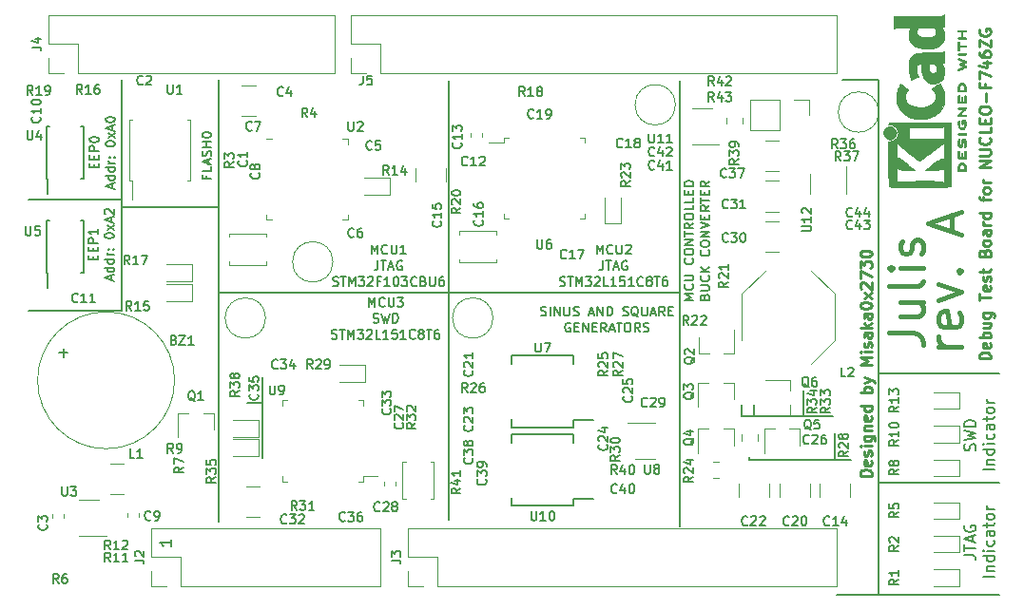
<source format=gbr>
G04 #@! TF.GenerationSoftware,KiCad,Pcbnew,5.1.4-e60b266~84~ubuntu18.04.1*
G04 #@! TF.CreationDate,2019-09-29T15:18:54+04:00*
G04 #@! TF.ProjectId,Julis,4a756c69-732e-46b6-9963-61645f706362,rev?*
G04 #@! TF.SameCoordinates,Original*
G04 #@! TF.FileFunction,Legend,Top*
G04 #@! TF.FilePolarity,Positive*
%FSLAX46Y46*%
G04 Gerber Fmt 4.6, Leading zero omitted, Abs format (unit mm)*
G04 Created by KiCad (PCBNEW 5.1.4-e60b266~84~ubuntu18.04.1) date 2019-09-29 15:18:54*
%MOMM*%
%LPD*%
G04 APERTURE LIST*
%ADD10C,0.400000*%
%ADD11C,0.200000*%
%ADD12C,0.150000*%
%ADD13C,0.250000*%
%ADD14C,0.120000*%
%ADD15C,0.010000*%
G04 APERTURE END LIST*
D10*
X209757142Y-103785714D02*
X207757142Y-103785714D01*
X208328571Y-103785714D02*
X208042857Y-103642857D01*
X207900000Y-103500000D01*
X207757142Y-103214285D01*
X207757142Y-102928571D01*
X209614285Y-100785714D02*
X209757142Y-101071428D01*
X209757142Y-101642857D01*
X209614285Y-101928571D01*
X209328571Y-102071428D01*
X208185714Y-102071428D01*
X207900000Y-101928571D01*
X207757142Y-101642857D01*
X207757142Y-101071428D01*
X207900000Y-100785714D01*
X208185714Y-100642857D01*
X208471428Y-100642857D01*
X208757142Y-102071428D01*
X207757142Y-99642857D02*
X209757142Y-98928571D01*
X207757142Y-98214285D01*
X209471428Y-97071428D02*
X209614285Y-96928571D01*
X209757142Y-97071428D01*
X209614285Y-97214285D01*
X209471428Y-97071428D01*
X209757142Y-97071428D01*
X208900000Y-93500000D02*
X208900000Y-92071428D01*
X209757142Y-93785714D02*
X206757142Y-92785714D01*
X209757142Y-91785714D01*
D11*
X190200000Y-110000000D02*
X190200000Y-109000000D01*
X147500000Y-108800000D02*
X146200000Y-108800000D01*
X147500000Y-113700000D02*
X147500000Y-106500000D01*
X198500000Y-113900000D02*
X198500000Y-111500000D01*
X190900000Y-113900000D02*
X199900000Y-113900000D01*
X190900000Y-113600000D02*
X190900000Y-113900000D01*
X195700000Y-110000000D02*
X195700000Y-107700000D01*
X190200000Y-110000000D02*
X198300000Y-110000000D01*
X191300000Y-109000000D02*
X191300000Y-110000000D01*
X172323333Y-101016904D02*
X172440476Y-101055952D01*
X172635714Y-101055952D01*
X172713809Y-101016904D01*
X172752857Y-100977857D01*
X172791904Y-100899761D01*
X172791904Y-100821666D01*
X172752857Y-100743571D01*
X172713809Y-100704523D01*
X172635714Y-100665476D01*
X172479523Y-100626428D01*
X172401428Y-100587380D01*
X172362380Y-100548333D01*
X172323333Y-100470238D01*
X172323333Y-100392142D01*
X172362380Y-100314047D01*
X172401428Y-100275000D01*
X172479523Y-100235952D01*
X172674761Y-100235952D01*
X172791904Y-100275000D01*
X173143333Y-101055952D02*
X173143333Y-100235952D01*
X173533809Y-101055952D02*
X173533809Y-100235952D01*
X174002380Y-101055952D01*
X174002380Y-100235952D01*
X174392857Y-100235952D02*
X174392857Y-100899761D01*
X174431904Y-100977857D01*
X174470952Y-101016904D01*
X174549047Y-101055952D01*
X174705238Y-101055952D01*
X174783333Y-101016904D01*
X174822380Y-100977857D01*
X174861428Y-100899761D01*
X174861428Y-100235952D01*
X175212857Y-101016904D02*
X175330000Y-101055952D01*
X175525238Y-101055952D01*
X175603333Y-101016904D01*
X175642380Y-100977857D01*
X175681428Y-100899761D01*
X175681428Y-100821666D01*
X175642380Y-100743571D01*
X175603333Y-100704523D01*
X175525238Y-100665476D01*
X175369047Y-100626428D01*
X175290952Y-100587380D01*
X175251904Y-100548333D01*
X175212857Y-100470238D01*
X175212857Y-100392142D01*
X175251904Y-100314047D01*
X175290952Y-100275000D01*
X175369047Y-100235952D01*
X175564285Y-100235952D01*
X175681428Y-100275000D01*
X176618571Y-100821666D02*
X177009047Y-100821666D01*
X176540476Y-101055952D02*
X176813809Y-100235952D01*
X177087142Y-101055952D01*
X177360476Y-101055952D02*
X177360476Y-100235952D01*
X177829047Y-101055952D01*
X177829047Y-100235952D01*
X178219523Y-101055952D02*
X178219523Y-100235952D01*
X178414761Y-100235952D01*
X178531904Y-100275000D01*
X178610000Y-100353095D01*
X178649047Y-100431190D01*
X178688095Y-100587380D01*
X178688095Y-100704523D01*
X178649047Y-100860714D01*
X178610000Y-100938809D01*
X178531904Y-101016904D01*
X178414761Y-101055952D01*
X178219523Y-101055952D01*
X179625238Y-101016904D02*
X179742380Y-101055952D01*
X179937619Y-101055952D01*
X180015714Y-101016904D01*
X180054761Y-100977857D01*
X180093809Y-100899761D01*
X180093809Y-100821666D01*
X180054761Y-100743571D01*
X180015714Y-100704523D01*
X179937619Y-100665476D01*
X179781428Y-100626428D01*
X179703333Y-100587380D01*
X179664285Y-100548333D01*
X179625238Y-100470238D01*
X179625238Y-100392142D01*
X179664285Y-100314047D01*
X179703333Y-100275000D01*
X179781428Y-100235952D01*
X179976666Y-100235952D01*
X180093809Y-100275000D01*
X180991904Y-101134047D02*
X180913809Y-101095000D01*
X180835714Y-101016904D01*
X180718571Y-100899761D01*
X180640476Y-100860714D01*
X180562380Y-100860714D01*
X180601428Y-101055952D02*
X180523333Y-101016904D01*
X180445238Y-100938809D01*
X180406190Y-100782619D01*
X180406190Y-100509285D01*
X180445238Y-100353095D01*
X180523333Y-100275000D01*
X180601428Y-100235952D01*
X180757619Y-100235952D01*
X180835714Y-100275000D01*
X180913809Y-100353095D01*
X180952857Y-100509285D01*
X180952857Y-100782619D01*
X180913809Y-100938809D01*
X180835714Y-101016904D01*
X180757619Y-101055952D01*
X180601428Y-101055952D01*
X181304285Y-100235952D02*
X181304285Y-100899761D01*
X181343333Y-100977857D01*
X181382380Y-101016904D01*
X181460476Y-101055952D01*
X181616666Y-101055952D01*
X181694761Y-101016904D01*
X181733809Y-100977857D01*
X181772857Y-100899761D01*
X181772857Y-100235952D01*
X182124285Y-100821666D02*
X182514761Y-100821666D01*
X182046190Y-101055952D02*
X182319523Y-100235952D01*
X182592857Y-101055952D01*
X183334761Y-101055952D02*
X183061428Y-100665476D01*
X182866190Y-101055952D02*
X182866190Y-100235952D01*
X183178571Y-100235952D01*
X183256666Y-100275000D01*
X183295714Y-100314047D01*
X183334761Y-100392142D01*
X183334761Y-100509285D01*
X183295714Y-100587380D01*
X183256666Y-100626428D01*
X183178571Y-100665476D01*
X182866190Y-100665476D01*
X183686190Y-100626428D02*
X183959523Y-100626428D01*
X184076666Y-101055952D02*
X183686190Y-101055952D01*
X183686190Y-100235952D01*
X184076666Y-100235952D01*
X174939523Y-101705000D02*
X174861428Y-101665952D01*
X174744285Y-101665952D01*
X174627142Y-101705000D01*
X174549047Y-101783095D01*
X174510000Y-101861190D01*
X174470952Y-102017380D01*
X174470952Y-102134523D01*
X174510000Y-102290714D01*
X174549047Y-102368809D01*
X174627142Y-102446904D01*
X174744285Y-102485952D01*
X174822380Y-102485952D01*
X174939523Y-102446904D01*
X174978571Y-102407857D01*
X174978571Y-102134523D01*
X174822380Y-102134523D01*
X175330000Y-102056428D02*
X175603333Y-102056428D01*
X175720476Y-102485952D02*
X175330000Y-102485952D01*
X175330000Y-101665952D01*
X175720476Y-101665952D01*
X176071904Y-102485952D02*
X176071904Y-101665952D01*
X176540476Y-102485952D01*
X176540476Y-101665952D01*
X176930952Y-102056428D02*
X177204285Y-102056428D01*
X177321428Y-102485952D02*
X176930952Y-102485952D01*
X176930952Y-101665952D01*
X177321428Y-101665952D01*
X178141428Y-102485952D02*
X177868095Y-102095476D01*
X177672857Y-102485952D02*
X177672857Y-101665952D01*
X177985238Y-101665952D01*
X178063333Y-101705000D01*
X178102380Y-101744047D01*
X178141428Y-101822142D01*
X178141428Y-101939285D01*
X178102380Y-102017380D01*
X178063333Y-102056428D01*
X177985238Y-102095476D01*
X177672857Y-102095476D01*
X178453809Y-102251666D02*
X178844285Y-102251666D01*
X178375714Y-102485952D02*
X178649047Y-101665952D01*
X178922380Y-102485952D01*
X179078571Y-101665952D02*
X179547142Y-101665952D01*
X179312857Y-102485952D02*
X179312857Y-101665952D01*
X179976666Y-101665952D02*
X180132857Y-101665952D01*
X180210952Y-101705000D01*
X180289047Y-101783095D01*
X180328095Y-101939285D01*
X180328095Y-102212619D01*
X180289047Y-102368809D01*
X180210952Y-102446904D01*
X180132857Y-102485952D01*
X179976666Y-102485952D01*
X179898571Y-102446904D01*
X179820476Y-102368809D01*
X179781428Y-102212619D01*
X179781428Y-101939285D01*
X179820476Y-101783095D01*
X179898571Y-101705000D01*
X179976666Y-101665952D01*
X181148095Y-102485952D02*
X180874761Y-102095476D01*
X180679523Y-102485952D02*
X180679523Y-101665952D01*
X180991904Y-101665952D01*
X181070000Y-101705000D01*
X181109047Y-101744047D01*
X181148095Y-101822142D01*
X181148095Y-101939285D01*
X181109047Y-102017380D01*
X181070000Y-102056428D01*
X180991904Y-102095476D01*
X180679523Y-102095476D01*
X181460476Y-102446904D02*
X181577619Y-102485952D01*
X181772857Y-102485952D01*
X181850952Y-102446904D01*
X181890000Y-102407857D01*
X181929047Y-102329761D01*
X181929047Y-102251666D01*
X181890000Y-102173571D01*
X181850952Y-102134523D01*
X181772857Y-102095476D01*
X181616666Y-102056428D01*
X181538571Y-102017380D01*
X181499523Y-101978333D01*
X181460476Y-101900238D01*
X181460476Y-101822142D01*
X181499523Y-101744047D01*
X181538571Y-101705000D01*
X181616666Y-101665952D01*
X181811904Y-101665952D01*
X181929047Y-101705000D01*
D12*
X213100000Y-106200000D02*
X202400000Y-106200000D01*
X210979761Y-113057142D02*
X211027380Y-112914285D01*
X211027380Y-112676190D01*
X210979761Y-112580952D01*
X210932142Y-112533333D01*
X210836904Y-112485714D01*
X210741666Y-112485714D01*
X210646428Y-112533333D01*
X210598809Y-112580952D01*
X210551190Y-112676190D01*
X210503571Y-112866666D01*
X210455952Y-112961904D01*
X210408333Y-113009523D01*
X210313095Y-113057142D01*
X210217857Y-113057142D01*
X210122619Y-113009523D01*
X210075000Y-112961904D01*
X210027380Y-112866666D01*
X210027380Y-112628571D01*
X210075000Y-112485714D01*
X210027380Y-112152380D02*
X211027380Y-111914285D01*
X210313095Y-111723809D01*
X211027380Y-111533333D01*
X210027380Y-111295238D01*
X211027380Y-110914285D02*
X210027380Y-110914285D01*
X210027380Y-110676190D01*
X210075000Y-110533333D01*
X210170238Y-110438095D01*
X210265476Y-110390476D01*
X210455952Y-110342857D01*
X210598809Y-110342857D01*
X210789285Y-110390476D01*
X210884523Y-110438095D01*
X210979761Y-110533333D01*
X211027380Y-110676190D01*
X211027380Y-110914285D01*
X212677380Y-114771428D02*
X211677380Y-114771428D01*
X212010714Y-114295238D02*
X212677380Y-114295238D01*
X212105952Y-114295238D02*
X212058333Y-114247619D01*
X212010714Y-114152380D01*
X212010714Y-114009523D01*
X212058333Y-113914285D01*
X212153571Y-113866666D01*
X212677380Y-113866666D01*
X212677380Y-112961904D02*
X211677380Y-112961904D01*
X212629761Y-112961904D02*
X212677380Y-113057142D01*
X212677380Y-113247619D01*
X212629761Y-113342857D01*
X212582142Y-113390476D01*
X212486904Y-113438095D01*
X212201190Y-113438095D01*
X212105952Y-113390476D01*
X212058333Y-113342857D01*
X212010714Y-113247619D01*
X212010714Y-113057142D01*
X212058333Y-112961904D01*
X212677380Y-112485714D02*
X212010714Y-112485714D01*
X211677380Y-112485714D02*
X211725000Y-112533333D01*
X211772619Y-112485714D01*
X211725000Y-112438095D01*
X211677380Y-112485714D01*
X211772619Y-112485714D01*
X212629761Y-111580952D02*
X212677380Y-111676190D01*
X212677380Y-111866666D01*
X212629761Y-111961904D01*
X212582142Y-112009523D01*
X212486904Y-112057142D01*
X212201190Y-112057142D01*
X212105952Y-112009523D01*
X212058333Y-111961904D01*
X212010714Y-111866666D01*
X212010714Y-111676190D01*
X212058333Y-111580952D01*
X212677380Y-110723809D02*
X212153571Y-110723809D01*
X212058333Y-110771428D01*
X212010714Y-110866666D01*
X212010714Y-111057142D01*
X212058333Y-111152380D01*
X212629761Y-110723809D02*
X212677380Y-110819047D01*
X212677380Y-111057142D01*
X212629761Y-111152380D01*
X212534523Y-111200000D01*
X212439285Y-111200000D01*
X212344047Y-111152380D01*
X212296428Y-111057142D01*
X212296428Y-110819047D01*
X212248809Y-110723809D01*
X212010714Y-110390476D02*
X212010714Y-110009523D01*
X211677380Y-110247619D02*
X212534523Y-110247619D01*
X212629761Y-110200000D01*
X212677380Y-110104761D01*
X212677380Y-110009523D01*
X212677380Y-109533333D02*
X212629761Y-109628571D01*
X212582142Y-109676190D01*
X212486904Y-109723809D01*
X212201190Y-109723809D01*
X212105952Y-109676190D01*
X212058333Y-109628571D01*
X212010714Y-109533333D01*
X212010714Y-109390476D01*
X212058333Y-109295238D01*
X212105952Y-109247619D01*
X212201190Y-109200000D01*
X212486904Y-109200000D01*
X212582142Y-109247619D01*
X212629761Y-109295238D01*
X212677380Y-109390476D01*
X212677380Y-109533333D01*
X212677380Y-108771428D02*
X212010714Y-108771428D01*
X212201190Y-108771428D02*
X212105952Y-108723809D01*
X212058333Y-108676190D01*
X212010714Y-108580952D01*
X212010714Y-108485714D01*
X210027380Y-122366666D02*
X210741666Y-122366666D01*
X210884523Y-122414285D01*
X210979761Y-122509523D01*
X211027380Y-122652380D01*
X211027380Y-122747619D01*
X210027380Y-122033333D02*
X210027380Y-121461904D01*
X211027380Y-121747619D02*
X210027380Y-121747619D01*
X210741666Y-121176190D02*
X210741666Y-120700000D01*
X211027380Y-121271428D02*
X210027380Y-120938095D01*
X211027380Y-120604761D01*
X210075000Y-119747619D02*
X210027380Y-119842857D01*
X210027380Y-119985714D01*
X210075000Y-120128571D01*
X210170238Y-120223809D01*
X210265476Y-120271428D01*
X210455952Y-120319047D01*
X210598809Y-120319047D01*
X210789285Y-120271428D01*
X210884523Y-120223809D01*
X210979761Y-120128571D01*
X211027380Y-119985714D01*
X211027380Y-119890476D01*
X210979761Y-119747619D01*
X210932142Y-119700000D01*
X210598809Y-119700000D01*
X210598809Y-119890476D01*
X212677380Y-124271428D02*
X211677380Y-124271428D01*
X212010714Y-123795238D02*
X212677380Y-123795238D01*
X212105952Y-123795238D02*
X212058333Y-123747619D01*
X212010714Y-123652380D01*
X212010714Y-123509523D01*
X212058333Y-123414285D01*
X212153571Y-123366666D01*
X212677380Y-123366666D01*
X212677380Y-122461904D02*
X211677380Y-122461904D01*
X212629761Y-122461904D02*
X212677380Y-122557142D01*
X212677380Y-122747619D01*
X212629761Y-122842857D01*
X212582142Y-122890476D01*
X212486904Y-122938095D01*
X212201190Y-122938095D01*
X212105952Y-122890476D01*
X212058333Y-122842857D01*
X212010714Y-122747619D01*
X212010714Y-122557142D01*
X212058333Y-122461904D01*
X212677380Y-121985714D02*
X212010714Y-121985714D01*
X211677380Y-121985714D02*
X211725000Y-122033333D01*
X211772619Y-121985714D01*
X211725000Y-121938095D01*
X211677380Y-121985714D01*
X211772619Y-121985714D01*
X212629761Y-121080952D02*
X212677380Y-121176190D01*
X212677380Y-121366666D01*
X212629761Y-121461904D01*
X212582142Y-121509523D01*
X212486904Y-121557142D01*
X212201190Y-121557142D01*
X212105952Y-121509523D01*
X212058333Y-121461904D01*
X212010714Y-121366666D01*
X212010714Y-121176190D01*
X212058333Y-121080952D01*
X212677380Y-120223809D02*
X212153571Y-120223809D01*
X212058333Y-120271428D01*
X212010714Y-120366666D01*
X212010714Y-120557142D01*
X212058333Y-120652380D01*
X212629761Y-120223809D02*
X212677380Y-120319047D01*
X212677380Y-120557142D01*
X212629761Y-120652380D01*
X212534523Y-120700000D01*
X212439285Y-120700000D01*
X212344047Y-120652380D01*
X212296428Y-120557142D01*
X212296428Y-120319047D01*
X212248809Y-120223809D01*
X212010714Y-119890476D02*
X212010714Y-119509523D01*
X211677380Y-119747619D02*
X212534523Y-119747619D01*
X212629761Y-119700000D01*
X212677380Y-119604761D01*
X212677380Y-119509523D01*
X212677380Y-119033333D02*
X212629761Y-119128571D01*
X212582142Y-119176190D01*
X212486904Y-119223809D01*
X212201190Y-119223809D01*
X212105952Y-119176190D01*
X212058333Y-119128571D01*
X212010714Y-119033333D01*
X212010714Y-118890476D01*
X212058333Y-118795238D01*
X212105952Y-118747619D01*
X212201190Y-118700000D01*
X212486904Y-118700000D01*
X212582142Y-118747619D01*
X212629761Y-118795238D01*
X212677380Y-118890476D01*
X212677380Y-119033333D01*
X212677380Y-118271428D02*
X212010714Y-118271428D01*
X212201190Y-118271428D02*
X212105952Y-118223809D01*
X212058333Y-118176190D01*
X212010714Y-118080952D01*
X212010714Y-117985714D01*
X202400000Y-115900000D02*
X213100000Y-115900000D01*
D11*
X185905952Y-99655952D02*
X185085952Y-99655952D01*
X185671666Y-99382619D01*
X185085952Y-99109285D01*
X185905952Y-99109285D01*
X185827857Y-98250238D02*
X185866904Y-98289285D01*
X185905952Y-98406428D01*
X185905952Y-98484523D01*
X185866904Y-98601666D01*
X185788809Y-98679761D01*
X185710714Y-98718809D01*
X185554523Y-98757857D01*
X185437380Y-98757857D01*
X185281190Y-98718809D01*
X185203095Y-98679761D01*
X185125000Y-98601666D01*
X185085952Y-98484523D01*
X185085952Y-98406428D01*
X185125000Y-98289285D01*
X185164047Y-98250238D01*
X185085952Y-97898809D02*
X185749761Y-97898809D01*
X185827857Y-97859761D01*
X185866904Y-97820714D01*
X185905952Y-97742619D01*
X185905952Y-97586428D01*
X185866904Y-97508333D01*
X185827857Y-97469285D01*
X185749761Y-97430238D01*
X185085952Y-97430238D01*
X185827857Y-95946428D02*
X185866904Y-95985476D01*
X185905952Y-96102619D01*
X185905952Y-96180714D01*
X185866904Y-96297857D01*
X185788809Y-96375952D01*
X185710714Y-96415000D01*
X185554523Y-96454047D01*
X185437380Y-96454047D01*
X185281190Y-96415000D01*
X185203095Y-96375952D01*
X185125000Y-96297857D01*
X185085952Y-96180714D01*
X185085952Y-96102619D01*
X185125000Y-95985476D01*
X185164047Y-95946428D01*
X185085952Y-95438809D02*
X185085952Y-95282619D01*
X185125000Y-95204523D01*
X185203095Y-95126428D01*
X185359285Y-95087380D01*
X185632619Y-95087380D01*
X185788809Y-95126428D01*
X185866904Y-95204523D01*
X185905952Y-95282619D01*
X185905952Y-95438809D01*
X185866904Y-95516904D01*
X185788809Y-95595000D01*
X185632619Y-95634047D01*
X185359285Y-95634047D01*
X185203095Y-95595000D01*
X185125000Y-95516904D01*
X185085952Y-95438809D01*
X185905952Y-94735952D02*
X185085952Y-94735952D01*
X185905952Y-94267380D01*
X185085952Y-94267380D01*
X185085952Y-93994047D02*
X185085952Y-93525476D01*
X185905952Y-93759761D02*
X185085952Y-93759761D01*
X185905952Y-92783571D02*
X185515476Y-93056904D01*
X185905952Y-93252142D02*
X185085952Y-93252142D01*
X185085952Y-92939761D01*
X185125000Y-92861666D01*
X185164047Y-92822619D01*
X185242142Y-92783571D01*
X185359285Y-92783571D01*
X185437380Y-92822619D01*
X185476428Y-92861666D01*
X185515476Y-92939761D01*
X185515476Y-93252142D01*
X185085952Y-92275952D02*
X185085952Y-92119761D01*
X185125000Y-92041666D01*
X185203095Y-91963571D01*
X185359285Y-91924523D01*
X185632619Y-91924523D01*
X185788809Y-91963571D01*
X185866904Y-92041666D01*
X185905952Y-92119761D01*
X185905952Y-92275952D01*
X185866904Y-92354047D01*
X185788809Y-92432142D01*
X185632619Y-92471190D01*
X185359285Y-92471190D01*
X185203095Y-92432142D01*
X185125000Y-92354047D01*
X185085952Y-92275952D01*
X185905952Y-91182619D02*
X185905952Y-91573095D01*
X185085952Y-91573095D01*
X185905952Y-90518809D02*
X185905952Y-90909285D01*
X185085952Y-90909285D01*
X185476428Y-90245476D02*
X185476428Y-89972142D01*
X185905952Y-89855000D02*
X185905952Y-90245476D01*
X185085952Y-90245476D01*
X185085952Y-89855000D01*
X185905952Y-89503571D02*
X185085952Y-89503571D01*
X185085952Y-89308333D01*
X185125000Y-89191190D01*
X185203095Y-89113095D01*
X185281190Y-89074047D01*
X185437380Y-89035000D01*
X185554523Y-89035000D01*
X185710714Y-89074047D01*
X185788809Y-89113095D01*
X185866904Y-89191190D01*
X185905952Y-89308333D01*
X185905952Y-89503571D01*
X186906428Y-99363095D02*
X186945476Y-99245952D01*
X186984523Y-99206904D01*
X187062619Y-99167857D01*
X187179761Y-99167857D01*
X187257857Y-99206904D01*
X187296904Y-99245952D01*
X187335952Y-99324047D01*
X187335952Y-99636428D01*
X186515952Y-99636428D01*
X186515952Y-99363095D01*
X186555000Y-99285000D01*
X186594047Y-99245952D01*
X186672142Y-99206904D01*
X186750238Y-99206904D01*
X186828333Y-99245952D01*
X186867380Y-99285000D01*
X186906428Y-99363095D01*
X186906428Y-99636428D01*
X186515952Y-98816428D02*
X187179761Y-98816428D01*
X187257857Y-98777380D01*
X187296904Y-98738333D01*
X187335952Y-98660238D01*
X187335952Y-98504047D01*
X187296904Y-98425952D01*
X187257857Y-98386904D01*
X187179761Y-98347857D01*
X186515952Y-98347857D01*
X187257857Y-97488809D02*
X187296904Y-97527857D01*
X187335952Y-97645000D01*
X187335952Y-97723095D01*
X187296904Y-97840238D01*
X187218809Y-97918333D01*
X187140714Y-97957380D01*
X186984523Y-97996428D01*
X186867380Y-97996428D01*
X186711190Y-97957380D01*
X186633095Y-97918333D01*
X186555000Y-97840238D01*
X186515952Y-97723095D01*
X186515952Y-97645000D01*
X186555000Y-97527857D01*
X186594047Y-97488809D01*
X187335952Y-97137380D02*
X186515952Y-97137380D01*
X187335952Y-96668809D02*
X186867380Y-97020238D01*
X186515952Y-96668809D02*
X186984523Y-97137380D01*
X187257857Y-95224047D02*
X187296904Y-95263095D01*
X187335952Y-95380238D01*
X187335952Y-95458333D01*
X187296904Y-95575476D01*
X187218809Y-95653571D01*
X187140714Y-95692619D01*
X186984523Y-95731666D01*
X186867380Y-95731666D01*
X186711190Y-95692619D01*
X186633095Y-95653571D01*
X186555000Y-95575476D01*
X186515952Y-95458333D01*
X186515952Y-95380238D01*
X186555000Y-95263095D01*
X186594047Y-95224047D01*
X186515952Y-94716428D02*
X186515952Y-94560238D01*
X186555000Y-94482142D01*
X186633095Y-94404047D01*
X186789285Y-94365000D01*
X187062619Y-94365000D01*
X187218809Y-94404047D01*
X187296904Y-94482142D01*
X187335952Y-94560238D01*
X187335952Y-94716428D01*
X187296904Y-94794523D01*
X187218809Y-94872619D01*
X187062619Y-94911666D01*
X186789285Y-94911666D01*
X186633095Y-94872619D01*
X186555000Y-94794523D01*
X186515952Y-94716428D01*
X187335952Y-94013571D02*
X186515952Y-94013571D01*
X187335952Y-93545000D01*
X186515952Y-93545000D01*
X186515952Y-93271666D02*
X187335952Y-92998333D01*
X186515952Y-92725000D01*
X186906428Y-92451666D02*
X186906428Y-92178333D01*
X187335952Y-92061190D02*
X187335952Y-92451666D01*
X186515952Y-92451666D01*
X186515952Y-92061190D01*
X187335952Y-91241190D02*
X186945476Y-91514523D01*
X187335952Y-91709761D02*
X186515952Y-91709761D01*
X186515952Y-91397380D01*
X186555000Y-91319285D01*
X186594047Y-91280238D01*
X186672142Y-91241190D01*
X186789285Y-91241190D01*
X186867380Y-91280238D01*
X186906428Y-91319285D01*
X186945476Y-91397380D01*
X186945476Y-91709761D01*
X186515952Y-91006904D02*
X186515952Y-90538333D01*
X187335952Y-90772619D02*
X186515952Y-90772619D01*
X186906428Y-90265000D02*
X186906428Y-89991666D01*
X187335952Y-89874523D02*
X187335952Y-90265000D01*
X186515952Y-90265000D01*
X186515952Y-89874523D01*
X187335952Y-89054523D02*
X186945476Y-89327857D01*
X187335952Y-89523095D02*
X186515952Y-89523095D01*
X186515952Y-89210714D01*
X186555000Y-89132619D01*
X186594047Y-89093571D01*
X186672142Y-89054523D01*
X186789285Y-89054523D01*
X186867380Y-89093571D01*
X186906428Y-89132619D01*
X186945476Y-89210714D01*
X186945476Y-89523095D01*
D12*
X213100000Y-125900000D02*
X198700000Y-125900000D01*
X202400000Y-80000000D02*
X202400000Y-125900000D01*
X199200000Y-80000000D02*
X202400000Y-80000000D01*
D11*
X156996666Y-100240952D02*
X156996666Y-99420952D01*
X157270000Y-100006666D01*
X157543333Y-99420952D01*
X157543333Y-100240952D01*
X158402380Y-100162857D02*
X158363333Y-100201904D01*
X158246190Y-100240952D01*
X158168095Y-100240952D01*
X158050952Y-100201904D01*
X157972857Y-100123809D01*
X157933809Y-100045714D01*
X157894761Y-99889523D01*
X157894761Y-99772380D01*
X157933809Y-99616190D01*
X157972857Y-99538095D01*
X158050952Y-99460000D01*
X158168095Y-99420952D01*
X158246190Y-99420952D01*
X158363333Y-99460000D01*
X158402380Y-99499047D01*
X158753809Y-99420952D02*
X158753809Y-100084761D01*
X158792857Y-100162857D01*
X158831904Y-100201904D01*
X158910000Y-100240952D01*
X159066190Y-100240952D01*
X159144285Y-100201904D01*
X159183333Y-100162857D01*
X159222380Y-100084761D01*
X159222380Y-99420952D01*
X159534761Y-99420952D02*
X160042380Y-99420952D01*
X159769047Y-99733333D01*
X159886190Y-99733333D01*
X159964285Y-99772380D01*
X160003333Y-99811428D01*
X160042380Y-99889523D01*
X160042380Y-100084761D01*
X160003333Y-100162857D01*
X159964285Y-100201904D01*
X159886190Y-100240952D01*
X159651904Y-100240952D01*
X159573809Y-100201904D01*
X159534761Y-100162857D01*
X157387142Y-101631904D02*
X157504285Y-101670952D01*
X157699523Y-101670952D01*
X157777619Y-101631904D01*
X157816666Y-101592857D01*
X157855714Y-101514761D01*
X157855714Y-101436666D01*
X157816666Y-101358571D01*
X157777619Y-101319523D01*
X157699523Y-101280476D01*
X157543333Y-101241428D01*
X157465238Y-101202380D01*
X157426190Y-101163333D01*
X157387142Y-101085238D01*
X157387142Y-101007142D01*
X157426190Y-100929047D01*
X157465238Y-100890000D01*
X157543333Y-100850952D01*
X157738571Y-100850952D01*
X157855714Y-100890000D01*
X158129047Y-100850952D02*
X158324285Y-101670952D01*
X158480476Y-101085238D01*
X158636666Y-101670952D01*
X158831904Y-100850952D01*
X159144285Y-101670952D02*
X159144285Y-100850952D01*
X159339523Y-100850952D01*
X159456666Y-100890000D01*
X159534761Y-100968095D01*
X159573809Y-101046190D01*
X159612857Y-101202380D01*
X159612857Y-101319523D01*
X159573809Y-101475714D01*
X159534761Y-101553809D01*
X159456666Y-101631904D01*
X159339523Y-101670952D01*
X159144285Y-101670952D01*
X153697142Y-103061904D02*
X153814285Y-103100952D01*
X154009523Y-103100952D01*
X154087619Y-103061904D01*
X154126666Y-103022857D01*
X154165714Y-102944761D01*
X154165714Y-102866666D01*
X154126666Y-102788571D01*
X154087619Y-102749523D01*
X154009523Y-102710476D01*
X153853333Y-102671428D01*
X153775238Y-102632380D01*
X153736190Y-102593333D01*
X153697142Y-102515238D01*
X153697142Y-102437142D01*
X153736190Y-102359047D01*
X153775238Y-102320000D01*
X153853333Y-102280952D01*
X154048571Y-102280952D01*
X154165714Y-102320000D01*
X154400000Y-102280952D02*
X154868571Y-102280952D01*
X154634285Y-103100952D02*
X154634285Y-102280952D01*
X155141904Y-103100952D02*
X155141904Y-102280952D01*
X155415238Y-102866666D01*
X155688571Y-102280952D01*
X155688571Y-103100952D01*
X156000952Y-102280952D02*
X156508571Y-102280952D01*
X156235238Y-102593333D01*
X156352380Y-102593333D01*
X156430476Y-102632380D01*
X156469523Y-102671428D01*
X156508571Y-102749523D01*
X156508571Y-102944761D01*
X156469523Y-103022857D01*
X156430476Y-103061904D01*
X156352380Y-103100952D01*
X156118095Y-103100952D01*
X156040000Y-103061904D01*
X156000952Y-103022857D01*
X156820952Y-102359047D02*
X156860000Y-102320000D01*
X156938095Y-102280952D01*
X157133333Y-102280952D01*
X157211428Y-102320000D01*
X157250476Y-102359047D01*
X157289523Y-102437142D01*
X157289523Y-102515238D01*
X157250476Y-102632380D01*
X156781904Y-103100952D01*
X157289523Y-103100952D01*
X158031428Y-103100952D02*
X157640952Y-103100952D01*
X157640952Y-102280952D01*
X158734285Y-103100952D02*
X158265714Y-103100952D01*
X158500000Y-103100952D02*
X158500000Y-102280952D01*
X158421904Y-102398095D01*
X158343809Y-102476190D01*
X158265714Y-102515238D01*
X159476190Y-102280952D02*
X159085714Y-102280952D01*
X159046666Y-102671428D01*
X159085714Y-102632380D01*
X159163809Y-102593333D01*
X159359047Y-102593333D01*
X159437142Y-102632380D01*
X159476190Y-102671428D01*
X159515238Y-102749523D01*
X159515238Y-102944761D01*
X159476190Y-103022857D01*
X159437142Y-103061904D01*
X159359047Y-103100952D01*
X159163809Y-103100952D01*
X159085714Y-103061904D01*
X159046666Y-103022857D01*
X160296190Y-103100952D02*
X159827619Y-103100952D01*
X160061904Y-103100952D02*
X160061904Y-102280952D01*
X159983809Y-102398095D01*
X159905714Y-102476190D01*
X159827619Y-102515238D01*
X161116190Y-103022857D02*
X161077142Y-103061904D01*
X160960000Y-103100952D01*
X160881904Y-103100952D01*
X160764761Y-103061904D01*
X160686666Y-102983809D01*
X160647619Y-102905714D01*
X160608571Y-102749523D01*
X160608571Y-102632380D01*
X160647619Y-102476190D01*
X160686666Y-102398095D01*
X160764761Y-102320000D01*
X160881904Y-102280952D01*
X160960000Y-102280952D01*
X161077142Y-102320000D01*
X161116190Y-102359047D01*
X161584761Y-102632380D02*
X161506666Y-102593333D01*
X161467619Y-102554285D01*
X161428571Y-102476190D01*
X161428571Y-102437142D01*
X161467619Y-102359047D01*
X161506666Y-102320000D01*
X161584761Y-102280952D01*
X161740952Y-102280952D01*
X161819047Y-102320000D01*
X161858095Y-102359047D01*
X161897142Y-102437142D01*
X161897142Y-102476190D01*
X161858095Y-102554285D01*
X161819047Y-102593333D01*
X161740952Y-102632380D01*
X161584761Y-102632380D01*
X161506666Y-102671428D01*
X161467619Y-102710476D01*
X161428571Y-102788571D01*
X161428571Y-102944761D01*
X161467619Y-103022857D01*
X161506666Y-103061904D01*
X161584761Y-103100952D01*
X161740952Y-103100952D01*
X161819047Y-103061904D01*
X161858095Y-103022857D01*
X161897142Y-102944761D01*
X161897142Y-102788571D01*
X161858095Y-102710476D01*
X161819047Y-102671428D01*
X161740952Y-102632380D01*
X162131428Y-102280952D02*
X162600000Y-102280952D01*
X162365714Y-103100952D02*
X162365714Y-102280952D01*
X163224761Y-102280952D02*
X163068571Y-102280952D01*
X162990476Y-102320000D01*
X162951428Y-102359047D01*
X162873333Y-102476190D01*
X162834285Y-102632380D01*
X162834285Y-102944761D01*
X162873333Y-103022857D01*
X162912380Y-103061904D01*
X162990476Y-103100952D01*
X163146666Y-103100952D01*
X163224761Y-103061904D01*
X163263809Y-103022857D01*
X163302857Y-102944761D01*
X163302857Y-102749523D01*
X163263809Y-102671428D01*
X163224761Y-102632380D01*
X163146666Y-102593333D01*
X162990476Y-102593333D01*
X162912380Y-102632380D01*
X162873333Y-102671428D01*
X162834285Y-102749523D01*
D12*
X184700000Y-119800000D02*
X184700000Y-80100000D01*
D11*
X177296666Y-95540952D02*
X177296666Y-94720952D01*
X177570000Y-95306666D01*
X177843333Y-94720952D01*
X177843333Y-95540952D01*
X178702380Y-95462857D02*
X178663333Y-95501904D01*
X178546190Y-95540952D01*
X178468095Y-95540952D01*
X178350952Y-95501904D01*
X178272857Y-95423809D01*
X178233809Y-95345714D01*
X178194761Y-95189523D01*
X178194761Y-95072380D01*
X178233809Y-94916190D01*
X178272857Y-94838095D01*
X178350952Y-94760000D01*
X178468095Y-94720952D01*
X178546190Y-94720952D01*
X178663333Y-94760000D01*
X178702380Y-94799047D01*
X179053809Y-94720952D02*
X179053809Y-95384761D01*
X179092857Y-95462857D01*
X179131904Y-95501904D01*
X179210000Y-95540952D01*
X179366190Y-95540952D01*
X179444285Y-95501904D01*
X179483333Y-95462857D01*
X179522380Y-95384761D01*
X179522380Y-94720952D01*
X179873809Y-94799047D02*
X179912857Y-94760000D01*
X179990952Y-94720952D01*
X180186190Y-94720952D01*
X180264285Y-94760000D01*
X180303333Y-94799047D01*
X180342380Y-94877142D01*
X180342380Y-94955238D01*
X180303333Y-95072380D01*
X179834761Y-95540952D01*
X180342380Y-95540952D01*
X177843333Y-96150952D02*
X177843333Y-96736666D01*
X177804285Y-96853809D01*
X177726190Y-96931904D01*
X177609047Y-96970952D01*
X177530952Y-96970952D01*
X178116666Y-96150952D02*
X178585238Y-96150952D01*
X178350952Y-96970952D02*
X178350952Y-96150952D01*
X178819523Y-96736666D02*
X179210000Y-96736666D01*
X178741428Y-96970952D02*
X179014761Y-96150952D01*
X179288095Y-96970952D01*
X179990952Y-96190000D02*
X179912857Y-96150952D01*
X179795714Y-96150952D01*
X179678571Y-96190000D01*
X179600476Y-96268095D01*
X179561428Y-96346190D01*
X179522380Y-96502380D01*
X179522380Y-96619523D01*
X179561428Y-96775714D01*
X179600476Y-96853809D01*
X179678571Y-96931904D01*
X179795714Y-96970952D01*
X179873809Y-96970952D01*
X179990952Y-96931904D01*
X180030000Y-96892857D01*
X180030000Y-96619523D01*
X179873809Y-96619523D01*
X173997142Y-98361904D02*
X174114285Y-98400952D01*
X174309523Y-98400952D01*
X174387619Y-98361904D01*
X174426666Y-98322857D01*
X174465714Y-98244761D01*
X174465714Y-98166666D01*
X174426666Y-98088571D01*
X174387619Y-98049523D01*
X174309523Y-98010476D01*
X174153333Y-97971428D01*
X174075238Y-97932380D01*
X174036190Y-97893333D01*
X173997142Y-97815238D01*
X173997142Y-97737142D01*
X174036190Y-97659047D01*
X174075238Y-97620000D01*
X174153333Y-97580952D01*
X174348571Y-97580952D01*
X174465714Y-97620000D01*
X174700000Y-97580952D02*
X175168571Y-97580952D01*
X174934285Y-98400952D02*
X174934285Y-97580952D01*
X175441904Y-98400952D02*
X175441904Y-97580952D01*
X175715238Y-98166666D01*
X175988571Y-97580952D01*
X175988571Y-98400952D01*
X176300952Y-97580952D02*
X176808571Y-97580952D01*
X176535238Y-97893333D01*
X176652380Y-97893333D01*
X176730476Y-97932380D01*
X176769523Y-97971428D01*
X176808571Y-98049523D01*
X176808571Y-98244761D01*
X176769523Y-98322857D01*
X176730476Y-98361904D01*
X176652380Y-98400952D01*
X176418095Y-98400952D01*
X176340000Y-98361904D01*
X176300952Y-98322857D01*
X177120952Y-97659047D02*
X177160000Y-97620000D01*
X177238095Y-97580952D01*
X177433333Y-97580952D01*
X177511428Y-97620000D01*
X177550476Y-97659047D01*
X177589523Y-97737142D01*
X177589523Y-97815238D01*
X177550476Y-97932380D01*
X177081904Y-98400952D01*
X177589523Y-98400952D01*
X178331428Y-98400952D02*
X177940952Y-98400952D01*
X177940952Y-97580952D01*
X179034285Y-98400952D02*
X178565714Y-98400952D01*
X178800000Y-98400952D02*
X178800000Y-97580952D01*
X178721904Y-97698095D01*
X178643809Y-97776190D01*
X178565714Y-97815238D01*
X179776190Y-97580952D02*
X179385714Y-97580952D01*
X179346666Y-97971428D01*
X179385714Y-97932380D01*
X179463809Y-97893333D01*
X179659047Y-97893333D01*
X179737142Y-97932380D01*
X179776190Y-97971428D01*
X179815238Y-98049523D01*
X179815238Y-98244761D01*
X179776190Y-98322857D01*
X179737142Y-98361904D01*
X179659047Y-98400952D01*
X179463809Y-98400952D01*
X179385714Y-98361904D01*
X179346666Y-98322857D01*
X180596190Y-98400952D02*
X180127619Y-98400952D01*
X180361904Y-98400952D02*
X180361904Y-97580952D01*
X180283809Y-97698095D01*
X180205714Y-97776190D01*
X180127619Y-97815238D01*
X181416190Y-98322857D02*
X181377142Y-98361904D01*
X181260000Y-98400952D01*
X181181904Y-98400952D01*
X181064761Y-98361904D01*
X180986666Y-98283809D01*
X180947619Y-98205714D01*
X180908571Y-98049523D01*
X180908571Y-97932380D01*
X180947619Y-97776190D01*
X180986666Y-97698095D01*
X181064761Y-97620000D01*
X181181904Y-97580952D01*
X181260000Y-97580952D01*
X181377142Y-97620000D01*
X181416190Y-97659047D01*
X181884761Y-97932380D02*
X181806666Y-97893333D01*
X181767619Y-97854285D01*
X181728571Y-97776190D01*
X181728571Y-97737142D01*
X181767619Y-97659047D01*
X181806666Y-97620000D01*
X181884761Y-97580952D01*
X182040952Y-97580952D01*
X182119047Y-97620000D01*
X182158095Y-97659047D01*
X182197142Y-97737142D01*
X182197142Y-97776190D01*
X182158095Y-97854285D01*
X182119047Y-97893333D01*
X182040952Y-97932380D01*
X181884761Y-97932380D01*
X181806666Y-97971428D01*
X181767619Y-98010476D01*
X181728571Y-98088571D01*
X181728571Y-98244761D01*
X181767619Y-98322857D01*
X181806666Y-98361904D01*
X181884761Y-98400952D01*
X182040952Y-98400952D01*
X182119047Y-98361904D01*
X182158095Y-98322857D01*
X182197142Y-98244761D01*
X182197142Y-98088571D01*
X182158095Y-98010476D01*
X182119047Y-97971428D01*
X182040952Y-97932380D01*
X182431428Y-97580952D02*
X182900000Y-97580952D01*
X182665714Y-98400952D02*
X182665714Y-97580952D01*
X183524761Y-97580952D02*
X183368571Y-97580952D01*
X183290476Y-97620000D01*
X183251428Y-97659047D01*
X183173333Y-97776190D01*
X183134285Y-97932380D01*
X183134285Y-98244761D01*
X183173333Y-98322857D01*
X183212380Y-98361904D01*
X183290476Y-98400952D01*
X183446666Y-98400952D01*
X183524761Y-98361904D01*
X183563809Y-98322857D01*
X183602857Y-98244761D01*
X183602857Y-98049523D01*
X183563809Y-97971428D01*
X183524761Y-97932380D01*
X183446666Y-97893333D01*
X183290476Y-97893333D01*
X183212380Y-97932380D01*
X183173333Y-97971428D01*
X183134285Y-98049523D01*
X157246666Y-95540952D02*
X157246666Y-94720952D01*
X157520000Y-95306666D01*
X157793333Y-94720952D01*
X157793333Y-95540952D01*
X158652380Y-95462857D02*
X158613333Y-95501904D01*
X158496190Y-95540952D01*
X158418095Y-95540952D01*
X158300952Y-95501904D01*
X158222857Y-95423809D01*
X158183809Y-95345714D01*
X158144761Y-95189523D01*
X158144761Y-95072380D01*
X158183809Y-94916190D01*
X158222857Y-94838095D01*
X158300952Y-94760000D01*
X158418095Y-94720952D01*
X158496190Y-94720952D01*
X158613333Y-94760000D01*
X158652380Y-94799047D01*
X159003809Y-94720952D02*
X159003809Y-95384761D01*
X159042857Y-95462857D01*
X159081904Y-95501904D01*
X159160000Y-95540952D01*
X159316190Y-95540952D01*
X159394285Y-95501904D01*
X159433333Y-95462857D01*
X159472380Y-95384761D01*
X159472380Y-94720952D01*
X160292380Y-95540952D02*
X159823809Y-95540952D01*
X160058095Y-95540952D02*
X160058095Y-94720952D01*
X159980000Y-94838095D01*
X159901904Y-94916190D01*
X159823809Y-94955238D01*
X157793333Y-96150952D02*
X157793333Y-96736666D01*
X157754285Y-96853809D01*
X157676190Y-96931904D01*
X157559047Y-96970952D01*
X157480952Y-96970952D01*
X158066666Y-96150952D02*
X158535238Y-96150952D01*
X158300952Y-96970952D02*
X158300952Y-96150952D01*
X158769523Y-96736666D02*
X159160000Y-96736666D01*
X158691428Y-96970952D02*
X158964761Y-96150952D01*
X159238095Y-96970952D01*
X159940952Y-96190000D02*
X159862857Y-96150952D01*
X159745714Y-96150952D01*
X159628571Y-96190000D01*
X159550476Y-96268095D01*
X159511428Y-96346190D01*
X159472380Y-96502380D01*
X159472380Y-96619523D01*
X159511428Y-96775714D01*
X159550476Y-96853809D01*
X159628571Y-96931904D01*
X159745714Y-96970952D01*
X159823809Y-96970952D01*
X159940952Y-96931904D01*
X159980000Y-96892857D01*
X159980000Y-96619523D01*
X159823809Y-96619523D01*
X153790952Y-98361904D02*
X153908095Y-98400952D01*
X154103333Y-98400952D01*
X154181428Y-98361904D01*
X154220476Y-98322857D01*
X154259523Y-98244761D01*
X154259523Y-98166666D01*
X154220476Y-98088571D01*
X154181428Y-98049523D01*
X154103333Y-98010476D01*
X153947142Y-97971428D01*
X153869047Y-97932380D01*
X153830000Y-97893333D01*
X153790952Y-97815238D01*
X153790952Y-97737142D01*
X153830000Y-97659047D01*
X153869047Y-97620000D01*
X153947142Y-97580952D01*
X154142380Y-97580952D01*
X154259523Y-97620000D01*
X154493809Y-97580952D02*
X154962380Y-97580952D01*
X154728095Y-98400952D02*
X154728095Y-97580952D01*
X155235714Y-98400952D02*
X155235714Y-97580952D01*
X155509047Y-98166666D01*
X155782380Y-97580952D01*
X155782380Y-98400952D01*
X156094761Y-97580952D02*
X156602380Y-97580952D01*
X156329047Y-97893333D01*
X156446190Y-97893333D01*
X156524285Y-97932380D01*
X156563333Y-97971428D01*
X156602380Y-98049523D01*
X156602380Y-98244761D01*
X156563333Y-98322857D01*
X156524285Y-98361904D01*
X156446190Y-98400952D01*
X156211904Y-98400952D01*
X156133809Y-98361904D01*
X156094761Y-98322857D01*
X156914761Y-97659047D02*
X156953809Y-97620000D01*
X157031904Y-97580952D01*
X157227142Y-97580952D01*
X157305238Y-97620000D01*
X157344285Y-97659047D01*
X157383333Y-97737142D01*
X157383333Y-97815238D01*
X157344285Y-97932380D01*
X156875714Y-98400952D01*
X157383333Y-98400952D01*
X158008095Y-97971428D02*
X157734761Y-97971428D01*
X157734761Y-98400952D02*
X157734761Y-97580952D01*
X158125238Y-97580952D01*
X158867142Y-98400952D02*
X158398571Y-98400952D01*
X158632857Y-98400952D02*
X158632857Y-97580952D01*
X158554761Y-97698095D01*
X158476666Y-97776190D01*
X158398571Y-97815238D01*
X159374761Y-97580952D02*
X159452857Y-97580952D01*
X159530952Y-97620000D01*
X159570000Y-97659047D01*
X159609047Y-97737142D01*
X159648095Y-97893333D01*
X159648095Y-98088571D01*
X159609047Y-98244761D01*
X159570000Y-98322857D01*
X159530952Y-98361904D01*
X159452857Y-98400952D01*
X159374761Y-98400952D01*
X159296666Y-98361904D01*
X159257619Y-98322857D01*
X159218571Y-98244761D01*
X159179523Y-98088571D01*
X159179523Y-97893333D01*
X159218571Y-97737142D01*
X159257619Y-97659047D01*
X159296666Y-97620000D01*
X159374761Y-97580952D01*
X159921428Y-97580952D02*
X160429047Y-97580952D01*
X160155714Y-97893333D01*
X160272857Y-97893333D01*
X160350952Y-97932380D01*
X160390000Y-97971428D01*
X160429047Y-98049523D01*
X160429047Y-98244761D01*
X160390000Y-98322857D01*
X160350952Y-98361904D01*
X160272857Y-98400952D01*
X160038571Y-98400952D01*
X159960476Y-98361904D01*
X159921428Y-98322857D01*
X161249047Y-98322857D02*
X161210000Y-98361904D01*
X161092857Y-98400952D01*
X161014761Y-98400952D01*
X160897619Y-98361904D01*
X160819523Y-98283809D01*
X160780476Y-98205714D01*
X160741428Y-98049523D01*
X160741428Y-97932380D01*
X160780476Y-97776190D01*
X160819523Y-97698095D01*
X160897619Y-97620000D01*
X161014761Y-97580952D01*
X161092857Y-97580952D01*
X161210000Y-97620000D01*
X161249047Y-97659047D01*
X161873809Y-97971428D02*
X161990952Y-98010476D01*
X162030000Y-98049523D01*
X162069047Y-98127619D01*
X162069047Y-98244761D01*
X162030000Y-98322857D01*
X161990952Y-98361904D01*
X161912857Y-98400952D01*
X161600476Y-98400952D01*
X161600476Y-97580952D01*
X161873809Y-97580952D01*
X161951904Y-97620000D01*
X161990952Y-97659047D01*
X162030000Y-97737142D01*
X162030000Y-97815238D01*
X161990952Y-97893333D01*
X161951904Y-97932380D01*
X161873809Y-97971428D01*
X161600476Y-97971428D01*
X162420476Y-97580952D02*
X162420476Y-98244761D01*
X162459523Y-98322857D01*
X162498571Y-98361904D01*
X162576666Y-98400952D01*
X162732857Y-98400952D01*
X162810952Y-98361904D01*
X162850000Y-98322857D01*
X162889047Y-98244761D01*
X162889047Y-97580952D01*
X163630952Y-97580952D02*
X163474761Y-97580952D01*
X163396666Y-97620000D01*
X163357619Y-97659047D01*
X163279523Y-97776190D01*
X163240476Y-97932380D01*
X163240476Y-98244761D01*
X163279523Y-98322857D01*
X163318571Y-98361904D01*
X163396666Y-98400952D01*
X163552857Y-98400952D01*
X163630952Y-98361904D01*
X163670000Y-98322857D01*
X163709047Y-98244761D01*
X163709047Y-98049523D01*
X163670000Y-97971428D01*
X163630952Y-97932380D01*
X163552857Y-97893333D01*
X163396666Y-97893333D01*
X163318571Y-97932380D01*
X163279523Y-97971428D01*
X163240476Y-98049523D01*
D12*
X164100000Y-119200000D02*
X164100000Y-80100000D01*
X143600000Y-99000000D02*
X184700000Y-99000000D01*
X143600000Y-91400000D02*
X143600000Y-119400000D01*
X143600000Y-91400000D02*
X143600000Y-80000000D01*
D11*
X142541428Y-88576666D02*
X142541428Y-88850000D01*
X142970952Y-88850000D02*
X142150952Y-88850000D01*
X142150952Y-88459523D01*
X142970952Y-87756666D02*
X142970952Y-88147142D01*
X142150952Y-88147142D01*
X142736666Y-87522380D02*
X142736666Y-87131904D01*
X142970952Y-87600476D02*
X142150952Y-87327142D01*
X142970952Y-87053809D01*
X142931904Y-86819523D02*
X142970952Y-86702380D01*
X142970952Y-86507142D01*
X142931904Y-86429047D01*
X142892857Y-86390000D01*
X142814761Y-86350952D01*
X142736666Y-86350952D01*
X142658571Y-86390000D01*
X142619523Y-86429047D01*
X142580476Y-86507142D01*
X142541428Y-86663333D01*
X142502380Y-86741428D01*
X142463333Y-86780476D01*
X142385238Y-86819523D01*
X142307142Y-86819523D01*
X142229047Y-86780476D01*
X142190000Y-86741428D01*
X142150952Y-86663333D01*
X142150952Y-86468095D01*
X142190000Y-86350952D01*
X142970952Y-85999523D02*
X142150952Y-85999523D01*
X142541428Y-85999523D02*
X142541428Y-85530952D01*
X142970952Y-85530952D02*
X142150952Y-85530952D01*
X142150952Y-84984285D02*
X142150952Y-84906190D01*
X142190000Y-84828095D01*
X142229047Y-84789047D01*
X142307142Y-84750000D01*
X142463333Y-84710952D01*
X142658571Y-84710952D01*
X142814761Y-84750000D01*
X142892857Y-84789047D01*
X142931904Y-84828095D01*
X142970952Y-84906190D01*
X142970952Y-84984285D01*
X142931904Y-85062380D01*
X142892857Y-85101428D01*
X142814761Y-85140476D01*
X142658571Y-85179523D01*
X142463333Y-85179523D01*
X142307142Y-85140476D01*
X142229047Y-85101428D01*
X142190000Y-85062380D01*
X142150952Y-84984285D01*
D12*
X135000000Y-91400000D02*
X143600000Y-91400000D01*
X135000000Y-100600000D02*
X126700000Y-100600000D01*
X135000000Y-90600000D02*
X135000000Y-100600000D01*
X135000000Y-90700000D02*
X135000000Y-80000000D01*
X126700000Y-90700000D02*
X135000000Y-90700000D01*
D11*
X132526428Y-87847142D02*
X132526428Y-87573809D01*
X132955952Y-87456666D02*
X132955952Y-87847142D01*
X132135952Y-87847142D01*
X132135952Y-87456666D01*
X132526428Y-87105238D02*
X132526428Y-86831904D01*
X132955952Y-86714761D02*
X132955952Y-87105238D01*
X132135952Y-87105238D01*
X132135952Y-86714761D01*
X132955952Y-86363333D02*
X132135952Y-86363333D01*
X132135952Y-86050952D01*
X132175000Y-85972857D01*
X132214047Y-85933809D01*
X132292142Y-85894761D01*
X132409285Y-85894761D01*
X132487380Y-85933809D01*
X132526428Y-85972857D01*
X132565476Y-86050952D01*
X132565476Y-86363333D01*
X132135952Y-85387142D02*
X132135952Y-85309047D01*
X132175000Y-85230952D01*
X132214047Y-85191904D01*
X132292142Y-85152857D01*
X132448333Y-85113809D01*
X132643571Y-85113809D01*
X132799761Y-85152857D01*
X132877857Y-85191904D01*
X132916904Y-85230952D01*
X132955952Y-85309047D01*
X132955952Y-85387142D01*
X132916904Y-85465238D01*
X132877857Y-85504285D01*
X132799761Y-85543333D01*
X132643571Y-85582380D01*
X132448333Y-85582380D01*
X132292142Y-85543333D01*
X132214047Y-85504285D01*
X132175000Y-85465238D01*
X132135952Y-85387142D01*
X134151666Y-89662857D02*
X134151666Y-89272380D01*
X134385952Y-89740952D02*
X133565952Y-89467619D01*
X134385952Y-89194285D01*
X134385952Y-88569523D02*
X133565952Y-88569523D01*
X134346904Y-88569523D02*
X134385952Y-88647619D01*
X134385952Y-88803809D01*
X134346904Y-88881904D01*
X134307857Y-88920952D01*
X134229761Y-88960000D01*
X133995476Y-88960000D01*
X133917380Y-88920952D01*
X133878333Y-88881904D01*
X133839285Y-88803809D01*
X133839285Y-88647619D01*
X133878333Y-88569523D01*
X134385952Y-87827619D02*
X133565952Y-87827619D01*
X134346904Y-87827619D02*
X134385952Y-87905714D01*
X134385952Y-88061904D01*
X134346904Y-88140000D01*
X134307857Y-88179047D01*
X134229761Y-88218095D01*
X133995476Y-88218095D01*
X133917380Y-88179047D01*
X133878333Y-88140000D01*
X133839285Y-88061904D01*
X133839285Y-87905714D01*
X133878333Y-87827619D01*
X134385952Y-87437142D02*
X133839285Y-87437142D01*
X133995476Y-87437142D02*
X133917380Y-87398095D01*
X133878333Y-87359047D01*
X133839285Y-87280952D01*
X133839285Y-87202857D01*
X134307857Y-86929523D02*
X134346904Y-86890476D01*
X134385952Y-86929523D01*
X134346904Y-86968571D01*
X134307857Y-86929523D01*
X134385952Y-86929523D01*
X133878333Y-86929523D02*
X133917380Y-86890476D01*
X133956428Y-86929523D01*
X133917380Y-86968571D01*
X133878333Y-86929523D01*
X133956428Y-86929523D01*
X133565952Y-85758095D02*
X133565952Y-85680000D01*
X133605000Y-85601904D01*
X133644047Y-85562857D01*
X133722142Y-85523809D01*
X133878333Y-85484761D01*
X134073571Y-85484761D01*
X134229761Y-85523809D01*
X134307857Y-85562857D01*
X134346904Y-85601904D01*
X134385952Y-85680000D01*
X134385952Y-85758095D01*
X134346904Y-85836190D01*
X134307857Y-85875238D01*
X134229761Y-85914285D01*
X134073571Y-85953333D01*
X133878333Y-85953333D01*
X133722142Y-85914285D01*
X133644047Y-85875238D01*
X133605000Y-85836190D01*
X133565952Y-85758095D01*
X134385952Y-85211428D02*
X133839285Y-84781904D01*
X133839285Y-85211428D02*
X134385952Y-84781904D01*
X134151666Y-84508571D02*
X134151666Y-84118095D01*
X134385952Y-84586666D02*
X133565952Y-84313333D01*
X134385952Y-84040000D01*
X133565952Y-83610476D02*
X133565952Y-83532380D01*
X133605000Y-83454285D01*
X133644047Y-83415238D01*
X133722142Y-83376190D01*
X133878333Y-83337142D01*
X134073571Y-83337142D01*
X134229761Y-83376190D01*
X134307857Y-83415238D01*
X134346904Y-83454285D01*
X134385952Y-83532380D01*
X134385952Y-83610476D01*
X134346904Y-83688571D01*
X134307857Y-83727619D01*
X134229761Y-83766666D01*
X134073571Y-83805714D01*
X133878333Y-83805714D01*
X133722142Y-83766666D01*
X133644047Y-83727619D01*
X133605000Y-83688571D01*
X133565952Y-83610476D01*
X132426428Y-96047142D02*
X132426428Y-95773809D01*
X132855952Y-95656666D02*
X132855952Y-96047142D01*
X132035952Y-96047142D01*
X132035952Y-95656666D01*
X132426428Y-95305238D02*
X132426428Y-95031904D01*
X132855952Y-94914761D02*
X132855952Y-95305238D01*
X132035952Y-95305238D01*
X132035952Y-94914761D01*
X132855952Y-94563333D02*
X132035952Y-94563333D01*
X132035952Y-94250952D01*
X132075000Y-94172857D01*
X132114047Y-94133809D01*
X132192142Y-94094761D01*
X132309285Y-94094761D01*
X132387380Y-94133809D01*
X132426428Y-94172857D01*
X132465476Y-94250952D01*
X132465476Y-94563333D01*
X132855952Y-93313809D02*
X132855952Y-93782380D01*
X132855952Y-93548095D02*
X132035952Y-93548095D01*
X132153095Y-93626190D01*
X132231190Y-93704285D01*
X132270238Y-93782380D01*
X134051666Y-97862857D02*
X134051666Y-97472380D01*
X134285952Y-97940952D02*
X133465952Y-97667619D01*
X134285952Y-97394285D01*
X134285952Y-96769523D02*
X133465952Y-96769523D01*
X134246904Y-96769523D02*
X134285952Y-96847619D01*
X134285952Y-97003809D01*
X134246904Y-97081904D01*
X134207857Y-97120952D01*
X134129761Y-97160000D01*
X133895476Y-97160000D01*
X133817380Y-97120952D01*
X133778333Y-97081904D01*
X133739285Y-97003809D01*
X133739285Y-96847619D01*
X133778333Y-96769523D01*
X134285952Y-96027619D02*
X133465952Y-96027619D01*
X134246904Y-96027619D02*
X134285952Y-96105714D01*
X134285952Y-96261904D01*
X134246904Y-96340000D01*
X134207857Y-96379047D01*
X134129761Y-96418095D01*
X133895476Y-96418095D01*
X133817380Y-96379047D01*
X133778333Y-96340000D01*
X133739285Y-96261904D01*
X133739285Y-96105714D01*
X133778333Y-96027619D01*
X134285952Y-95637142D02*
X133739285Y-95637142D01*
X133895476Y-95637142D02*
X133817380Y-95598095D01*
X133778333Y-95559047D01*
X133739285Y-95480952D01*
X133739285Y-95402857D01*
X134207857Y-95129523D02*
X134246904Y-95090476D01*
X134285952Y-95129523D01*
X134246904Y-95168571D01*
X134207857Y-95129523D01*
X134285952Y-95129523D01*
X133778333Y-95129523D02*
X133817380Y-95090476D01*
X133856428Y-95129523D01*
X133817380Y-95168571D01*
X133778333Y-95129523D01*
X133856428Y-95129523D01*
X133465952Y-93958095D02*
X133465952Y-93880000D01*
X133505000Y-93801904D01*
X133544047Y-93762857D01*
X133622142Y-93723809D01*
X133778333Y-93684761D01*
X133973571Y-93684761D01*
X134129761Y-93723809D01*
X134207857Y-93762857D01*
X134246904Y-93801904D01*
X134285952Y-93880000D01*
X134285952Y-93958095D01*
X134246904Y-94036190D01*
X134207857Y-94075238D01*
X134129761Y-94114285D01*
X133973571Y-94153333D01*
X133778333Y-94153333D01*
X133622142Y-94114285D01*
X133544047Y-94075238D01*
X133505000Y-94036190D01*
X133465952Y-93958095D01*
X134285952Y-93411428D02*
X133739285Y-92981904D01*
X133739285Y-93411428D02*
X134285952Y-92981904D01*
X134051666Y-92708571D02*
X134051666Y-92318095D01*
X134285952Y-92786666D02*
X133465952Y-92513333D01*
X134285952Y-92240000D01*
X133544047Y-92005714D02*
X133505000Y-91966666D01*
X133465952Y-91888571D01*
X133465952Y-91693333D01*
X133505000Y-91615238D01*
X133544047Y-91576190D01*
X133622142Y-91537142D01*
X133700238Y-91537142D01*
X133817380Y-91576190D01*
X134285952Y-92044761D01*
X134285952Y-91537142D01*
D10*
X203357142Y-102542857D02*
X205500000Y-102542857D01*
X205928571Y-102685714D01*
X206214285Y-102971428D01*
X206357142Y-103400000D01*
X206357142Y-103685714D01*
X204357142Y-99828571D02*
X206357142Y-99828571D01*
X204357142Y-101114285D02*
X205928571Y-101114285D01*
X206214285Y-100971428D01*
X206357142Y-100685714D01*
X206357142Y-100257142D01*
X206214285Y-99971428D01*
X206071428Y-99828571D01*
X206357142Y-97971428D02*
X206214285Y-98257142D01*
X205928571Y-98400000D01*
X203357142Y-98400000D01*
X206357142Y-96828571D02*
X204357142Y-96828571D01*
X203357142Y-96828571D02*
X203500000Y-96971428D01*
X203642857Y-96828571D01*
X203500000Y-96685714D01*
X203357142Y-96828571D01*
X203642857Y-96828571D01*
X206214285Y-95542857D02*
X206357142Y-95257142D01*
X206357142Y-94685714D01*
X206214285Y-94400000D01*
X205928571Y-94257142D01*
X205785714Y-94257142D01*
X205500000Y-94400000D01*
X205357142Y-94685714D01*
X205357142Y-95114285D01*
X205214285Y-95400000D01*
X204928571Y-95542857D01*
X204785714Y-95542857D01*
X204500000Y-95400000D01*
X204357142Y-95114285D01*
X204357142Y-94685714D01*
X204500000Y-94400000D01*
D13*
X201752380Y-115323809D02*
X200752380Y-115323809D01*
X200752380Y-115085714D01*
X200800000Y-114942857D01*
X200895238Y-114847619D01*
X200990476Y-114800000D01*
X201180952Y-114752380D01*
X201323809Y-114752380D01*
X201514285Y-114800000D01*
X201609523Y-114847619D01*
X201704761Y-114942857D01*
X201752380Y-115085714D01*
X201752380Y-115323809D01*
X201704761Y-113942857D02*
X201752380Y-114038095D01*
X201752380Y-114228571D01*
X201704761Y-114323809D01*
X201609523Y-114371428D01*
X201228571Y-114371428D01*
X201133333Y-114323809D01*
X201085714Y-114228571D01*
X201085714Y-114038095D01*
X201133333Y-113942857D01*
X201228571Y-113895238D01*
X201323809Y-113895238D01*
X201419047Y-114371428D01*
X201704761Y-113514285D02*
X201752380Y-113419047D01*
X201752380Y-113228571D01*
X201704761Y-113133333D01*
X201609523Y-113085714D01*
X201561904Y-113085714D01*
X201466666Y-113133333D01*
X201419047Y-113228571D01*
X201419047Y-113371428D01*
X201371428Y-113466666D01*
X201276190Y-113514285D01*
X201228571Y-113514285D01*
X201133333Y-113466666D01*
X201085714Y-113371428D01*
X201085714Y-113228571D01*
X201133333Y-113133333D01*
X201752380Y-112657142D02*
X201085714Y-112657142D01*
X200752380Y-112657142D02*
X200800000Y-112704761D01*
X200847619Y-112657142D01*
X200800000Y-112609523D01*
X200752380Y-112657142D01*
X200847619Y-112657142D01*
X201085714Y-111752380D02*
X201895238Y-111752380D01*
X201990476Y-111800000D01*
X202038095Y-111847619D01*
X202085714Y-111942857D01*
X202085714Y-112085714D01*
X202038095Y-112180952D01*
X201704761Y-111752380D02*
X201752380Y-111847619D01*
X201752380Y-112038095D01*
X201704761Y-112133333D01*
X201657142Y-112180952D01*
X201561904Y-112228571D01*
X201276190Y-112228571D01*
X201180952Y-112180952D01*
X201133333Y-112133333D01*
X201085714Y-112038095D01*
X201085714Y-111847619D01*
X201133333Y-111752380D01*
X201085714Y-111276190D02*
X201752380Y-111276190D01*
X201180952Y-111276190D02*
X201133333Y-111228571D01*
X201085714Y-111133333D01*
X201085714Y-110990476D01*
X201133333Y-110895238D01*
X201228571Y-110847619D01*
X201752380Y-110847619D01*
X201704761Y-109990476D02*
X201752380Y-110085714D01*
X201752380Y-110276190D01*
X201704761Y-110371428D01*
X201609523Y-110419047D01*
X201228571Y-110419047D01*
X201133333Y-110371428D01*
X201085714Y-110276190D01*
X201085714Y-110085714D01*
X201133333Y-109990476D01*
X201228571Y-109942857D01*
X201323809Y-109942857D01*
X201419047Y-110419047D01*
X201752380Y-109085714D02*
X200752380Y-109085714D01*
X201704761Y-109085714D02*
X201752380Y-109180952D01*
X201752380Y-109371428D01*
X201704761Y-109466666D01*
X201657142Y-109514285D01*
X201561904Y-109561904D01*
X201276190Y-109561904D01*
X201180952Y-109514285D01*
X201133333Y-109466666D01*
X201085714Y-109371428D01*
X201085714Y-109180952D01*
X201133333Y-109085714D01*
X201752380Y-107847619D02*
X200752380Y-107847619D01*
X201133333Y-107847619D02*
X201085714Y-107752380D01*
X201085714Y-107561904D01*
X201133333Y-107466666D01*
X201180952Y-107419047D01*
X201276190Y-107371428D01*
X201561904Y-107371428D01*
X201657142Y-107419047D01*
X201704761Y-107466666D01*
X201752380Y-107561904D01*
X201752380Y-107752380D01*
X201704761Y-107847619D01*
X201085714Y-107038095D02*
X201752380Y-106800000D01*
X201085714Y-106561904D02*
X201752380Y-106800000D01*
X201990476Y-106895238D01*
X202038095Y-106942857D01*
X202085714Y-107038095D01*
X201752380Y-105419047D02*
X200752380Y-105419047D01*
X201466666Y-105085714D01*
X200752380Y-104752380D01*
X201752380Y-104752380D01*
X201752380Y-104276190D02*
X201085714Y-104276190D01*
X200752380Y-104276190D02*
X200800000Y-104323809D01*
X200847619Y-104276190D01*
X200800000Y-104228571D01*
X200752380Y-104276190D01*
X200847619Y-104276190D01*
X201704761Y-103847619D02*
X201752380Y-103752380D01*
X201752380Y-103561904D01*
X201704761Y-103466666D01*
X201609523Y-103419047D01*
X201561904Y-103419047D01*
X201466666Y-103466666D01*
X201419047Y-103561904D01*
X201419047Y-103704761D01*
X201371428Y-103800000D01*
X201276190Y-103847619D01*
X201228571Y-103847619D01*
X201133333Y-103800000D01*
X201085714Y-103704761D01*
X201085714Y-103561904D01*
X201133333Y-103466666D01*
X201752380Y-102561904D02*
X201228571Y-102561904D01*
X201133333Y-102609523D01*
X201085714Y-102704761D01*
X201085714Y-102895238D01*
X201133333Y-102990476D01*
X201704761Y-102561904D02*
X201752380Y-102657142D01*
X201752380Y-102895238D01*
X201704761Y-102990476D01*
X201609523Y-103038095D01*
X201514285Y-103038095D01*
X201419047Y-102990476D01*
X201371428Y-102895238D01*
X201371428Y-102657142D01*
X201323809Y-102561904D01*
X201752380Y-102085714D02*
X200752380Y-102085714D01*
X201371428Y-101990476D02*
X201752380Y-101704761D01*
X201085714Y-101704761D02*
X201466666Y-102085714D01*
X201752380Y-100847619D02*
X201228571Y-100847619D01*
X201133333Y-100895238D01*
X201085714Y-100990476D01*
X201085714Y-101180952D01*
X201133333Y-101276190D01*
X201704761Y-100847619D02*
X201752380Y-100942857D01*
X201752380Y-101180952D01*
X201704761Y-101276190D01*
X201609523Y-101323809D01*
X201514285Y-101323809D01*
X201419047Y-101276190D01*
X201371428Y-101180952D01*
X201371428Y-100942857D01*
X201323809Y-100847619D01*
X200752380Y-100180952D02*
X200752380Y-100085714D01*
X200800000Y-99990476D01*
X200847619Y-99942857D01*
X200942857Y-99895238D01*
X201133333Y-99847619D01*
X201371428Y-99847619D01*
X201561904Y-99895238D01*
X201657142Y-99942857D01*
X201704761Y-99990476D01*
X201752380Y-100085714D01*
X201752380Y-100180952D01*
X201704761Y-100276190D01*
X201657142Y-100323809D01*
X201561904Y-100371428D01*
X201371428Y-100419047D01*
X201133333Y-100419047D01*
X200942857Y-100371428D01*
X200847619Y-100323809D01*
X200800000Y-100276190D01*
X200752380Y-100180952D01*
X201752380Y-99514285D02*
X201085714Y-98990476D01*
X201085714Y-99514285D02*
X201752380Y-98990476D01*
X200847619Y-98657142D02*
X200800000Y-98609523D01*
X200752380Y-98514285D01*
X200752380Y-98276190D01*
X200800000Y-98180952D01*
X200847619Y-98133333D01*
X200942857Y-98085714D01*
X201038095Y-98085714D01*
X201180952Y-98133333D01*
X201752380Y-98704761D01*
X201752380Y-98085714D01*
X200752380Y-97752380D02*
X200752380Y-97085714D01*
X201752380Y-97514285D01*
X200752380Y-96800000D02*
X200752380Y-96180952D01*
X201133333Y-96514285D01*
X201133333Y-96371428D01*
X201180952Y-96276190D01*
X201228571Y-96228571D01*
X201323809Y-96180952D01*
X201561904Y-96180952D01*
X201657142Y-96228571D01*
X201704761Y-96276190D01*
X201752380Y-96371428D01*
X201752380Y-96657142D01*
X201704761Y-96752380D01*
X201657142Y-96800000D01*
X200752380Y-95561904D02*
X200752380Y-95466666D01*
X200800000Y-95371428D01*
X200847619Y-95323809D01*
X200942857Y-95276190D01*
X201133333Y-95228571D01*
X201371428Y-95228571D01*
X201561904Y-95276190D01*
X201657142Y-95323809D01*
X201704761Y-95371428D01*
X201752380Y-95466666D01*
X201752380Y-95561904D01*
X201704761Y-95657142D01*
X201657142Y-95704761D01*
X201561904Y-95752380D01*
X201371428Y-95800000D01*
X201133333Y-95800000D01*
X200942857Y-95752380D01*
X200847619Y-95704761D01*
X200800000Y-95657142D01*
X200752380Y-95561904D01*
X212352380Y-104866666D02*
X211352380Y-104866666D01*
X211352380Y-104628571D01*
X211400000Y-104485714D01*
X211495238Y-104390476D01*
X211590476Y-104342857D01*
X211780952Y-104295238D01*
X211923809Y-104295238D01*
X212114285Y-104342857D01*
X212209523Y-104390476D01*
X212304761Y-104485714D01*
X212352380Y-104628571D01*
X212352380Y-104866666D01*
X212304761Y-103485714D02*
X212352380Y-103580952D01*
X212352380Y-103771428D01*
X212304761Y-103866666D01*
X212209523Y-103914285D01*
X211828571Y-103914285D01*
X211733333Y-103866666D01*
X211685714Y-103771428D01*
X211685714Y-103580952D01*
X211733333Y-103485714D01*
X211828571Y-103438095D01*
X211923809Y-103438095D01*
X212019047Y-103914285D01*
X212352380Y-103009523D02*
X211352380Y-103009523D01*
X211733333Y-103009523D02*
X211685714Y-102914285D01*
X211685714Y-102723809D01*
X211733333Y-102628571D01*
X211780952Y-102580952D01*
X211876190Y-102533333D01*
X212161904Y-102533333D01*
X212257142Y-102580952D01*
X212304761Y-102628571D01*
X212352380Y-102723809D01*
X212352380Y-102914285D01*
X212304761Y-103009523D01*
X211685714Y-101676190D02*
X212352380Y-101676190D01*
X211685714Y-102104761D02*
X212209523Y-102104761D01*
X212304761Y-102057142D01*
X212352380Y-101961904D01*
X212352380Y-101819047D01*
X212304761Y-101723809D01*
X212257142Y-101676190D01*
X211685714Y-100771428D02*
X212495238Y-100771428D01*
X212590476Y-100819047D01*
X212638095Y-100866666D01*
X212685714Y-100961904D01*
X212685714Y-101104761D01*
X212638095Y-101200000D01*
X212304761Y-100771428D02*
X212352380Y-100866666D01*
X212352380Y-101057142D01*
X212304761Y-101152380D01*
X212257142Y-101200000D01*
X212161904Y-101247619D01*
X211876190Y-101247619D01*
X211780952Y-101200000D01*
X211733333Y-101152380D01*
X211685714Y-101057142D01*
X211685714Y-100866666D01*
X211733333Y-100771428D01*
X211352380Y-99676190D02*
X211352380Y-99104761D01*
X212352380Y-99390476D02*
X211352380Y-99390476D01*
X212304761Y-98390476D02*
X212352380Y-98485714D01*
X212352380Y-98676190D01*
X212304761Y-98771428D01*
X212209523Y-98819047D01*
X211828571Y-98819047D01*
X211733333Y-98771428D01*
X211685714Y-98676190D01*
X211685714Y-98485714D01*
X211733333Y-98390476D01*
X211828571Y-98342857D01*
X211923809Y-98342857D01*
X212019047Y-98819047D01*
X212304761Y-97961904D02*
X212352380Y-97866666D01*
X212352380Y-97676190D01*
X212304761Y-97580952D01*
X212209523Y-97533333D01*
X212161904Y-97533333D01*
X212066666Y-97580952D01*
X212019047Y-97676190D01*
X212019047Y-97819047D01*
X211971428Y-97914285D01*
X211876190Y-97961904D01*
X211828571Y-97961904D01*
X211733333Y-97914285D01*
X211685714Y-97819047D01*
X211685714Y-97676190D01*
X211733333Y-97580952D01*
X211685714Y-97247619D02*
X211685714Y-96866666D01*
X211352380Y-97104761D02*
X212209523Y-97104761D01*
X212304761Y-97057142D01*
X212352380Y-96961904D01*
X212352380Y-96866666D01*
X211828571Y-95438095D02*
X211876190Y-95295238D01*
X211923809Y-95247619D01*
X212019047Y-95200000D01*
X212161904Y-95200000D01*
X212257142Y-95247619D01*
X212304761Y-95295238D01*
X212352380Y-95390476D01*
X212352380Y-95771428D01*
X211352380Y-95771428D01*
X211352380Y-95438095D01*
X211400000Y-95342857D01*
X211447619Y-95295238D01*
X211542857Y-95247619D01*
X211638095Y-95247619D01*
X211733333Y-95295238D01*
X211780952Y-95342857D01*
X211828571Y-95438095D01*
X211828571Y-95771428D01*
X212352380Y-94628571D02*
X212304761Y-94723809D01*
X212257142Y-94771428D01*
X212161904Y-94819047D01*
X211876190Y-94819047D01*
X211780952Y-94771428D01*
X211733333Y-94723809D01*
X211685714Y-94628571D01*
X211685714Y-94485714D01*
X211733333Y-94390476D01*
X211780952Y-94342857D01*
X211876190Y-94295238D01*
X212161904Y-94295238D01*
X212257142Y-94342857D01*
X212304761Y-94390476D01*
X212352380Y-94485714D01*
X212352380Y-94628571D01*
X212352380Y-93438095D02*
X211828571Y-93438095D01*
X211733333Y-93485714D01*
X211685714Y-93580952D01*
X211685714Y-93771428D01*
X211733333Y-93866666D01*
X212304761Y-93438095D02*
X212352380Y-93533333D01*
X212352380Y-93771428D01*
X212304761Y-93866666D01*
X212209523Y-93914285D01*
X212114285Y-93914285D01*
X212019047Y-93866666D01*
X211971428Y-93771428D01*
X211971428Y-93533333D01*
X211923809Y-93438095D01*
X212352380Y-92961904D02*
X211685714Y-92961904D01*
X211876190Y-92961904D02*
X211780952Y-92914285D01*
X211733333Y-92866666D01*
X211685714Y-92771428D01*
X211685714Y-92676190D01*
X212352380Y-91914285D02*
X211352380Y-91914285D01*
X212304761Y-91914285D02*
X212352380Y-92009523D01*
X212352380Y-92200000D01*
X212304761Y-92295238D01*
X212257142Y-92342857D01*
X212161904Y-92390476D01*
X211876190Y-92390476D01*
X211780952Y-92342857D01*
X211733333Y-92295238D01*
X211685714Y-92200000D01*
X211685714Y-92009523D01*
X211733333Y-91914285D01*
X211685714Y-90819047D02*
X211685714Y-90438095D01*
X212352380Y-90676190D02*
X211495238Y-90676190D01*
X211400000Y-90628571D01*
X211352380Y-90533333D01*
X211352380Y-90438095D01*
X212352380Y-89961904D02*
X212304761Y-90057142D01*
X212257142Y-90104761D01*
X212161904Y-90152380D01*
X211876190Y-90152380D01*
X211780952Y-90104761D01*
X211733333Y-90057142D01*
X211685714Y-89961904D01*
X211685714Y-89819047D01*
X211733333Y-89723809D01*
X211780952Y-89676190D01*
X211876190Y-89628571D01*
X212161904Y-89628571D01*
X212257142Y-89676190D01*
X212304761Y-89723809D01*
X212352380Y-89819047D01*
X212352380Y-89961904D01*
X212352380Y-89200000D02*
X211685714Y-89200000D01*
X211876190Y-89200000D02*
X211780952Y-89152380D01*
X211733333Y-89104761D01*
X211685714Y-89009523D01*
X211685714Y-88914285D01*
X212352380Y-87819047D02*
X211352380Y-87819047D01*
X212352380Y-87247619D01*
X211352380Y-87247619D01*
X211352380Y-86771428D02*
X212161904Y-86771428D01*
X212257142Y-86723809D01*
X212304761Y-86676190D01*
X212352380Y-86580952D01*
X212352380Y-86390476D01*
X212304761Y-86295238D01*
X212257142Y-86247619D01*
X212161904Y-86200000D01*
X211352380Y-86200000D01*
X212257142Y-85152380D02*
X212304761Y-85200000D01*
X212352380Y-85342857D01*
X212352380Y-85438095D01*
X212304761Y-85580952D01*
X212209523Y-85676190D01*
X212114285Y-85723809D01*
X211923809Y-85771428D01*
X211780952Y-85771428D01*
X211590476Y-85723809D01*
X211495238Y-85676190D01*
X211400000Y-85580952D01*
X211352380Y-85438095D01*
X211352380Y-85342857D01*
X211400000Y-85200000D01*
X211447619Y-85152380D01*
X212352380Y-84247619D02*
X212352380Y-84723809D01*
X211352380Y-84723809D01*
X211828571Y-83914285D02*
X211828571Y-83580952D01*
X212352380Y-83438095D02*
X212352380Y-83914285D01*
X211352380Y-83914285D01*
X211352380Y-83438095D01*
X211352380Y-82819047D02*
X211352380Y-82628571D01*
X211400000Y-82533333D01*
X211495238Y-82438095D01*
X211685714Y-82390476D01*
X212019047Y-82390476D01*
X212209523Y-82438095D01*
X212304761Y-82533333D01*
X212352380Y-82628571D01*
X212352380Y-82819047D01*
X212304761Y-82914285D01*
X212209523Y-83009523D01*
X212019047Y-83057142D01*
X211685714Y-83057142D01*
X211495238Y-83009523D01*
X211400000Y-82914285D01*
X211352380Y-82819047D01*
X211971428Y-81961904D02*
X211971428Y-81200000D01*
X211828571Y-80390476D02*
X211828571Y-80723809D01*
X212352380Y-80723809D02*
X211352380Y-80723809D01*
X211352380Y-80247619D01*
X211352380Y-79961904D02*
X211352380Y-79295238D01*
X212352380Y-79723809D01*
X211685714Y-78485714D02*
X212352380Y-78485714D01*
X211304761Y-78723809D02*
X212019047Y-78961904D01*
X212019047Y-78342857D01*
X211352380Y-77533333D02*
X211352380Y-77723809D01*
X211400000Y-77819047D01*
X211447619Y-77866666D01*
X211590476Y-77961904D01*
X211780952Y-78009523D01*
X212161904Y-78009523D01*
X212257142Y-77961904D01*
X212304761Y-77914285D01*
X212352380Y-77819047D01*
X212352380Y-77628571D01*
X212304761Y-77533333D01*
X212257142Y-77485714D01*
X212161904Y-77438095D01*
X211923809Y-77438095D01*
X211828571Y-77485714D01*
X211780952Y-77533333D01*
X211733333Y-77628571D01*
X211733333Y-77819047D01*
X211780952Y-77914285D01*
X211828571Y-77961904D01*
X211923809Y-78009523D01*
X211352380Y-77104761D02*
X211352380Y-76438095D01*
X212352380Y-77104761D01*
X212352380Y-76438095D01*
X211400000Y-75533333D02*
X211352380Y-75628571D01*
X211352380Y-75771428D01*
X211400000Y-75914285D01*
X211495238Y-76009523D01*
X211590476Y-76057142D01*
X211780952Y-76104761D01*
X211923809Y-76104761D01*
X212114285Y-76057142D01*
X212209523Y-76009523D01*
X212304761Y-75914285D01*
X212352380Y-75771428D01*
X212352380Y-75676190D01*
X212304761Y-75533333D01*
X212257142Y-75485714D01*
X211923809Y-75485714D01*
X211923809Y-75676190D01*
D12*
X139390380Y-120999285D02*
X139390380Y-121570714D01*
X139390380Y-121285000D02*
X138390380Y-121285000D01*
X138533238Y-121380238D01*
X138628476Y-121475476D01*
X138676095Y-121570714D01*
D14*
X188840000Y-83406422D02*
X188840000Y-83923578D01*
X190260000Y-83406422D02*
X190260000Y-83923578D01*
X194510000Y-109945000D02*
X193050000Y-109945000D01*
X194510000Y-106785000D02*
X192350000Y-106785000D01*
X194510000Y-106785000D02*
X194510000Y-107715000D01*
X194510000Y-109945000D02*
X194510000Y-109015000D01*
X186370000Y-104425000D02*
X186370000Y-102965000D01*
X189530000Y-104425000D02*
X189530000Y-102265000D01*
X189530000Y-104425000D02*
X188600000Y-104425000D01*
X186370000Y-104425000D02*
X187300000Y-104425000D01*
X168050000Y-101250000D02*
G75*
G03X168050000Y-101250000I-1800000J0D01*
G01*
X147800000Y-101250000D02*
G75*
G03X147800000Y-101250000I-1800000J0D01*
G01*
X184300000Y-82250000D02*
G75*
G03X184300000Y-82250000I-1800000J0D01*
G01*
X153800000Y-96250000D02*
G75*
G03X153800000Y-96250000I-1800000J0D01*
G01*
X202400000Y-82900000D02*
G75*
G03X202400000Y-82900000I-1800000J0D01*
G01*
X190200000Y-103215000D02*
X190200000Y-99115000D01*
X198500000Y-103215000D02*
X196400000Y-105315000D01*
X198500000Y-99115000D02*
X198500000Y-103215000D01*
X198500000Y-99115000D02*
X196400000Y-97015000D01*
X190200000Y-99115000D02*
X192300000Y-97015000D01*
D15*
G36*
X209435258Y-88009663D02*
G01*
X209435659Y-87970181D01*
X209438451Y-87854492D01*
X209446742Y-87757603D01*
X209461424Y-87676211D01*
X209483385Y-87607015D01*
X209513514Y-87546712D01*
X209552702Y-87492000D01*
X209569724Y-87472459D01*
X209609555Y-87440042D01*
X209663605Y-87410812D01*
X209723515Y-87388283D01*
X209780931Y-87375971D01*
X209802148Y-87374692D01*
X209860961Y-87382709D01*
X209925205Y-87404191D01*
X209986013Y-87435291D01*
X210034522Y-87472158D01*
X210040374Y-87478146D01*
X210081513Y-87528871D01*
X210113627Y-87584417D01*
X210137557Y-87647988D01*
X210154145Y-87722786D01*
X210164233Y-87812014D01*
X210168661Y-87918874D01*
X210169037Y-87967820D01*
X210168737Y-88030054D01*
X210167484Y-88073820D01*
X210164746Y-88103223D01*
X210159993Y-88122371D01*
X210152693Y-88135369D01*
X210146459Y-88142337D01*
X210138886Y-88148918D01*
X210129116Y-88154080D01*
X210114532Y-88157995D01*
X210092518Y-88160835D01*
X210060456Y-88162772D01*
X210015728Y-88163976D01*
X209955718Y-88164620D01*
X209877809Y-88164875D01*
X209802148Y-88164914D01*
X209701233Y-88165162D01*
X209620619Y-88165109D01*
X209582014Y-88164149D01*
X209582014Y-88018159D01*
X210022281Y-88018159D01*
X210022196Y-87925026D01*
X210020588Y-87868985D01*
X210016448Y-87810291D01*
X210010656Y-87761320D01*
X210010418Y-87759830D01*
X209991282Y-87680684D01*
X209961479Y-87619294D01*
X209919070Y-87572597D01*
X209873153Y-87542927D01*
X209822218Y-87524645D01*
X209774392Y-87526063D01*
X209723125Y-87547280D01*
X209670091Y-87588781D01*
X209630792Y-87646290D01*
X209604523Y-87721042D01*
X209595227Y-87771000D01*
X209588699Y-87827708D01*
X209583974Y-87887811D01*
X209582009Y-87938931D01*
X209582000Y-87941959D01*
X209582014Y-88018159D01*
X209582014Y-88164149D01*
X209558043Y-88163552D01*
X209511247Y-88159290D01*
X209477970Y-88151122D01*
X209455951Y-88137848D01*
X209442931Y-88118266D01*
X209436649Y-88091175D01*
X209434845Y-88055374D01*
X209435258Y-88009663D01*
X209435258Y-88009663D01*
G37*
X209435258Y-88009663D02*
X209435659Y-87970181D01*
X209438451Y-87854492D01*
X209446742Y-87757603D01*
X209461424Y-87676211D01*
X209483385Y-87607015D01*
X209513514Y-87546712D01*
X209552702Y-87492000D01*
X209569724Y-87472459D01*
X209609555Y-87440042D01*
X209663605Y-87410812D01*
X209723515Y-87388283D01*
X209780931Y-87375971D01*
X209802148Y-87374692D01*
X209860961Y-87382709D01*
X209925205Y-87404191D01*
X209986013Y-87435291D01*
X210034522Y-87472158D01*
X210040374Y-87478146D01*
X210081513Y-87528871D01*
X210113627Y-87584417D01*
X210137557Y-87647988D01*
X210154145Y-87722786D01*
X210164233Y-87812014D01*
X210168661Y-87918874D01*
X210169037Y-87967820D01*
X210168737Y-88030054D01*
X210167484Y-88073820D01*
X210164746Y-88103223D01*
X210159993Y-88122371D01*
X210152693Y-88135369D01*
X210146459Y-88142337D01*
X210138886Y-88148918D01*
X210129116Y-88154080D01*
X210114532Y-88157995D01*
X210092518Y-88160835D01*
X210060456Y-88162772D01*
X210015728Y-88163976D01*
X209955718Y-88164620D01*
X209877809Y-88164875D01*
X209802148Y-88164914D01*
X209701233Y-88165162D01*
X209620619Y-88165109D01*
X209582014Y-88164149D01*
X209582014Y-88018159D01*
X210022281Y-88018159D01*
X210022196Y-87925026D01*
X210020588Y-87868985D01*
X210016448Y-87810291D01*
X210010656Y-87761320D01*
X210010418Y-87759830D01*
X209991282Y-87680684D01*
X209961479Y-87619294D01*
X209919070Y-87572597D01*
X209873153Y-87542927D01*
X209822218Y-87524645D01*
X209774392Y-87526063D01*
X209723125Y-87547280D01*
X209670091Y-87588781D01*
X209630792Y-87646290D01*
X209604523Y-87721042D01*
X209595227Y-87771000D01*
X209588699Y-87827708D01*
X209583974Y-87887811D01*
X209582009Y-87938931D01*
X209582000Y-87941959D01*
X209582014Y-88018159D01*
X209582014Y-88164149D01*
X209558043Y-88163552D01*
X209511247Y-88159290D01*
X209477970Y-88151122D01*
X209455951Y-88137848D01*
X209442931Y-88118266D01*
X209436649Y-88091175D01*
X209434845Y-88055374D01*
X209435258Y-88009663D01*
G36*
X209435338Y-86601086D02*
G01*
X209435710Y-86531678D01*
X209436577Y-86479289D01*
X209438138Y-86441139D01*
X209440595Y-86414451D01*
X209444149Y-86396445D01*
X209449002Y-86384341D01*
X209455353Y-86375361D01*
X209458276Y-86372110D01*
X209489334Y-86352335D01*
X209525020Y-86348774D01*
X209556702Y-86361783D01*
X209563105Y-86367798D01*
X209569313Y-86377527D01*
X209574102Y-86393193D01*
X209577706Y-86417700D01*
X209580356Y-86453953D01*
X209582287Y-86504857D01*
X209583731Y-86573318D01*
X209584610Y-86635909D01*
X209587659Y-86883626D01*
X209652570Y-86887011D01*
X209717481Y-86890397D01*
X209717481Y-86722250D01*
X209718111Y-86649251D01*
X209720745Y-86595809D01*
X209726501Y-86558920D01*
X209736496Y-86535580D01*
X209751848Y-86522786D01*
X209773674Y-86517534D01*
X209793930Y-86516737D01*
X209818784Y-86519215D01*
X209837098Y-86528569D01*
X209849829Y-86547675D01*
X209857933Y-86579410D01*
X209862368Y-86626651D01*
X209864091Y-86692275D01*
X209864237Y-86728093D01*
X209864237Y-86889270D01*
X210022281Y-86889270D01*
X210022281Y-86640914D01*
X210022394Y-86559505D01*
X210022904Y-86497634D01*
X210024062Y-86452260D01*
X210026122Y-86420346D01*
X210029338Y-86398851D01*
X210033964Y-86384735D01*
X210040251Y-86374960D01*
X210044859Y-86369981D01*
X210071752Y-86352902D01*
X210095659Y-86347403D01*
X210124859Y-86355255D01*
X210146459Y-86369981D01*
X210153258Y-86377838D01*
X210158538Y-86387980D01*
X210162490Y-86403136D01*
X210165305Y-86426033D01*
X210167174Y-86459401D01*
X210168290Y-86505967D01*
X210168843Y-86568459D01*
X210169025Y-86649606D01*
X210169037Y-86691714D01*
X210168957Y-86781890D01*
X210168590Y-86852216D01*
X210167744Y-86905421D01*
X210166228Y-86944232D01*
X210163851Y-86971379D01*
X210160421Y-86989590D01*
X210155746Y-87001592D01*
X210149636Y-87010114D01*
X210146459Y-87013448D01*
X210138862Y-87020047D01*
X210129062Y-87025219D01*
X210114431Y-87029138D01*
X210092344Y-87031976D01*
X210060174Y-87033907D01*
X210015295Y-87035104D01*
X209955081Y-87035740D01*
X209876905Y-87035989D01*
X209804115Y-87036026D01*
X209710899Y-87035992D01*
X209637623Y-87035757D01*
X209581650Y-87035122D01*
X209540343Y-87033886D01*
X209511064Y-87031848D01*
X209491176Y-87028809D01*
X209478042Y-87024569D01*
X209469024Y-87018927D01*
X209461485Y-87011683D01*
X209459804Y-87009898D01*
X209452364Y-87001237D01*
X209446601Y-86991174D01*
X209442304Y-86976917D01*
X209439256Y-86955675D01*
X209437243Y-86924656D01*
X209436052Y-86881069D01*
X209435467Y-86822123D01*
X209435275Y-86745026D01*
X209435259Y-86690293D01*
X209435338Y-86601086D01*
X209435338Y-86601086D01*
G37*
X209435338Y-86601086D02*
X209435710Y-86531678D01*
X209436577Y-86479289D01*
X209438138Y-86441139D01*
X209440595Y-86414451D01*
X209444149Y-86396445D01*
X209449002Y-86384341D01*
X209455353Y-86375361D01*
X209458276Y-86372110D01*
X209489334Y-86352335D01*
X209525020Y-86348774D01*
X209556702Y-86361783D01*
X209563105Y-86367798D01*
X209569313Y-86377527D01*
X209574102Y-86393193D01*
X209577706Y-86417700D01*
X209580356Y-86453953D01*
X209582287Y-86504857D01*
X209583731Y-86573318D01*
X209584610Y-86635909D01*
X209587659Y-86883626D01*
X209652570Y-86887011D01*
X209717481Y-86890397D01*
X209717481Y-86722250D01*
X209718111Y-86649251D01*
X209720745Y-86595809D01*
X209726501Y-86558920D01*
X209736496Y-86535580D01*
X209751848Y-86522786D01*
X209773674Y-86517534D01*
X209793930Y-86516737D01*
X209818784Y-86519215D01*
X209837098Y-86528569D01*
X209849829Y-86547675D01*
X209857933Y-86579410D01*
X209862368Y-86626651D01*
X209864091Y-86692275D01*
X209864237Y-86728093D01*
X209864237Y-86889270D01*
X210022281Y-86889270D01*
X210022281Y-86640914D01*
X210022394Y-86559505D01*
X210022904Y-86497634D01*
X210024062Y-86452260D01*
X210026122Y-86420346D01*
X210029338Y-86398851D01*
X210033964Y-86384735D01*
X210040251Y-86374960D01*
X210044859Y-86369981D01*
X210071752Y-86352902D01*
X210095659Y-86347403D01*
X210124859Y-86355255D01*
X210146459Y-86369981D01*
X210153258Y-86377838D01*
X210158538Y-86387980D01*
X210162490Y-86403136D01*
X210165305Y-86426033D01*
X210167174Y-86459401D01*
X210168290Y-86505967D01*
X210168843Y-86568459D01*
X210169025Y-86649606D01*
X210169037Y-86691714D01*
X210168957Y-86781890D01*
X210168590Y-86852216D01*
X210167744Y-86905421D01*
X210166228Y-86944232D01*
X210163851Y-86971379D01*
X210160421Y-86989590D01*
X210155746Y-87001592D01*
X210149636Y-87010114D01*
X210146459Y-87013448D01*
X210138862Y-87020047D01*
X210129062Y-87025219D01*
X210114431Y-87029138D01*
X210092344Y-87031976D01*
X210060174Y-87033907D01*
X210015295Y-87035104D01*
X209955081Y-87035740D01*
X209876905Y-87035989D01*
X209804115Y-87036026D01*
X209710899Y-87035992D01*
X209637623Y-87035757D01*
X209581650Y-87035122D01*
X209540343Y-87033886D01*
X209511064Y-87031848D01*
X209491176Y-87028809D01*
X209478042Y-87024569D01*
X209469024Y-87018927D01*
X209461485Y-87011683D01*
X209459804Y-87009898D01*
X209452364Y-87001237D01*
X209446601Y-86991174D01*
X209442304Y-86976917D01*
X209439256Y-86955675D01*
X209437243Y-86924656D01*
X209436052Y-86881069D01*
X209435467Y-86822123D01*
X209435275Y-86745026D01*
X209435259Y-86690293D01*
X209435338Y-86601086D01*
G36*
X209436543Y-85579995D02*
G01*
X209441773Y-85505180D01*
X209449942Y-85435598D01*
X209460742Y-85375294D01*
X209473865Y-85328312D01*
X209489005Y-85298698D01*
X209493461Y-85294152D01*
X209528042Y-85278346D01*
X209563543Y-85283139D01*
X209593917Y-85307656D01*
X209594788Y-85308826D01*
X209604146Y-85323246D01*
X209609068Y-85338300D01*
X209609665Y-85359297D01*
X209606053Y-85391549D01*
X209598346Y-85440365D01*
X209597697Y-85444292D01*
X209588761Y-85517031D01*
X209584353Y-85595509D01*
X209584311Y-85674219D01*
X209588471Y-85747653D01*
X209596671Y-85810303D01*
X209608749Y-85856662D01*
X209609963Y-85859708D01*
X209628807Y-85893340D01*
X209647877Y-85905156D01*
X209666631Y-85895906D01*
X209684529Y-85866339D01*
X209701029Y-85817203D01*
X209715588Y-85749249D01*
X209722598Y-85703937D01*
X209736081Y-85609748D01*
X209748406Y-85534836D01*
X209760641Y-85476009D01*
X209773853Y-85430077D01*
X209789109Y-85393847D01*
X209807477Y-85364130D01*
X209830023Y-85337734D01*
X209852163Y-85316522D01*
X209883011Y-85291357D01*
X209909537Y-85278973D01*
X209942218Y-85275100D01*
X209954187Y-85274959D01*
X209993904Y-85277868D01*
X210023451Y-85289494D01*
X210049678Y-85309615D01*
X210089768Y-85350508D01*
X210120341Y-85396109D01*
X210142395Y-85449805D01*
X210156927Y-85514984D01*
X210164933Y-85595036D01*
X210167410Y-85693349D01*
X210167369Y-85709581D01*
X210166010Y-85775141D01*
X210162922Y-85840158D01*
X210158548Y-85897544D01*
X210153332Y-85940214D01*
X210152733Y-85943664D01*
X210142683Y-85986088D01*
X210129988Y-86022072D01*
X210118382Y-86042442D01*
X210087764Y-86061399D01*
X210052110Y-86062719D01*
X210020336Y-86046377D01*
X210016743Y-86042721D01*
X210006068Y-86027607D01*
X210001468Y-86008707D01*
X210002251Y-85979454D01*
X210006319Y-85943943D01*
X210009954Y-85904262D01*
X210013020Y-85848637D01*
X210015245Y-85783698D01*
X210016356Y-85716077D01*
X210016429Y-85698292D01*
X210016156Y-85630420D01*
X210014838Y-85580746D01*
X210012019Y-85544902D01*
X210007242Y-85518516D01*
X210000049Y-85497218D01*
X209994059Y-85484418D01*
X209977425Y-85456292D01*
X209962360Y-85438360D01*
X209958089Y-85435739D01*
X209940455Y-85441268D01*
X209923384Y-85467552D01*
X209907650Y-85512770D01*
X209894030Y-85575100D01*
X209890996Y-85593463D01*
X209875930Y-85689382D01*
X209863338Y-85765933D01*
X209852303Y-85826072D01*
X209841912Y-85872752D01*
X209831248Y-85908929D01*
X209819397Y-85937557D01*
X209805443Y-85961590D01*
X209788473Y-85983984D01*
X209767570Y-86007694D01*
X209760241Y-86015672D01*
X209732891Y-86043645D01*
X209711221Y-86058452D01*
X209686424Y-86064244D01*
X209655175Y-86065181D01*
X209593897Y-86054867D01*
X209541832Y-86024044D01*
X209499150Y-85972887D01*
X209466017Y-85901575D01*
X209451156Y-85850692D01*
X209441558Y-85795392D01*
X209436128Y-85729145D01*
X209434559Y-85655998D01*
X209436543Y-85579995D01*
X209436543Y-85579995D01*
G37*
X209436543Y-85579995D02*
X209441773Y-85505180D01*
X209449942Y-85435598D01*
X209460742Y-85375294D01*
X209473865Y-85328312D01*
X209489005Y-85298698D01*
X209493461Y-85294152D01*
X209528042Y-85278346D01*
X209563543Y-85283139D01*
X209593917Y-85307656D01*
X209594788Y-85308826D01*
X209604146Y-85323246D01*
X209609068Y-85338300D01*
X209609665Y-85359297D01*
X209606053Y-85391549D01*
X209598346Y-85440365D01*
X209597697Y-85444292D01*
X209588761Y-85517031D01*
X209584353Y-85595509D01*
X209584311Y-85674219D01*
X209588471Y-85747653D01*
X209596671Y-85810303D01*
X209608749Y-85856662D01*
X209609963Y-85859708D01*
X209628807Y-85893340D01*
X209647877Y-85905156D01*
X209666631Y-85895906D01*
X209684529Y-85866339D01*
X209701029Y-85817203D01*
X209715588Y-85749249D01*
X209722598Y-85703937D01*
X209736081Y-85609748D01*
X209748406Y-85534836D01*
X209760641Y-85476009D01*
X209773853Y-85430077D01*
X209789109Y-85393847D01*
X209807477Y-85364130D01*
X209830023Y-85337734D01*
X209852163Y-85316522D01*
X209883011Y-85291357D01*
X209909537Y-85278973D01*
X209942218Y-85275100D01*
X209954187Y-85274959D01*
X209993904Y-85277868D01*
X210023451Y-85289494D01*
X210049678Y-85309615D01*
X210089768Y-85350508D01*
X210120341Y-85396109D01*
X210142395Y-85449805D01*
X210156927Y-85514984D01*
X210164933Y-85595036D01*
X210167410Y-85693349D01*
X210167369Y-85709581D01*
X210166010Y-85775141D01*
X210162922Y-85840158D01*
X210158548Y-85897544D01*
X210153332Y-85940214D01*
X210152733Y-85943664D01*
X210142683Y-85986088D01*
X210129988Y-86022072D01*
X210118382Y-86042442D01*
X210087764Y-86061399D01*
X210052110Y-86062719D01*
X210020336Y-86046377D01*
X210016743Y-86042721D01*
X210006068Y-86027607D01*
X210001468Y-86008707D01*
X210002251Y-85979454D01*
X210006319Y-85943943D01*
X210009954Y-85904262D01*
X210013020Y-85848637D01*
X210015245Y-85783698D01*
X210016356Y-85716077D01*
X210016429Y-85698292D01*
X210016156Y-85630420D01*
X210014838Y-85580746D01*
X210012019Y-85544902D01*
X210007242Y-85518516D01*
X210000049Y-85497218D01*
X209994059Y-85484418D01*
X209977425Y-85456292D01*
X209962360Y-85438360D01*
X209958089Y-85435739D01*
X209940455Y-85441268D01*
X209923384Y-85467552D01*
X209907650Y-85512770D01*
X209894030Y-85575100D01*
X209890996Y-85593463D01*
X209875930Y-85689382D01*
X209863338Y-85765933D01*
X209852303Y-85826072D01*
X209841912Y-85872752D01*
X209831248Y-85908929D01*
X209819397Y-85937557D01*
X209805443Y-85961590D01*
X209788473Y-85983984D01*
X209767570Y-86007694D01*
X209760241Y-86015672D01*
X209732891Y-86043645D01*
X209711221Y-86058452D01*
X209686424Y-86064244D01*
X209655175Y-86065181D01*
X209593897Y-86054867D01*
X209541832Y-86024044D01*
X209499150Y-85972887D01*
X209466017Y-85901575D01*
X209451156Y-85850692D01*
X209441558Y-85795392D01*
X209436128Y-85729145D01*
X209434559Y-85655998D01*
X209436543Y-85579995D01*
G36*
X209457837Y-84812114D02*
G01*
X209465410Y-84805534D01*
X209475179Y-84800371D01*
X209489763Y-84796456D01*
X209511777Y-84793616D01*
X209543840Y-84791679D01*
X209588567Y-84790475D01*
X209648577Y-84789831D01*
X209726486Y-84789576D01*
X209802148Y-84789537D01*
X209895994Y-84789606D01*
X209969881Y-84789930D01*
X210026424Y-84790678D01*
X210068241Y-84792024D01*
X210097949Y-84794138D01*
X210118165Y-84797192D01*
X210131506Y-84801358D01*
X210140590Y-84806808D01*
X210146459Y-84812114D01*
X210166139Y-84845118D01*
X210164373Y-84880283D01*
X210142909Y-84911747D01*
X210134529Y-84918976D01*
X210124806Y-84924626D01*
X210111053Y-84928891D01*
X210090581Y-84931965D01*
X210060704Y-84934044D01*
X210018733Y-84935322D01*
X209961981Y-84935993D01*
X209887759Y-84936251D01*
X209803729Y-84936292D01*
X209490677Y-84936292D01*
X209462968Y-84908583D01*
X209439655Y-84874429D01*
X209438815Y-84841298D01*
X209457837Y-84812114D01*
X209457837Y-84812114D01*
G37*
X209457837Y-84812114D02*
X209465410Y-84805534D01*
X209475179Y-84800371D01*
X209489763Y-84796456D01*
X209511777Y-84793616D01*
X209543840Y-84791679D01*
X209588567Y-84790475D01*
X209648577Y-84789831D01*
X209726486Y-84789576D01*
X209802148Y-84789537D01*
X209895994Y-84789606D01*
X209969881Y-84789930D01*
X210026424Y-84790678D01*
X210068241Y-84792024D01*
X210097949Y-84794138D01*
X210118165Y-84797192D01*
X210131506Y-84801358D01*
X210140590Y-84806808D01*
X210146459Y-84812114D01*
X210166139Y-84845118D01*
X210164373Y-84880283D01*
X210142909Y-84911747D01*
X210134529Y-84918976D01*
X210124806Y-84924626D01*
X210111053Y-84928891D01*
X210090581Y-84931965D01*
X210060704Y-84934044D01*
X210018733Y-84935322D01*
X209961981Y-84935993D01*
X209887759Y-84936251D01*
X209803729Y-84936292D01*
X209490677Y-84936292D01*
X209462968Y-84908583D01*
X209439655Y-84874429D01*
X209438815Y-84841298D01*
X209457837Y-84812114D01*
G36*
X209440791Y-83838373D02*
G01*
X209452287Y-83769857D01*
X209470159Y-83717235D01*
X209493691Y-83683000D01*
X209507116Y-83673671D01*
X209538340Y-83664185D01*
X209566587Y-83670569D01*
X209593374Y-83690722D01*
X209605905Y-83722037D01*
X209604888Y-83767475D01*
X209598098Y-83802618D01*
X209585163Y-83880711D01*
X209583934Y-83960518D01*
X209594433Y-84049847D01*
X209598882Y-84074521D01*
X209622300Y-84157583D01*
X209657137Y-84222565D01*
X209702796Y-84268753D01*
X209758686Y-84295437D01*
X209787580Y-84300955D01*
X209846204Y-84297343D01*
X209898071Y-84274021D01*
X209942170Y-84233116D01*
X209977491Y-84176751D01*
X210003021Y-84107052D01*
X210017751Y-84026144D01*
X210020670Y-83936152D01*
X210010767Y-83839202D01*
X210009833Y-83833728D01*
X210002651Y-83795167D01*
X209995713Y-83773786D01*
X209985419Y-83764519D01*
X209968168Y-83762298D01*
X209959033Y-83762248D01*
X209920681Y-83762248D01*
X209920681Y-83830723D01*
X209916539Y-83891192D01*
X209903339Y-83932457D01*
X209879922Y-83956467D01*
X209845128Y-83965169D01*
X209840586Y-83965275D01*
X209810846Y-83960184D01*
X209789611Y-83942725D01*
X209775558Y-83910231D01*
X209767365Y-83860035D01*
X209764353Y-83811415D01*
X209762625Y-83740748D01*
X209765262Y-83689490D01*
X209774992Y-83654531D01*
X209794545Y-83632762D01*
X209826648Y-83621072D01*
X209874030Y-83616352D01*
X209936263Y-83615492D01*
X210005727Y-83616901D01*
X210052978Y-83621140D01*
X210078204Y-83628228D01*
X210080180Y-83629603D01*
X210111700Y-83668520D01*
X210136662Y-83725578D01*
X210154532Y-83797161D01*
X210164778Y-83879650D01*
X210166865Y-83969431D01*
X210160260Y-84062884D01*
X210152148Y-84117848D01*
X210127746Y-84204058D01*
X210087854Y-84284184D01*
X210036079Y-84351269D01*
X210025731Y-84361465D01*
X209982227Y-84394594D01*
X209928310Y-84424486D01*
X209871784Y-84447649D01*
X209820451Y-84460590D01*
X209800736Y-84462150D01*
X209759611Y-84455510D01*
X209708444Y-84437860D01*
X209654586Y-84412589D01*
X209605387Y-84383081D01*
X209572526Y-84357011D01*
X209523644Y-84296057D01*
X209484737Y-84217261D01*
X209456686Y-84123449D01*
X209440371Y-84017442D01*
X209436384Y-83920292D01*
X209440791Y-83838373D01*
X209440791Y-83838373D01*
G37*
X209440791Y-83838373D02*
X209452287Y-83769857D01*
X209470159Y-83717235D01*
X209493691Y-83683000D01*
X209507116Y-83673671D01*
X209538340Y-83664185D01*
X209566587Y-83670569D01*
X209593374Y-83690722D01*
X209605905Y-83722037D01*
X209604888Y-83767475D01*
X209598098Y-83802618D01*
X209585163Y-83880711D01*
X209583934Y-83960518D01*
X209594433Y-84049847D01*
X209598882Y-84074521D01*
X209622300Y-84157583D01*
X209657137Y-84222565D01*
X209702796Y-84268753D01*
X209758686Y-84295437D01*
X209787580Y-84300955D01*
X209846204Y-84297343D01*
X209898071Y-84274021D01*
X209942170Y-84233116D01*
X209977491Y-84176751D01*
X210003021Y-84107052D01*
X210017751Y-84026144D01*
X210020670Y-83936152D01*
X210010767Y-83839202D01*
X210009833Y-83833728D01*
X210002651Y-83795167D01*
X209995713Y-83773786D01*
X209985419Y-83764519D01*
X209968168Y-83762298D01*
X209959033Y-83762248D01*
X209920681Y-83762248D01*
X209920681Y-83830723D01*
X209916539Y-83891192D01*
X209903339Y-83932457D01*
X209879922Y-83956467D01*
X209845128Y-83965169D01*
X209840586Y-83965275D01*
X209810846Y-83960184D01*
X209789611Y-83942725D01*
X209775558Y-83910231D01*
X209767365Y-83860035D01*
X209764353Y-83811415D01*
X209762625Y-83740748D01*
X209765262Y-83689490D01*
X209774992Y-83654531D01*
X209794545Y-83632762D01*
X209826648Y-83621072D01*
X209874030Y-83616352D01*
X209936263Y-83615492D01*
X210005727Y-83616901D01*
X210052978Y-83621140D01*
X210078204Y-83628228D01*
X210080180Y-83629603D01*
X210111700Y-83668520D01*
X210136662Y-83725578D01*
X210154532Y-83797161D01*
X210164778Y-83879650D01*
X210166865Y-83969431D01*
X210160260Y-84062884D01*
X210152148Y-84117848D01*
X210127746Y-84204058D01*
X210087854Y-84284184D01*
X210036079Y-84351269D01*
X210025731Y-84361465D01*
X209982227Y-84394594D01*
X209928310Y-84424486D01*
X209871784Y-84447649D01*
X209820451Y-84460590D01*
X209800736Y-84462150D01*
X209759611Y-84455510D01*
X209708444Y-84437860D01*
X209654586Y-84412589D01*
X209605387Y-84383081D01*
X209572526Y-84357011D01*
X209523644Y-84296057D01*
X209484737Y-84217261D01*
X209456686Y-84123449D01*
X209440371Y-84017442D01*
X209436384Y-83920292D01*
X209440791Y-83838373D01*
G36*
X209439640Y-83188406D02*
G01*
X209453465Y-83164840D01*
X209476073Y-83134027D01*
X209508530Y-83094370D01*
X209551900Y-83044272D01*
X209607250Y-82982135D01*
X209675643Y-82906364D01*
X209754276Y-82819626D01*
X209918070Y-82639003D01*
X209698221Y-82633359D01*
X209622543Y-82631321D01*
X209566186Y-82629355D01*
X209525898Y-82627026D01*
X209498427Y-82623898D01*
X209480521Y-82619537D01*
X209468929Y-82613508D01*
X209460400Y-82605376D01*
X209456815Y-82601064D01*
X209437862Y-82566533D01*
X209440633Y-82533675D01*
X209456825Y-82507610D01*
X209478391Y-82480959D01*
X209793343Y-82477644D01*
X209885971Y-82476727D01*
X209958736Y-82476260D01*
X210014353Y-82476405D01*
X210055534Y-82477324D01*
X210084995Y-82479179D01*
X210105447Y-82482131D01*
X210119605Y-82486342D01*
X210130183Y-82491974D01*
X210138666Y-82498219D01*
X210154399Y-82511731D01*
X210164828Y-82525175D01*
X210168831Y-82540416D01*
X210165286Y-82559318D01*
X210153071Y-82583747D01*
X210131063Y-82615565D01*
X210098141Y-82656640D01*
X210053183Y-82708834D01*
X209995067Y-82774014D01*
X209928291Y-82847848D01*
X209687650Y-83113137D01*
X209906781Y-83118781D01*
X209982320Y-83120823D01*
X210038546Y-83122794D01*
X210078716Y-83125131D01*
X210106088Y-83128273D01*
X210123920Y-83132656D01*
X210135471Y-83138716D01*
X210143999Y-83146892D01*
X210147474Y-83151076D01*
X210166564Y-83188057D01*
X210163685Y-83223000D01*
X210139292Y-83253428D01*
X210129478Y-83260389D01*
X210118018Y-83265815D01*
X210102160Y-83269895D01*
X210079155Y-83272821D01*
X210046254Y-83274784D01*
X210000708Y-83275975D01*
X209939765Y-83276584D01*
X209860678Y-83276803D01*
X209802148Y-83276826D01*
X209710599Y-83276752D01*
X209638879Y-83276405D01*
X209584237Y-83275593D01*
X209543924Y-83274125D01*
X209515190Y-83271811D01*
X209495285Y-83268459D01*
X209481460Y-83263880D01*
X209470964Y-83257881D01*
X209465003Y-83253428D01*
X209450883Y-83242142D01*
X209440221Y-83231593D01*
X209434084Y-83220185D01*
X209433535Y-83206322D01*
X209439640Y-83188406D01*
X209439640Y-83188406D01*
G37*
X209439640Y-83188406D02*
X209453465Y-83164840D01*
X209476073Y-83134027D01*
X209508530Y-83094370D01*
X209551900Y-83044272D01*
X209607250Y-82982135D01*
X209675643Y-82906364D01*
X209754276Y-82819626D01*
X209918070Y-82639003D01*
X209698221Y-82633359D01*
X209622543Y-82631321D01*
X209566186Y-82629355D01*
X209525898Y-82627026D01*
X209498427Y-82623898D01*
X209480521Y-82619537D01*
X209468929Y-82613508D01*
X209460400Y-82605376D01*
X209456815Y-82601064D01*
X209437862Y-82566533D01*
X209440633Y-82533675D01*
X209456825Y-82507610D01*
X209478391Y-82480959D01*
X209793343Y-82477644D01*
X209885971Y-82476727D01*
X209958736Y-82476260D01*
X210014353Y-82476405D01*
X210055534Y-82477324D01*
X210084995Y-82479179D01*
X210105447Y-82482131D01*
X210119605Y-82486342D01*
X210130183Y-82491974D01*
X210138666Y-82498219D01*
X210154399Y-82511731D01*
X210164828Y-82525175D01*
X210168831Y-82540416D01*
X210165286Y-82559318D01*
X210153071Y-82583747D01*
X210131063Y-82615565D01*
X210098141Y-82656640D01*
X210053183Y-82708834D01*
X209995067Y-82774014D01*
X209928291Y-82847848D01*
X209687650Y-83113137D01*
X209906781Y-83118781D01*
X209982320Y-83120823D01*
X210038546Y-83122794D01*
X210078716Y-83125131D01*
X210106088Y-83128273D01*
X210123920Y-83132656D01*
X210135471Y-83138716D01*
X210143999Y-83146892D01*
X210147474Y-83151076D01*
X210166564Y-83188057D01*
X210163685Y-83223000D01*
X210139292Y-83253428D01*
X210129478Y-83260389D01*
X210118018Y-83265815D01*
X210102160Y-83269895D01*
X210079155Y-83272821D01*
X210046254Y-83274784D01*
X210000708Y-83275975D01*
X209939765Y-83276584D01*
X209860678Y-83276803D01*
X209802148Y-83276826D01*
X209710599Y-83276752D01*
X209638879Y-83276405D01*
X209584237Y-83275593D01*
X209543924Y-83274125D01*
X209515190Y-83271811D01*
X209495285Y-83268459D01*
X209481460Y-83263880D01*
X209470964Y-83257881D01*
X209465003Y-83253428D01*
X209450883Y-83242142D01*
X209440221Y-83231593D01*
X209434084Y-83220185D01*
X209433535Y-83206322D01*
X209439640Y-83188406D01*
G36*
X209435452Y-81657949D02*
G01*
X209436366Y-81581591D01*
X209438503Y-81523075D01*
X209442367Y-81480037D01*
X209448459Y-81450109D01*
X209457282Y-81430924D01*
X209469338Y-81420116D01*
X209485131Y-81415319D01*
X209505162Y-81414165D01*
X209507527Y-81414159D01*
X209530184Y-81415161D01*
X209547695Y-81419896D01*
X209560766Y-81430959D01*
X209570105Y-81450944D01*
X209576419Y-81482446D01*
X209580414Y-81528060D01*
X209582798Y-81590379D01*
X209584278Y-81671999D01*
X209584606Y-81697015D01*
X209587659Y-81939092D01*
X209652570Y-81942478D01*
X209717481Y-81945863D01*
X209717481Y-81777716D01*
X209717723Y-81712026D01*
X209718748Y-81665120D01*
X209721003Y-81633209D01*
X209724934Y-81612501D01*
X209730990Y-81599208D01*
X209739616Y-81589537D01*
X209739685Y-81589475D01*
X209773304Y-81571936D01*
X209809640Y-81572570D01*
X209840615Y-81590978D01*
X209843799Y-81594621D01*
X209852004Y-81607551D01*
X209857713Y-81625268D01*
X209861354Y-81651722D01*
X209863359Y-81690860D01*
X209864156Y-81746630D01*
X209864237Y-81782298D01*
X209864237Y-81944737D01*
X210022281Y-81944737D01*
X210022281Y-81698131D01*
X210022423Y-81616712D01*
X210023006Y-81554882D01*
X210024260Y-81509655D01*
X210026419Y-81478044D01*
X210029715Y-81457061D01*
X210034381Y-81443719D01*
X210040649Y-81435031D01*
X210042925Y-81432842D01*
X210074472Y-81416678D01*
X210110360Y-81415495D01*
X210141477Y-81428756D01*
X210151463Y-81439249D01*
X210156961Y-81450163D01*
X210161214Y-81467075D01*
X210164372Y-81492659D01*
X210166584Y-81529591D01*
X210167998Y-81580546D01*
X210168764Y-81648198D01*
X210169030Y-81735223D01*
X210169037Y-81754898D01*
X210168979Y-81843381D01*
X210168659Y-81912065D01*
X210167859Y-81963728D01*
X210166359Y-82001147D01*
X210163941Y-82027102D01*
X210160386Y-82044370D01*
X210155474Y-82055730D01*
X210148987Y-82063960D01*
X210144330Y-82068475D01*
X210136081Y-82075271D01*
X210125861Y-82080580D01*
X210110992Y-82084586D01*
X210088794Y-82087471D01*
X210056585Y-82089418D01*
X210011688Y-82090611D01*
X209951420Y-82091231D01*
X209873103Y-82091463D01*
X209807186Y-82091492D01*
X209714820Y-82091421D01*
X209642309Y-82091084D01*
X209586929Y-82090294D01*
X209545957Y-82088866D01*
X209516670Y-82086613D01*
X209496345Y-82083349D01*
X209482258Y-82078888D01*
X209471687Y-82073044D01*
X209465003Y-82068095D01*
X209435259Y-82044698D01*
X209435259Y-81754518D01*
X209435452Y-81657949D01*
X209435452Y-81657949D01*
G37*
X209435452Y-81657949D02*
X209436366Y-81581591D01*
X209438503Y-81523075D01*
X209442367Y-81480037D01*
X209448459Y-81450109D01*
X209457282Y-81430924D01*
X209469338Y-81420116D01*
X209485131Y-81415319D01*
X209505162Y-81414165D01*
X209507527Y-81414159D01*
X209530184Y-81415161D01*
X209547695Y-81419896D01*
X209560766Y-81430959D01*
X209570105Y-81450944D01*
X209576419Y-81482446D01*
X209580414Y-81528060D01*
X209582798Y-81590379D01*
X209584278Y-81671999D01*
X209584606Y-81697015D01*
X209587659Y-81939092D01*
X209652570Y-81942478D01*
X209717481Y-81945863D01*
X209717481Y-81777716D01*
X209717723Y-81712026D01*
X209718748Y-81665120D01*
X209721003Y-81633209D01*
X209724934Y-81612501D01*
X209730990Y-81599208D01*
X209739616Y-81589537D01*
X209739685Y-81589475D01*
X209773304Y-81571936D01*
X209809640Y-81572570D01*
X209840615Y-81590978D01*
X209843799Y-81594621D01*
X209852004Y-81607551D01*
X209857713Y-81625268D01*
X209861354Y-81651722D01*
X209863359Y-81690860D01*
X209864156Y-81746630D01*
X209864237Y-81782298D01*
X209864237Y-81944737D01*
X210022281Y-81944737D01*
X210022281Y-81698131D01*
X210022423Y-81616712D01*
X210023006Y-81554882D01*
X210024260Y-81509655D01*
X210026419Y-81478044D01*
X210029715Y-81457061D01*
X210034381Y-81443719D01*
X210040649Y-81435031D01*
X210042925Y-81432842D01*
X210074472Y-81416678D01*
X210110360Y-81415495D01*
X210141477Y-81428756D01*
X210151463Y-81439249D01*
X210156961Y-81450163D01*
X210161214Y-81467075D01*
X210164372Y-81492659D01*
X210166584Y-81529591D01*
X210167998Y-81580546D01*
X210168764Y-81648198D01*
X210169030Y-81735223D01*
X210169037Y-81754898D01*
X210168979Y-81843381D01*
X210168659Y-81912065D01*
X210167859Y-81963728D01*
X210166359Y-82001147D01*
X210163941Y-82027102D01*
X210160386Y-82044370D01*
X210155474Y-82055730D01*
X210148987Y-82063960D01*
X210144330Y-82068475D01*
X210136081Y-82075271D01*
X210125861Y-82080580D01*
X210110992Y-82084586D01*
X210088794Y-82087471D01*
X210056585Y-82089418D01*
X210011688Y-82090611D01*
X209951420Y-82091231D01*
X209873103Y-82091463D01*
X209807186Y-82091492D01*
X209714820Y-82091421D01*
X209642309Y-82091084D01*
X209586929Y-82090294D01*
X209545957Y-82088866D01*
X209516670Y-82086613D01*
X209496345Y-82083349D01*
X209482258Y-82078888D01*
X209471687Y-82073044D01*
X209465003Y-82068095D01*
X209435259Y-82044698D01*
X209435259Y-81754518D01*
X209435452Y-81657949D01*
G36*
X209435467Y-80869983D02*
G01*
X209439828Y-80741004D01*
X209453053Y-80631301D01*
X209475933Y-80539066D01*
X209509262Y-80462490D01*
X209553830Y-80399765D01*
X209610428Y-80349080D01*
X209679850Y-80308629D01*
X209681543Y-80307833D01*
X209743675Y-80283691D01*
X209798701Y-80275089D01*
X209854079Y-80282061D01*
X209917265Y-80304638D01*
X209926881Y-80308920D01*
X209983158Y-80338120D01*
X210026643Y-80370936D01*
X210063609Y-80413290D01*
X210100327Y-80471102D01*
X210102244Y-80474461D01*
X210126419Y-80524788D01*
X210144474Y-80581671D01*
X210157031Y-80648765D01*
X210164714Y-80729727D01*
X210168145Y-80828210D01*
X210168443Y-80863006D01*
X210169037Y-81028698D01*
X210139292Y-81052095D01*
X210129511Y-81059035D01*
X210118089Y-81064450D01*
X210102287Y-81068527D01*
X210079367Y-81071455D01*
X210046588Y-81073425D01*
X210022281Y-81074067D01*
X210022281Y-80917448D01*
X210022281Y-80823566D01*
X210020675Y-80768628D01*
X210016447Y-80712232D01*
X210010484Y-80665947D01*
X210009982Y-80663153D01*
X209987928Y-80580944D01*
X209954792Y-80517178D01*
X209909039Y-80469840D01*
X209849131Y-80436910D01*
X209833253Y-80431184D01*
X209808525Y-80425571D01*
X209784094Y-80428001D01*
X209751592Y-80439825D01*
X209735626Y-80446952D01*
X209693198Y-80470292D01*
X209663432Y-80498412D01*
X209642703Y-80529352D01*
X209615729Y-80591326D01*
X209596190Y-80670641D01*
X209584938Y-80763039D01*
X209582462Y-80829959D01*
X209582014Y-80917448D01*
X210022281Y-80917448D01*
X210022281Y-81074067D01*
X210001213Y-81074624D01*
X209940503Y-81075242D01*
X209861718Y-81075467D01*
X209800112Y-81075492D01*
X209490677Y-81075492D01*
X209462968Y-81047783D01*
X209451736Y-81035486D01*
X209444045Y-81022189D01*
X209439232Y-81003620D01*
X209436638Y-80975506D01*
X209435602Y-80933575D01*
X209435462Y-80873555D01*
X209435467Y-80869983D01*
X209435467Y-80869983D01*
G37*
X209435467Y-80869983D02*
X209439828Y-80741004D01*
X209453053Y-80631301D01*
X209475933Y-80539066D01*
X209509262Y-80462490D01*
X209553830Y-80399765D01*
X209610428Y-80349080D01*
X209679850Y-80308629D01*
X209681543Y-80307833D01*
X209743675Y-80283691D01*
X209798701Y-80275089D01*
X209854079Y-80282061D01*
X209917265Y-80304638D01*
X209926881Y-80308920D01*
X209983158Y-80338120D01*
X210026643Y-80370936D01*
X210063609Y-80413290D01*
X210100327Y-80471102D01*
X210102244Y-80474461D01*
X210126419Y-80524788D01*
X210144474Y-80581671D01*
X210157031Y-80648765D01*
X210164714Y-80729727D01*
X210168145Y-80828210D01*
X210168443Y-80863006D01*
X210169037Y-81028698D01*
X210139292Y-81052095D01*
X210129511Y-81059035D01*
X210118089Y-81064450D01*
X210102287Y-81068527D01*
X210079367Y-81071455D01*
X210046588Y-81073425D01*
X210022281Y-81074067D01*
X210022281Y-80917448D01*
X210022281Y-80823566D01*
X210020675Y-80768628D01*
X210016447Y-80712232D01*
X210010484Y-80665947D01*
X210009982Y-80663153D01*
X209987928Y-80580944D01*
X209954792Y-80517178D01*
X209909039Y-80469840D01*
X209849131Y-80436910D01*
X209833253Y-80431184D01*
X209808525Y-80425571D01*
X209784094Y-80428001D01*
X209751592Y-80439825D01*
X209735626Y-80446952D01*
X209693198Y-80470292D01*
X209663432Y-80498412D01*
X209642703Y-80529352D01*
X209615729Y-80591326D01*
X209596190Y-80670641D01*
X209584938Y-80763039D01*
X209582462Y-80829959D01*
X209582014Y-80917448D01*
X210022281Y-80917448D01*
X210022281Y-81074067D01*
X210001213Y-81074624D01*
X209940503Y-81075242D01*
X209861718Y-81075467D01*
X209800112Y-81075492D01*
X209490677Y-81075492D01*
X209462968Y-81047783D01*
X209451736Y-81035486D01*
X209444045Y-81022189D01*
X209439232Y-81003620D01*
X209436638Y-80975506D01*
X209435602Y-80933575D01*
X209435462Y-80873555D01*
X209435467Y-80869983D01*
G36*
X209437226Y-78143627D02*
G01*
X209444227Y-78124037D01*
X209444569Y-78123282D01*
X209464870Y-78096679D01*
X209485753Y-78082022D01*
X209495544Y-78079154D01*
X209508553Y-78079296D01*
X209527087Y-78083331D01*
X209553449Y-78092146D01*
X209589944Y-78106623D01*
X209638879Y-78127647D01*
X209702557Y-78156104D01*
X209783285Y-78192877D01*
X209827408Y-78213117D01*
X209906177Y-78249667D01*
X209978615Y-78283977D01*
X210042072Y-78314740D01*
X210093900Y-78340644D01*
X210131451Y-78360382D01*
X210152076Y-78372642D01*
X210154925Y-78375068D01*
X210167494Y-78406109D01*
X210165811Y-78441171D01*
X210150524Y-78469292D01*
X210149281Y-78470438D01*
X210132346Y-78481624D01*
X210099362Y-78500388D01*
X210054572Y-78524417D01*
X210002224Y-78551395D01*
X209982934Y-78561091D01*
X209836342Y-78634278D01*
X209995585Y-78714052D01*
X210050607Y-78742525D01*
X210098324Y-78768942D01*
X210135085Y-78791144D01*
X210157236Y-78806973D01*
X210161933Y-78812338D01*
X210168294Y-78854035D01*
X210154925Y-78888443D01*
X210140638Y-78898564D01*
X210108884Y-78916078D01*
X210062789Y-78939557D01*
X210005477Y-78967572D01*
X209940072Y-78998693D01*
X209869699Y-79031493D01*
X209797483Y-79064542D01*
X209726547Y-79096411D01*
X209660017Y-79125673D01*
X209601018Y-79150897D01*
X209552673Y-79170656D01*
X209518107Y-79183520D01*
X209500445Y-79188061D01*
X209499805Y-79188015D01*
X209477580Y-79176966D01*
X209454945Y-79154882D01*
X209453960Y-79153582D01*
X209438617Y-79126439D01*
X209438766Y-79101334D01*
X209441658Y-79091924D01*
X209447910Y-79080458D01*
X209460206Y-79068282D01*
X209481100Y-79053935D01*
X209513141Y-79035956D01*
X209558880Y-79012885D01*
X209620869Y-78983262D01*
X209678090Y-78956547D01*
X209744418Y-78925812D01*
X209804066Y-78898271D01*
X209853917Y-78875354D01*
X209890856Y-78858494D01*
X209911765Y-78849119D01*
X209915037Y-78847752D01*
X209909689Y-78841603D01*
X209887301Y-78827470D01*
X209851138Y-78807235D01*
X209804469Y-78782777D01*
X209785214Y-78773044D01*
X209720196Y-78740075D01*
X209672846Y-78714649D01*
X209640411Y-78694680D01*
X209620138Y-78678082D01*
X209609274Y-78662768D01*
X209605067Y-78646652D01*
X209604592Y-78636149D01*
X209606234Y-78617622D01*
X209613023Y-78601388D01*
X209627758Y-78585257D01*
X209653236Y-78567041D01*
X209692253Y-78544553D01*
X209747606Y-78515603D01*
X209779095Y-78499630D01*
X209829279Y-78473722D01*
X209870896Y-78451125D01*
X209900434Y-78433834D01*
X209914381Y-78423842D01*
X209914962Y-78422483D01*
X209903985Y-78416031D01*
X209875482Y-78401584D01*
X209832436Y-78380589D01*
X209777830Y-78354495D01*
X209714646Y-78324746D01*
X209683263Y-78310112D01*
X209602270Y-78272042D01*
X209539948Y-78241387D01*
X209494263Y-78216555D01*
X209463181Y-78195955D01*
X209444670Y-78177994D01*
X209436696Y-78161082D01*
X209437226Y-78143627D01*
X209437226Y-78143627D01*
G37*
X209437226Y-78143627D02*
X209444227Y-78124037D01*
X209444569Y-78123282D01*
X209464870Y-78096679D01*
X209485753Y-78082022D01*
X209495544Y-78079154D01*
X209508553Y-78079296D01*
X209527087Y-78083331D01*
X209553449Y-78092146D01*
X209589944Y-78106623D01*
X209638879Y-78127647D01*
X209702557Y-78156104D01*
X209783285Y-78192877D01*
X209827408Y-78213117D01*
X209906177Y-78249667D01*
X209978615Y-78283977D01*
X210042072Y-78314740D01*
X210093900Y-78340644D01*
X210131451Y-78360382D01*
X210152076Y-78372642D01*
X210154925Y-78375068D01*
X210167494Y-78406109D01*
X210165811Y-78441171D01*
X210150524Y-78469292D01*
X210149281Y-78470438D01*
X210132346Y-78481624D01*
X210099362Y-78500388D01*
X210054572Y-78524417D01*
X210002224Y-78551395D01*
X209982934Y-78561091D01*
X209836342Y-78634278D01*
X209995585Y-78714052D01*
X210050607Y-78742525D01*
X210098324Y-78768942D01*
X210135085Y-78791144D01*
X210157236Y-78806973D01*
X210161933Y-78812338D01*
X210168294Y-78854035D01*
X210154925Y-78888443D01*
X210140638Y-78898564D01*
X210108884Y-78916078D01*
X210062789Y-78939557D01*
X210005477Y-78967572D01*
X209940072Y-78998693D01*
X209869699Y-79031493D01*
X209797483Y-79064542D01*
X209726547Y-79096411D01*
X209660017Y-79125673D01*
X209601018Y-79150897D01*
X209552673Y-79170656D01*
X209518107Y-79183520D01*
X209500445Y-79188061D01*
X209499805Y-79188015D01*
X209477580Y-79176966D01*
X209454945Y-79154882D01*
X209453960Y-79153582D01*
X209438617Y-79126439D01*
X209438766Y-79101334D01*
X209441658Y-79091924D01*
X209447910Y-79080458D01*
X209460206Y-79068282D01*
X209481100Y-79053935D01*
X209513141Y-79035956D01*
X209558880Y-79012885D01*
X209620869Y-78983262D01*
X209678090Y-78956547D01*
X209744418Y-78925812D01*
X209804066Y-78898271D01*
X209853917Y-78875354D01*
X209890856Y-78858494D01*
X209911765Y-78849119D01*
X209915037Y-78847752D01*
X209909689Y-78841603D01*
X209887301Y-78827470D01*
X209851138Y-78807235D01*
X209804469Y-78782777D01*
X209785214Y-78773044D01*
X209720196Y-78740075D01*
X209672846Y-78714649D01*
X209640411Y-78694680D01*
X209620138Y-78678082D01*
X209609274Y-78662768D01*
X209605067Y-78646652D01*
X209604592Y-78636149D01*
X209606234Y-78617622D01*
X209613023Y-78601388D01*
X209627758Y-78585257D01*
X209653236Y-78567041D01*
X209692253Y-78544553D01*
X209747606Y-78515603D01*
X209779095Y-78499630D01*
X209829279Y-78473722D01*
X209870896Y-78451125D01*
X209900434Y-78433834D01*
X209914381Y-78423842D01*
X209914962Y-78422483D01*
X209903985Y-78416031D01*
X209875482Y-78401584D01*
X209832436Y-78380589D01*
X209777830Y-78354495D01*
X209714646Y-78324746D01*
X209683263Y-78310112D01*
X209602270Y-78272042D01*
X209539948Y-78241387D01*
X209494263Y-78216555D01*
X209463181Y-78195955D01*
X209444670Y-78177994D01*
X209436696Y-78161082D01*
X209437226Y-78143627D01*
G36*
X209442069Y-77699678D02*
G01*
X209456839Y-77675965D01*
X209478419Y-77649314D01*
X209799965Y-77649314D01*
X209894022Y-77649399D01*
X209968124Y-77649763D01*
X210024896Y-77650568D01*
X210066960Y-77651979D01*
X210096940Y-77654159D01*
X210117459Y-77657271D01*
X210131141Y-77661478D01*
X210140608Y-77666944D01*
X210145274Y-77670820D01*
X210165767Y-77702258D01*
X210164931Y-77738059D01*
X210147456Y-77769419D01*
X210125876Y-77796070D01*
X209478419Y-77796070D01*
X209456839Y-77769419D01*
X209441141Y-77743698D01*
X209435259Y-77722692D01*
X209442069Y-77699678D01*
X209442069Y-77699678D01*
G37*
X209442069Y-77699678D02*
X209456839Y-77675965D01*
X209478419Y-77649314D01*
X209799965Y-77649314D01*
X209894022Y-77649399D01*
X209968124Y-77649763D01*
X210024896Y-77650568D01*
X210066960Y-77651979D01*
X210096940Y-77654159D01*
X210117459Y-77657271D01*
X210131141Y-77661478D01*
X210140608Y-77666944D01*
X210145274Y-77670820D01*
X210165767Y-77702258D01*
X210164931Y-77738059D01*
X210147456Y-77769419D01*
X210125876Y-77796070D01*
X209478419Y-77796070D01*
X209456839Y-77769419D01*
X209441141Y-77743698D01*
X209435259Y-77722692D01*
X209442069Y-77699678D01*
G36*
X209435355Y-76925227D02*
G01*
X209435734Y-76846520D01*
X209436525Y-76785429D01*
X209437862Y-76739475D01*
X209439875Y-76706178D01*
X209442698Y-76683056D01*
X209446461Y-76667630D01*
X209451297Y-76657421D01*
X209455014Y-76652479D01*
X209487550Y-76626835D01*
X209521330Y-76623733D01*
X209552018Y-76639581D01*
X209564281Y-76649944D01*
X209572642Y-76661096D01*
X209577849Y-76677257D01*
X209580649Y-76702650D01*
X209581788Y-76741494D01*
X209582013Y-76798012D01*
X209582014Y-76809112D01*
X209582014Y-76955048D01*
X209852948Y-76955048D01*
X209938346Y-76955144D01*
X210004056Y-76955581D01*
X210052966Y-76956580D01*
X210087965Y-76958364D01*
X210111941Y-76961155D01*
X210127785Y-76965175D01*
X210138383Y-76970647D01*
X210146459Y-76977626D01*
X210166304Y-77010558D01*
X210164740Y-77044938D01*
X210142098Y-77076116D01*
X210139292Y-77078406D01*
X210128684Y-77085863D01*
X210116273Y-77091545D01*
X210099042Y-77095691D01*
X210073976Y-77098542D01*
X210038059Y-77100338D01*
X209988275Y-77101320D01*
X209921609Y-77101728D01*
X209845781Y-77101803D01*
X209582014Y-77101803D01*
X209582014Y-77241165D01*
X209581610Y-77300970D01*
X209580032Y-77342374D01*
X209576739Y-77369544D01*
X209571184Y-77386646D01*
X209562823Y-77397849D01*
X209561370Y-77399209D01*
X209528131Y-77415567D01*
X209490554Y-77414120D01*
X209457837Y-77395314D01*
X209451490Y-77388042D01*
X209446458Y-77378665D01*
X209442588Y-77364683D01*
X209439729Y-77343596D01*
X209437727Y-77312903D01*
X209436431Y-77270103D01*
X209435690Y-77212697D01*
X209435350Y-77138182D01*
X209435260Y-77044059D01*
X209435259Y-77024032D01*
X209435355Y-76925227D01*
X209435355Y-76925227D01*
G37*
X209435355Y-76925227D02*
X209435734Y-76846520D01*
X209436525Y-76785429D01*
X209437862Y-76739475D01*
X209439875Y-76706178D01*
X209442698Y-76683056D01*
X209446461Y-76667630D01*
X209451297Y-76657421D01*
X209455014Y-76652479D01*
X209487550Y-76626835D01*
X209521330Y-76623733D01*
X209552018Y-76639581D01*
X209564281Y-76649944D01*
X209572642Y-76661096D01*
X209577849Y-76677257D01*
X209580649Y-76702650D01*
X209581788Y-76741494D01*
X209582013Y-76798012D01*
X209582014Y-76809112D01*
X209582014Y-76955048D01*
X209852948Y-76955048D01*
X209938346Y-76955144D01*
X210004056Y-76955581D01*
X210052966Y-76956580D01*
X210087965Y-76958364D01*
X210111941Y-76961155D01*
X210127785Y-76965175D01*
X210138383Y-76970647D01*
X210146459Y-76977626D01*
X210166304Y-77010558D01*
X210164740Y-77044938D01*
X210142098Y-77076116D01*
X210139292Y-77078406D01*
X210128684Y-77085863D01*
X210116273Y-77091545D01*
X210099042Y-77095691D01*
X210073976Y-77098542D01*
X210038059Y-77100338D01*
X209988275Y-77101320D01*
X209921609Y-77101728D01*
X209845781Y-77101803D01*
X209582014Y-77101803D01*
X209582014Y-77241165D01*
X209581610Y-77300970D01*
X209580032Y-77342374D01*
X209576739Y-77369544D01*
X209571184Y-77386646D01*
X209562823Y-77397849D01*
X209561370Y-77399209D01*
X209528131Y-77415567D01*
X209490554Y-77414120D01*
X209457837Y-77395314D01*
X209451490Y-77388042D01*
X209446458Y-77378665D01*
X209442588Y-77364683D01*
X209439729Y-77343596D01*
X209437727Y-77312903D01*
X209436431Y-77270103D01*
X209435690Y-77212697D01*
X209435350Y-77138182D01*
X209435260Y-77044059D01*
X209435259Y-77024032D01*
X209435355Y-76925227D01*
G36*
X209440725Y-75659469D02*
G01*
X209462968Y-75628090D01*
X209490677Y-75600381D01*
X209800112Y-75600381D01*
X209891991Y-75600454D01*
X209964032Y-75600797D01*
X210018972Y-75601600D01*
X210059552Y-75603051D01*
X210088509Y-75605340D01*
X210108583Y-75608656D01*
X210122513Y-75613187D01*
X210133037Y-75619123D01*
X210139292Y-75623778D01*
X210163865Y-75654509D01*
X210166533Y-75689796D01*
X210151463Y-75722047D01*
X210142566Y-75732704D01*
X210130749Y-75739828D01*
X210111718Y-75744125D01*
X210081184Y-75746301D01*
X210034854Y-75747064D01*
X209999063Y-75747137D01*
X209864237Y-75747137D01*
X209864237Y-76243848D01*
X209986892Y-76243848D01*
X210042979Y-76244361D01*
X210081525Y-76246416D01*
X210107553Y-76250784D01*
X210126089Y-76258236D01*
X210139292Y-76267245D01*
X210163796Y-76298148D01*
X210166698Y-76333096D01*
X210149281Y-76366554D01*
X210140151Y-76375688D01*
X210128047Y-76382140D01*
X210109193Y-76386395D01*
X210079812Y-76388940D01*
X210036129Y-76390263D01*
X209974367Y-76390849D01*
X209960192Y-76390917D01*
X209843823Y-76391401D01*
X209747919Y-76391651D01*
X209670369Y-76391569D01*
X209609061Y-76391061D01*
X209561882Y-76390030D01*
X209526722Y-76388379D01*
X209501468Y-76386013D01*
X209484009Y-76382835D01*
X209472233Y-76378748D01*
X209464027Y-76373658D01*
X209457837Y-76368026D01*
X209438036Y-76336164D01*
X209440725Y-76302935D01*
X209462968Y-76271557D01*
X209477318Y-76258859D01*
X209493170Y-76250766D01*
X209515746Y-76246250D01*
X209550270Y-76244286D01*
X209601968Y-76243848D01*
X209717481Y-76243848D01*
X209717481Y-75747137D01*
X209598948Y-75747137D01*
X209544340Y-75746630D01*
X209507467Y-75744594D01*
X209483499Y-75740257D01*
X209467607Y-75732845D01*
X209457837Y-75724559D01*
X209438036Y-75692698D01*
X209440725Y-75659469D01*
X209440725Y-75659469D01*
G37*
X209440725Y-75659469D02*
X209462968Y-75628090D01*
X209490677Y-75600381D01*
X209800112Y-75600381D01*
X209891991Y-75600454D01*
X209964032Y-75600797D01*
X210018972Y-75601600D01*
X210059552Y-75603051D01*
X210088509Y-75605340D01*
X210108583Y-75608656D01*
X210122513Y-75613187D01*
X210133037Y-75619123D01*
X210139292Y-75623778D01*
X210163865Y-75654509D01*
X210166533Y-75689796D01*
X210151463Y-75722047D01*
X210142566Y-75732704D01*
X210130749Y-75739828D01*
X210111718Y-75744125D01*
X210081184Y-75746301D01*
X210034854Y-75747064D01*
X209999063Y-75747137D01*
X209864237Y-75747137D01*
X209864237Y-76243848D01*
X209986892Y-76243848D01*
X210042979Y-76244361D01*
X210081525Y-76246416D01*
X210107553Y-76250784D01*
X210126089Y-76258236D01*
X210139292Y-76267245D01*
X210163796Y-76298148D01*
X210166698Y-76333096D01*
X210149281Y-76366554D01*
X210140151Y-76375688D01*
X210128047Y-76382140D01*
X210109193Y-76386395D01*
X210079812Y-76388940D01*
X210036129Y-76390263D01*
X209974367Y-76390849D01*
X209960192Y-76390917D01*
X209843823Y-76391401D01*
X209747919Y-76391651D01*
X209670369Y-76391569D01*
X209609061Y-76391061D01*
X209561882Y-76390030D01*
X209526722Y-76388379D01*
X209501468Y-76386013D01*
X209484009Y-76382835D01*
X209472233Y-76378748D01*
X209464027Y-76373658D01*
X209457837Y-76368026D01*
X209438036Y-76336164D01*
X209440725Y-76302935D01*
X209462968Y-76271557D01*
X209477318Y-76258859D01*
X209493170Y-76250766D01*
X209515746Y-76246250D01*
X209550270Y-76244286D01*
X209601968Y-76243848D01*
X209717481Y-76243848D01*
X209717481Y-75747137D01*
X209598948Y-75747137D01*
X209544340Y-75746630D01*
X209507467Y-75744594D01*
X209483499Y-75740257D01*
X209467607Y-75732845D01*
X209457837Y-75724559D01*
X209438036Y-75692698D01*
X209440725Y-75659469D01*
G36*
X202836490Y-84626079D02*
G01*
X202872238Y-84522973D01*
X202928507Y-84426978D01*
X203005288Y-84341247D01*
X203102573Y-84268930D01*
X203163892Y-84236445D01*
X203249660Y-84208332D01*
X203348677Y-84194705D01*
X203450471Y-84196214D01*
X203542714Y-84212969D01*
X203655432Y-84258763D01*
X203753207Y-84325168D01*
X203834115Y-84408809D01*
X203896232Y-84506312D01*
X203937634Y-84614300D01*
X203956397Y-84729399D01*
X203950598Y-84848234D01*
X203938206Y-84906811D01*
X203893797Y-85020972D01*
X203826033Y-85122365D01*
X203737001Y-85208545D01*
X203628791Y-85277066D01*
X203616973Y-85282864D01*
X203572628Y-85302904D01*
X203535280Y-85315487D01*
X203495880Y-85322319D01*
X203445381Y-85325105D01*
X203390433Y-85325568D01*
X203324415Y-85324803D01*
X203276689Y-85321352D01*
X203238103Y-85313477D01*
X203199506Y-85299443D01*
X203161426Y-85282120D01*
X203053328Y-85217505D01*
X202965803Y-85137934D01*
X202898841Y-85046560D01*
X202852436Y-84946536D01*
X202826581Y-84841012D01*
X202821268Y-84733142D01*
X202836490Y-84626079D01*
X202836490Y-84626079D01*
G37*
X202836490Y-84626079D02*
X202872238Y-84522973D01*
X202928507Y-84426978D01*
X203005288Y-84341247D01*
X203102573Y-84268930D01*
X203163892Y-84236445D01*
X203249660Y-84208332D01*
X203348677Y-84194705D01*
X203450471Y-84196214D01*
X203542714Y-84212969D01*
X203655432Y-84258763D01*
X203753207Y-84325168D01*
X203834115Y-84408809D01*
X203896232Y-84506312D01*
X203937634Y-84614300D01*
X203956397Y-84729399D01*
X203950598Y-84848234D01*
X203938206Y-84906811D01*
X203893797Y-85020972D01*
X203826033Y-85122365D01*
X203737001Y-85208545D01*
X203628791Y-85277066D01*
X203616973Y-85282864D01*
X203572628Y-85302904D01*
X203535280Y-85315487D01*
X203495880Y-85322319D01*
X203445381Y-85325105D01*
X203390433Y-85325568D01*
X203324415Y-85324803D01*
X203276689Y-85321352D01*
X203238103Y-85313477D01*
X203199506Y-85299443D01*
X203161426Y-85282120D01*
X203053328Y-85217505D01*
X202965803Y-85137934D01*
X202898841Y-85046560D01*
X202852436Y-84946536D01*
X202826581Y-84841012D01*
X202821268Y-84733142D01*
X202836490Y-84626079D01*
G36*
X203756825Y-75057730D02*
G01*
X203757304Y-74940959D01*
X203757545Y-74901271D01*
X203761135Y-74355514D01*
X205854919Y-74348649D01*
X206138842Y-74347742D01*
X206396640Y-74346938D01*
X206629646Y-74346185D01*
X206839194Y-74345431D01*
X207026618Y-74344625D01*
X207193250Y-74343715D01*
X207340425Y-74342649D01*
X207469477Y-74341376D01*
X207581739Y-74339844D01*
X207678544Y-74338002D01*
X207761226Y-74335797D01*
X207831119Y-74333178D01*
X207889557Y-74330094D01*
X207937872Y-74326492D01*
X207977400Y-74322322D01*
X208009473Y-74317531D01*
X208035424Y-74312069D01*
X208056589Y-74305882D01*
X208074299Y-74298920D01*
X208089889Y-74291131D01*
X208104693Y-74282463D01*
X208120044Y-74272865D01*
X208137276Y-74262285D01*
X208140946Y-74260116D01*
X208203031Y-74223732D01*
X208199434Y-74749569D01*
X208195838Y-75275406D01*
X208080331Y-75282271D01*
X208024899Y-75286008D01*
X207992851Y-75289903D01*
X207980135Y-75295189D01*
X207982696Y-75303097D01*
X207990024Y-75309730D01*
X208016714Y-75338626D01*
X208051021Y-75385721D01*
X208088846Y-75444380D01*
X208126090Y-75507969D01*
X208158653Y-75569851D01*
X208180077Y-75617366D01*
X208215283Y-75728684D01*
X208240222Y-75856404D01*
X208253941Y-75991099D01*
X208255486Y-76123337D01*
X208243906Y-76243692D01*
X208243574Y-76245674D01*
X208202250Y-76410359D01*
X208136412Y-76564521D01*
X208047474Y-76706672D01*
X207936852Y-76835325D01*
X207805961Y-76948993D01*
X207656216Y-77046190D01*
X207489033Y-77125428D01*
X207365190Y-77168570D01*
X207261581Y-77197021D01*
X207161252Y-77218120D01*
X207058109Y-77232512D01*
X206946057Y-77240842D01*
X206819001Y-77243755D01*
X206715252Y-77242465D01*
X206715252Y-76229350D01*
X206889222Y-76224556D01*
X207038895Y-76209432D01*
X207165597Y-76183515D01*
X207270658Y-76146337D01*
X207355406Y-76097435D01*
X207421169Y-76036342D01*
X207467659Y-75965823D01*
X207485014Y-75929129D01*
X207495419Y-75897304D01*
X207500179Y-75861823D01*
X207500601Y-75814159D01*
X207498748Y-75762811D01*
X207489841Y-75661831D01*
X207472398Y-75581965D01*
X207463661Y-75556865D01*
X207437857Y-75499552D01*
X207405453Y-75439103D01*
X207389233Y-75412703D01*
X207344205Y-75344054D01*
X205916982Y-75344054D01*
X205871718Y-75419568D01*
X205820572Y-75524879D01*
X205790324Y-75632475D01*
X205780795Y-75738419D01*
X205791807Y-75838776D01*
X205823181Y-75929613D01*
X205874740Y-76006993D01*
X205899488Y-76031961D01*
X205980577Y-76092144D01*
X206078734Y-76140855D01*
X206195643Y-76178501D01*
X206332985Y-76205488D01*
X206492444Y-76222225D01*
X206675700Y-76229117D01*
X206715252Y-76229350D01*
X206715252Y-77242465D01*
X206672067Y-77241927D01*
X206446053Y-77230353D01*
X206242192Y-77207080D01*
X206057513Y-77171496D01*
X205889048Y-77122987D01*
X205733826Y-77060940D01*
X205687808Y-77038799D01*
X205537739Y-76949615D01*
X205404377Y-76841841D01*
X205289877Y-76718010D01*
X205196389Y-76580658D01*
X205126068Y-76432317D01*
X205097060Y-76343396D01*
X205079840Y-76256067D01*
X205069594Y-76150989D01*
X205066318Y-76036971D01*
X205070009Y-75922823D01*
X205080660Y-75817352D01*
X205097370Y-75732666D01*
X205130140Y-75631872D01*
X205172279Y-75534178D01*
X205219519Y-75448704D01*
X205251581Y-75403211D01*
X205275422Y-75371831D01*
X205289939Y-75349858D01*
X205292000Y-75344859D01*
X205278718Y-75343310D01*
X205240663Y-75341865D01*
X205180519Y-75340557D01*
X205100973Y-75339417D01*
X205004711Y-75338479D01*
X204894419Y-75337774D01*
X204772781Y-75337333D01*
X204648885Y-75337189D01*
X204490196Y-75337270D01*
X204356408Y-75337665D01*
X204244960Y-75338605D01*
X204153295Y-75340320D01*
X204078853Y-75343043D01*
X204019075Y-75347003D01*
X203971402Y-75352431D01*
X203933274Y-75359559D01*
X203902134Y-75368616D01*
X203875421Y-75379833D01*
X203850577Y-75393442D01*
X203825043Y-75409672D01*
X203821881Y-75411760D01*
X203788810Y-75432694D01*
X203766069Y-75445333D01*
X203761272Y-75447027D01*
X203759759Y-75433784D01*
X203758528Y-75395998D01*
X203757599Y-75336584D01*
X203756992Y-75258458D01*
X203756727Y-75164535D01*
X203756825Y-75057730D01*
X203756825Y-75057730D01*
G37*
X203756825Y-75057730D02*
X203757304Y-74940959D01*
X203757545Y-74901271D01*
X203761135Y-74355514D01*
X205854919Y-74348649D01*
X206138842Y-74347742D01*
X206396640Y-74346938D01*
X206629646Y-74346185D01*
X206839194Y-74345431D01*
X207026618Y-74344625D01*
X207193250Y-74343715D01*
X207340425Y-74342649D01*
X207469477Y-74341376D01*
X207581739Y-74339844D01*
X207678544Y-74338002D01*
X207761226Y-74335797D01*
X207831119Y-74333178D01*
X207889557Y-74330094D01*
X207937872Y-74326492D01*
X207977400Y-74322322D01*
X208009473Y-74317531D01*
X208035424Y-74312069D01*
X208056589Y-74305882D01*
X208074299Y-74298920D01*
X208089889Y-74291131D01*
X208104693Y-74282463D01*
X208120044Y-74272865D01*
X208137276Y-74262285D01*
X208140946Y-74260116D01*
X208203031Y-74223732D01*
X208199434Y-74749569D01*
X208195838Y-75275406D01*
X208080331Y-75282271D01*
X208024899Y-75286008D01*
X207992851Y-75289903D01*
X207980135Y-75295189D01*
X207982696Y-75303097D01*
X207990024Y-75309730D01*
X208016714Y-75338626D01*
X208051021Y-75385721D01*
X208088846Y-75444380D01*
X208126090Y-75507969D01*
X208158653Y-75569851D01*
X208180077Y-75617366D01*
X208215283Y-75728684D01*
X208240222Y-75856404D01*
X208253941Y-75991099D01*
X208255486Y-76123337D01*
X208243906Y-76243692D01*
X208243574Y-76245674D01*
X208202250Y-76410359D01*
X208136412Y-76564521D01*
X208047474Y-76706672D01*
X207936852Y-76835325D01*
X207805961Y-76948993D01*
X207656216Y-77046190D01*
X207489033Y-77125428D01*
X207365190Y-77168570D01*
X207261581Y-77197021D01*
X207161252Y-77218120D01*
X207058109Y-77232512D01*
X206946057Y-77240842D01*
X206819001Y-77243755D01*
X206715252Y-77242465D01*
X206715252Y-76229350D01*
X206889222Y-76224556D01*
X207038895Y-76209432D01*
X207165597Y-76183515D01*
X207270658Y-76146337D01*
X207355406Y-76097435D01*
X207421169Y-76036342D01*
X207467659Y-75965823D01*
X207485014Y-75929129D01*
X207495419Y-75897304D01*
X207500179Y-75861823D01*
X207500601Y-75814159D01*
X207498748Y-75762811D01*
X207489841Y-75661831D01*
X207472398Y-75581965D01*
X207463661Y-75556865D01*
X207437857Y-75499552D01*
X207405453Y-75439103D01*
X207389233Y-75412703D01*
X207344205Y-75344054D01*
X205916982Y-75344054D01*
X205871718Y-75419568D01*
X205820572Y-75524879D01*
X205790324Y-75632475D01*
X205780795Y-75738419D01*
X205791807Y-75838776D01*
X205823181Y-75929613D01*
X205874740Y-76006993D01*
X205899488Y-76031961D01*
X205980577Y-76092144D01*
X206078734Y-76140855D01*
X206195643Y-76178501D01*
X206332985Y-76205488D01*
X206492444Y-76222225D01*
X206675700Y-76229117D01*
X206715252Y-76229350D01*
X206715252Y-77242465D01*
X206672067Y-77241927D01*
X206446053Y-77230353D01*
X206242192Y-77207080D01*
X206057513Y-77171496D01*
X205889048Y-77122987D01*
X205733826Y-77060940D01*
X205687808Y-77038799D01*
X205537739Y-76949615D01*
X205404377Y-76841841D01*
X205289877Y-76718010D01*
X205196389Y-76580658D01*
X205126068Y-76432317D01*
X205097060Y-76343396D01*
X205079840Y-76256067D01*
X205069594Y-76150989D01*
X205066318Y-76036971D01*
X205070009Y-75922823D01*
X205080660Y-75817352D01*
X205097370Y-75732666D01*
X205130140Y-75631872D01*
X205172279Y-75534178D01*
X205219519Y-75448704D01*
X205251581Y-75403211D01*
X205275422Y-75371831D01*
X205289939Y-75349858D01*
X205292000Y-75344859D01*
X205278718Y-75343310D01*
X205240663Y-75341865D01*
X205180519Y-75340557D01*
X205100973Y-75339417D01*
X205004711Y-75338479D01*
X204894419Y-75337774D01*
X204772781Y-75337333D01*
X204648885Y-75337189D01*
X204490196Y-75337270D01*
X204356408Y-75337665D01*
X204244960Y-75338605D01*
X204153295Y-75340320D01*
X204078853Y-75343043D01*
X204019075Y-75347003D01*
X203971402Y-75352431D01*
X203933274Y-75359559D01*
X203902134Y-75368616D01*
X203875421Y-75379833D01*
X203850577Y-75393442D01*
X203825043Y-75409672D01*
X203821881Y-75411760D01*
X203788810Y-75432694D01*
X203766069Y-75445333D01*
X203761272Y-75447027D01*
X203759759Y-75433784D01*
X203758528Y-75395998D01*
X203757599Y-75336584D01*
X203756992Y-75258458D01*
X203756727Y-75164535D01*
X203756825Y-75057730D01*
G36*
X205064229Y-78732495D02*
G01*
X205069378Y-78664469D01*
X205095273Y-78469837D01*
X205136575Y-78297471D01*
X205193853Y-78146530D01*
X205267674Y-78016175D01*
X205358608Y-77905566D01*
X205467222Y-77813865D01*
X205594085Y-77740230D01*
X205731352Y-77686461D01*
X205775137Y-77672813D01*
X205816141Y-77660927D01*
X205856569Y-77650666D01*
X205898630Y-77641887D01*
X205944531Y-77634452D01*
X205996480Y-77628220D01*
X206056685Y-77623050D01*
X206127352Y-77618804D01*
X206210689Y-77615340D01*
X206308905Y-77612519D01*
X206424205Y-77610200D01*
X206558799Y-77608243D01*
X206714893Y-77606509D01*
X206894695Y-77604857D01*
X207035676Y-77603676D01*
X208003622Y-77595730D01*
X208096770Y-77544244D01*
X208141645Y-77519863D01*
X208176501Y-77501720D01*
X208195054Y-77493065D01*
X208196311Y-77492757D01*
X208197749Y-77505986D01*
X208199074Y-77543674D01*
X208200249Y-77602817D01*
X208201237Y-77680414D01*
X208201999Y-77773464D01*
X208202500Y-77878965D01*
X208202701Y-77993916D01*
X208202703Y-78007622D01*
X208202703Y-78522487D01*
X208086000Y-78522487D01*
X208033260Y-78523365D01*
X207992926Y-78525708D01*
X207971300Y-78529079D01*
X207969298Y-78530569D01*
X207977683Y-78544196D01*
X207999692Y-78572243D01*
X208030601Y-78608697D01*
X208031316Y-78609515D01*
X208080843Y-78676038D01*
X208130575Y-78760052D01*
X208175626Y-78852063D01*
X208211110Y-78942579D01*
X208223236Y-78982433D01*
X208238637Y-79061745D01*
X208248465Y-79159065D01*
X208252580Y-79265484D01*
X208250841Y-79372093D01*
X208243108Y-79469983D01*
X208231981Y-79538487D01*
X208182648Y-79706480D01*
X208112342Y-79857719D01*
X208021933Y-79991218D01*
X207912295Y-80105994D01*
X207784299Y-80201063D01*
X207638818Y-80275440D01*
X207550541Y-80307526D01*
X207464739Y-80327635D01*
X207361736Y-80340962D01*
X207251034Y-80347128D01*
X207234925Y-80346926D01*
X207234925Y-79418352D01*
X207317184Y-79410652D01*
X207385546Y-79385011D01*
X207448970Y-79337622D01*
X207467567Y-79319421D01*
X207517846Y-79254718D01*
X207550056Y-79179934D01*
X207565648Y-79090338D01*
X207566796Y-78995988D01*
X207559216Y-78906499D01*
X207544389Y-78837982D01*
X207533253Y-78808225D01*
X207502904Y-78754592D01*
X207460221Y-78697765D01*
X207412317Y-78645918D01*
X207366301Y-78607222D01*
X207349421Y-78596946D01*
X207325782Y-78588958D01*
X207288168Y-78583279D01*
X207232985Y-78579644D01*
X207156640Y-78577789D01*
X207083981Y-78577406D01*
X206999270Y-78577665D01*
X206938018Y-78578713D01*
X206896227Y-78580955D01*
X206869899Y-78584794D01*
X206855035Y-78590635D01*
X206847639Y-78598882D01*
X206846461Y-78601433D01*
X206842833Y-78623600D01*
X206839866Y-78667320D01*
X206837827Y-78726689D01*
X206836983Y-78795804D01*
X206836982Y-78810811D01*
X206838457Y-78903195D01*
X206842842Y-78974568D01*
X206850738Y-79031281D01*
X206862270Y-79078128D01*
X206906215Y-79194331D01*
X206960243Y-79285457D01*
X207025219Y-79352295D01*
X207102005Y-79395635D01*
X207191467Y-79416266D01*
X207234925Y-79418352D01*
X207234925Y-80346926D01*
X207142133Y-80345756D01*
X207044536Y-80336468D01*
X207005105Y-80329223D01*
X206858701Y-80282961D01*
X206723995Y-80212616D01*
X206602280Y-80119516D01*
X206494847Y-80004988D01*
X206402988Y-79870360D01*
X206327996Y-79716960D01*
X206282458Y-79586541D01*
X206258533Y-79499377D01*
X206239943Y-79416004D01*
X206226084Y-79331024D01*
X206216351Y-79239035D01*
X206210141Y-79134638D01*
X206206851Y-79012432D01*
X206205924Y-78901945D01*
X206205027Y-78574323D01*
X206106547Y-78580599D01*
X205999695Y-78598421D01*
X205907852Y-78636333D01*
X205833310Y-78692720D01*
X205778364Y-78765969D01*
X205751552Y-78830465D01*
X205734654Y-78922877D01*
X205732227Y-79032889D01*
X205743378Y-79155344D01*
X205767210Y-79285086D01*
X205802830Y-79416958D01*
X205849343Y-79545802D01*
X205891883Y-79639434D01*
X205913728Y-79684483D01*
X205928984Y-79718844D01*
X205934937Y-79736319D01*
X205934746Y-79737267D01*
X205921412Y-79743297D01*
X205886068Y-79758355D01*
X205832101Y-79781023D01*
X205762896Y-79809885D01*
X205681840Y-79843523D01*
X205599118Y-79877716D01*
X205267803Y-80014414D01*
X205251833Y-79917180D01*
X205243820Y-79875036D01*
X205230361Y-79811681D01*
X205212679Y-79732543D01*
X205191996Y-79643049D01*
X205169532Y-79548627D01*
X205160403Y-79511027D01*
X205122674Y-79348363D01*
X205094388Y-79205950D01*
X205074972Y-79078473D01*
X205063854Y-78960616D01*
X205060464Y-78847062D01*
X205064229Y-78732495D01*
X205064229Y-78732495D01*
G37*
X205064229Y-78732495D02*
X205069378Y-78664469D01*
X205095273Y-78469837D01*
X205136575Y-78297471D01*
X205193853Y-78146530D01*
X205267674Y-78016175D01*
X205358608Y-77905566D01*
X205467222Y-77813865D01*
X205594085Y-77740230D01*
X205731352Y-77686461D01*
X205775137Y-77672813D01*
X205816141Y-77660927D01*
X205856569Y-77650666D01*
X205898630Y-77641887D01*
X205944531Y-77634452D01*
X205996480Y-77628220D01*
X206056685Y-77623050D01*
X206127352Y-77618804D01*
X206210689Y-77615340D01*
X206308905Y-77612519D01*
X206424205Y-77610200D01*
X206558799Y-77608243D01*
X206714893Y-77606509D01*
X206894695Y-77604857D01*
X207035676Y-77603676D01*
X208003622Y-77595730D01*
X208096770Y-77544244D01*
X208141645Y-77519863D01*
X208176501Y-77501720D01*
X208195054Y-77493065D01*
X208196311Y-77492757D01*
X208197749Y-77505986D01*
X208199074Y-77543674D01*
X208200249Y-77602817D01*
X208201237Y-77680414D01*
X208201999Y-77773464D01*
X208202500Y-77878965D01*
X208202701Y-77993916D01*
X208202703Y-78007622D01*
X208202703Y-78522487D01*
X208086000Y-78522487D01*
X208033260Y-78523365D01*
X207992926Y-78525708D01*
X207971300Y-78529079D01*
X207969298Y-78530569D01*
X207977683Y-78544196D01*
X207999692Y-78572243D01*
X208030601Y-78608697D01*
X208031316Y-78609515D01*
X208080843Y-78676038D01*
X208130575Y-78760052D01*
X208175626Y-78852063D01*
X208211110Y-78942579D01*
X208223236Y-78982433D01*
X208238637Y-79061745D01*
X208248465Y-79159065D01*
X208252580Y-79265484D01*
X208250841Y-79372093D01*
X208243108Y-79469983D01*
X208231981Y-79538487D01*
X208182648Y-79706480D01*
X208112342Y-79857719D01*
X208021933Y-79991218D01*
X207912295Y-80105994D01*
X207784299Y-80201063D01*
X207638818Y-80275440D01*
X207550541Y-80307526D01*
X207464739Y-80327635D01*
X207361736Y-80340962D01*
X207251034Y-80347128D01*
X207234925Y-80346926D01*
X207234925Y-79418352D01*
X207317184Y-79410652D01*
X207385546Y-79385011D01*
X207448970Y-79337622D01*
X207467567Y-79319421D01*
X207517846Y-79254718D01*
X207550056Y-79179934D01*
X207565648Y-79090338D01*
X207566796Y-78995988D01*
X207559216Y-78906499D01*
X207544389Y-78837982D01*
X207533253Y-78808225D01*
X207502904Y-78754592D01*
X207460221Y-78697765D01*
X207412317Y-78645918D01*
X207366301Y-78607222D01*
X207349421Y-78596946D01*
X207325782Y-78588958D01*
X207288168Y-78583279D01*
X207232985Y-78579644D01*
X207156640Y-78577789D01*
X207083981Y-78577406D01*
X206999270Y-78577665D01*
X206938018Y-78578713D01*
X206896227Y-78580955D01*
X206869899Y-78584794D01*
X206855035Y-78590635D01*
X206847639Y-78598882D01*
X206846461Y-78601433D01*
X206842833Y-78623600D01*
X206839866Y-78667320D01*
X206837827Y-78726689D01*
X206836983Y-78795804D01*
X206836982Y-78810811D01*
X206838457Y-78903195D01*
X206842842Y-78974568D01*
X206850738Y-79031281D01*
X206862270Y-79078128D01*
X206906215Y-79194331D01*
X206960243Y-79285457D01*
X207025219Y-79352295D01*
X207102005Y-79395635D01*
X207191467Y-79416266D01*
X207234925Y-79418352D01*
X207234925Y-80346926D01*
X207142133Y-80345756D01*
X207044536Y-80336468D01*
X207005105Y-80329223D01*
X206858701Y-80282961D01*
X206723995Y-80212616D01*
X206602280Y-80119516D01*
X206494847Y-80004988D01*
X206402988Y-79870360D01*
X206327996Y-79716960D01*
X206282458Y-79586541D01*
X206258533Y-79499377D01*
X206239943Y-79416004D01*
X206226084Y-79331024D01*
X206216351Y-79239035D01*
X206210141Y-79134638D01*
X206206851Y-79012432D01*
X206205924Y-78901945D01*
X206205027Y-78574323D01*
X206106547Y-78580599D01*
X205999695Y-78598421D01*
X205907852Y-78636333D01*
X205833310Y-78692720D01*
X205778364Y-78765969D01*
X205751552Y-78830465D01*
X205734654Y-78922877D01*
X205732227Y-79032889D01*
X205743378Y-79155344D01*
X205767210Y-79285086D01*
X205802830Y-79416958D01*
X205849343Y-79545802D01*
X205891883Y-79639434D01*
X205913728Y-79684483D01*
X205928984Y-79718844D01*
X205934937Y-79736319D01*
X205934746Y-79737267D01*
X205921412Y-79743297D01*
X205886068Y-79758355D01*
X205832101Y-79781023D01*
X205762896Y-79809885D01*
X205681840Y-79843523D01*
X205599118Y-79877716D01*
X205267803Y-80014414D01*
X205251833Y-79917180D01*
X205243820Y-79875036D01*
X205230361Y-79811681D01*
X205212679Y-79732543D01*
X205191996Y-79643049D01*
X205169532Y-79548627D01*
X205160403Y-79511027D01*
X205122674Y-79348363D01*
X205094388Y-79205950D01*
X205074972Y-79078473D01*
X205063854Y-78960616D01*
X205060464Y-78847062D01*
X205064229Y-78732495D01*
G36*
X203960499Y-81460038D02*
G01*
X203976707Y-81311986D01*
X204005718Y-81168548D01*
X204049045Y-81023890D01*
X204108201Y-80872176D01*
X204184700Y-80707572D01*
X204199517Y-80677929D01*
X204233031Y-80609902D01*
X204263208Y-80545744D01*
X204287166Y-80491785D01*
X204302024Y-80454360D01*
X204303895Y-80448611D01*
X204320402Y-80393514D01*
X204679201Y-80640149D01*
X204766893Y-80700448D01*
X204847012Y-80755578D01*
X204916836Y-80803664D01*
X204973647Y-80842832D01*
X205014723Y-80871206D01*
X205037346Y-80886913D01*
X205040928Y-80889464D01*
X205033438Y-80899829D01*
X205010918Y-80925340D01*
X204977461Y-80961437D01*
X204958550Y-80981358D01*
X204868778Y-81094227D01*
X204800561Y-81220986D01*
X204763195Y-81330217D01*
X204751460Y-81395786D01*
X204744308Y-81477884D01*
X204741874Y-81566856D01*
X204744288Y-81653044D01*
X204751683Y-81726795D01*
X204757347Y-81756224D01*
X204802982Y-81888867D01*
X204872663Y-82008394D01*
X204966260Y-82114717D01*
X205083649Y-82207747D01*
X205224700Y-82287395D01*
X205389286Y-82353574D01*
X205577280Y-82406194D01*
X205738217Y-82437467D01*
X205809263Y-82445626D01*
X205901046Y-82451185D01*
X206006968Y-82454198D01*
X206120434Y-82454719D01*
X206234849Y-82452800D01*
X206343617Y-82448497D01*
X206440143Y-82441863D01*
X206517831Y-82432951D01*
X206529817Y-82431021D01*
X206722892Y-82388501D01*
X206893773Y-82330567D01*
X207043224Y-82256867D01*
X207172011Y-82167049D01*
X207241639Y-82103293D01*
X207336173Y-81988714D01*
X207406246Y-81863058D01*
X207451477Y-81728443D01*
X207471484Y-81586989D01*
X207465885Y-81440817D01*
X207434300Y-81292045D01*
X207403394Y-81204089D01*
X207341506Y-81082371D01*
X207252729Y-80956920D01*
X207192694Y-80886647D01*
X207157947Y-80847189D01*
X207132454Y-80816188D01*
X207120170Y-80798542D01*
X207119795Y-80796352D01*
X207132347Y-80788476D01*
X207165516Y-80768068D01*
X207216458Y-80736868D01*
X207282331Y-80696614D01*
X207360289Y-80649043D01*
X207447490Y-80595896D01*
X207496067Y-80566313D01*
X207867215Y-80340352D01*
X208006639Y-80622473D01*
X208056719Y-80724478D01*
X208096210Y-80807111D01*
X208127073Y-80875422D01*
X208151268Y-80934463D01*
X208170758Y-80989286D01*
X208187503Y-81044940D01*
X208203465Y-81106477D01*
X208217482Y-81165460D01*
X208228329Y-81217885D01*
X208236526Y-81272712D01*
X208242528Y-81335428D01*
X208246790Y-81411523D01*
X208249767Y-81506484D01*
X208251052Y-81570487D01*
X208251930Y-81661808D01*
X208251487Y-81749373D01*
X208249852Y-81827388D01*
X208247149Y-81890058D01*
X208243505Y-81931587D01*
X208243142Y-81934048D01*
X208196487Y-82149697D01*
X208125729Y-82352207D01*
X208030914Y-82541505D01*
X207912089Y-82717521D01*
X207769300Y-82880184D01*
X207602594Y-83029422D01*
X207454433Y-83137504D01*
X207260502Y-83252566D01*
X207055699Y-83345577D01*
X206838383Y-83416987D01*
X206606912Y-83467244D01*
X206359643Y-83496799D01*
X206108559Y-83506111D01*
X205865670Y-83498452D01*
X205641570Y-83474387D01*
X205432477Y-83433148D01*
X205234613Y-83373973D01*
X205044196Y-83296096D01*
X205024468Y-83286797D01*
X204840059Y-83184352D01*
X204664576Y-83058528D01*
X204501650Y-82912888D01*
X204354914Y-82750999D01*
X204228001Y-82576424D01*
X204134905Y-82413756D01*
X204061991Y-82249427D01*
X204009174Y-82084749D01*
X203975015Y-81913348D01*
X203958078Y-81728847D01*
X203955580Y-81618541D01*
X203960499Y-81460038D01*
X203960499Y-81460038D01*
G37*
X203960499Y-81460038D02*
X203976707Y-81311986D01*
X204005718Y-81168548D01*
X204049045Y-81023890D01*
X204108201Y-80872176D01*
X204184700Y-80707572D01*
X204199517Y-80677929D01*
X204233031Y-80609902D01*
X204263208Y-80545744D01*
X204287166Y-80491785D01*
X204302024Y-80454360D01*
X204303895Y-80448611D01*
X204320402Y-80393514D01*
X204679201Y-80640149D01*
X204766893Y-80700448D01*
X204847012Y-80755578D01*
X204916836Y-80803664D01*
X204973647Y-80842832D01*
X205014723Y-80871206D01*
X205037346Y-80886913D01*
X205040928Y-80889464D01*
X205033438Y-80899829D01*
X205010918Y-80925340D01*
X204977461Y-80961437D01*
X204958550Y-80981358D01*
X204868778Y-81094227D01*
X204800561Y-81220986D01*
X204763195Y-81330217D01*
X204751460Y-81395786D01*
X204744308Y-81477884D01*
X204741874Y-81566856D01*
X204744288Y-81653044D01*
X204751683Y-81726795D01*
X204757347Y-81756224D01*
X204802982Y-81888867D01*
X204872663Y-82008394D01*
X204966260Y-82114717D01*
X205083649Y-82207747D01*
X205224700Y-82287395D01*
X205389286Y-82353574D01*
X205577280Y-82406194D01*
X205738217Y-82437467D01*
X205809263Y-82445626D01*
X205901046Y-82451185D01*
X206006968Y-82454198D01*
X206120434Y-82454719D01*
X206234849Y-82452800D01*
X206343617Y-82448497D01*
X206440143Y-82441863D01*
X206517831Y-82432951D01*
X206529817Y-82431021D01*
X206722892Y-82388501D01*
X206893773Y-82330567D01*
X207043224Y-82256867D01*
X207172011Y-82167049D01*
X207241639Y-82103293D01*
X207336173Y-81988714D01*
X207406246Y-81863058D01*
X207451477Y-81728443D01*
X207471484Y-81586989D01*
X207465885Y-81440817D01*
X207434300Y-81292045D01*
X207403394Y-81204089D01*
X207341506Y-81082371D01*
X207252729Y-80956920D01*
X207192694Y-80886647D01*
X207157947Y-80847189D01*
X207132454Y-80816188D01*
X207120170Y-80798542D01*
X207119795Y-80796352D01*
X207132347Y-80788476D01*
X207165516Y-80768068D01*
X207216458Y-80736868D01*
X207282331Y-80696614D01*
X207360289Y-80649043D01*
X207447490Y-80595896D01*
X207496067Y-80566313D01*
X207867215Y-80340352D01*
X208006639Y-80622473D01*
X208056719Y-80724478D01*
X208096210Y-80807111D01*
X208127073Y-80875422D01*
X208151268Y-80934463D01*
X208170758Y-80989286D01*
X208187503Y-81044940D01*
X208203465Y-81106477D01*
X208217482Y-81165460D01*
X208228329Y-81217885D01*
X208236526Y-81272712D01*
X208242528Y-81335428D01*
X208246790Y-81411523D01*
X208249767Y-81506484D01*
X208251052Y-81570487D01*
X208251930Y-81661808D01*
X208251487Y-81749373D01*
X208249852Y-81827388D01*
X208247149Y-81890058D01*
X208243505Y-81931587D01*
X208243142Y-81934048D01*
X208196487Y-82149697D01*
X208125729Y-82352207D01*
X208030914Y-82541505D01*
X207912089Y-82717521D01*
X207769300Y-82880184D01*
X207602594Y-83029422D01*
X207454433Y-83137504D01*
X207260502Y-83252566D01*
X207055699Y-83345577D01*
X206838383Y-83416987D01*
X206606912Y-83467244D01*
X206359643Y-83496799D01*
X206108559Y-83506111D01*
X205865670Y-83498452D01*
X205641570Y-83474387D01*
X205432477Y-83433148D01*
X205234613Y-83373973D01*
X205044196Y-83296096D01*
X205024468Y-83286797D01*
X204840059Y-83184352D01*
X204664576Y-83058528D01*
X204501650Y-82912888D01*
X204354914Y-82750999D01*
X204228001Y-82576424D01*
X204134905Y-82413756D01*
X204061991Y-82249427D01*
X204009174Y-82084749D01*
X203975015Y-81913348D01*
X203958078Y-81728847D01*
X203955580Y-81618541D01*
X203960499Y-81460038D01*
G36*
X203273689Y-87855743D02*
G01*
X203273725Y-87591220D01*
X203273730Y-87468088D01*
X203273730Y-85497189D01*
X203389910Y-85497189D01*
X203531291Y-85484789D01*
X203661684Y-85447364D01*
X203781862Y-85384577D01*
X203892602Y-85296094D01*
X203922511Y-85266157D01*
X204007348Y-85158466D01*
X204069221Y-85039725D01*
X204108159Y-84913460D01*
X204124190Y-84783197D01*
X204117342Y-84652465D01*
X204087643Y-84524788D01*
X204035120Y-84403695D01*
X203959803Y-84292712D01*
X203914363Y-84242868D01*
X203802952Y-84149983D01*
X203680435Y-84081873D01*
X203548215Y-84039129D01*
X203407692Y-84022347D01*
X203393867Y-84022124D01*
X203273734Y-84021244D01*
X203273732Y-83968443D01*
X203280089Y-83921604D01*
X203295556Y-83878817D01*
X203297154Y-83875989D01*
X203302168Y-83866325D01*
X203306073Y-83857451D01*
X203310007Y-83849335D01*
X203315106Y-83841943D01*
X203322508Y-83835245D01*
X203333351Y-83829208D01*
X203348772Y-83823801D01*
X203369909Y-83818990D01*
X203397899Y-83814745D01*
X203433879Y-83811032D01*
X203478987Y-83807821D01*
X203534360Y-83805078D01*
X203601137Y-83802772D01*
X203680453Y-83800871D01*
X203773447Y-83799342D01*
X203881257Y-83798154D01*
X204005019Y-83797274D01*
X204145871Y-83796670D01*
X204304950Y-83796311D01*
X204483395Y-83796165D01*
X204682342Y-83796198D01*
X204902929Y-83796380D01*
X205146293Y-83796677D01*
X205413572Y-83797059D01*
X205705903Y-83797492D01*
X206024424Y-83797945D01*
X206063230Y-83797998D01*
X206383782Y-83798404D01*
X206678012Y-83798749D01*
X206947056Y-83799069D01*
X207192052Y-83799400D01*
X207414137Y-83799779D01*
X207614447Y-83800243D01*
X207794119Y-83800828D01*
X207954290Y-83801570D01*
X208096098Y-83802506D01*
X208220679Y-83803673D01*
X208329170Y-83805107D01*
X208422707Y-83806844D01*
X208502429Y-83808922D01*
X208569472Y-83811376D01*
X208624973Y-83814244D01*
X208670068Y-83817561D01*
X208705895Y-83821364D01*
X208733591Y-83825690D01*
X208754293Y-83830575D01*
X208769137Y-83836055D01*
X208779260Y-83842168D01*
X208785800Y-83848950D01*
X208789893Y-83856437D01*
X208792676Y-83864666D01*
X208795287Y-83873673D01*
X208798862Y-83883495D01*
X208799950Y-83885894D01*
X208802396Y-83893435D01*
X208804642Y-83906056D01*
X208806698Y-83924859D01*
X208808572Y-83950947D01*
X208810271Y-83985422D01*
X208811803Y-84029385D01*
X208813177Y-84083939D01*
X208814400Y-84150185D01*
X208815481Y-84229226D01*
X208816427Y-84322163D01*
X208817247Y-84430099D01*
X208817947Y-84554136D01*
X208818538Y-84695376D01*
X208819025Y-84854921D01*
X208819419Y-85033872D01*
X208819725Y-85233332D01*
X208819953Y-85454404D01*
X208820110Y-85698188D01*
X208820205Y-85965787D01*
X208820245Y-86258303D01*
X208820238Y-86576839D01*
X208820228Y-86680021D01*
X208820176Y-87005623D01*
X208820091Y-87304881D01*
X208819963Y-87578909D01*
X208819785Y-87828824D01*
X208819548Y-88055740D01*
X208819242Y-88260773D01*
X208818860Y-88445038D01*
X208818392Y-88609650D01*
X208817830Y-88755725D01*
X208817165Y-88884376D01*
X208816388Y-88996721D01*
X208815491Y-89093874D01*
X208814465Y-89176950D01*
X208813301Y-89247064D01*
X208811991Y-89305332D01*
X208810525Y-89352869D01*
X208808896Y-89390790D01*
X208807093Y-89420210D01*
X208805110Y-89442245D01*
X208802936Y-89458010D01*
X208800563Y-89468620D01*
X208798391Y-89474404D01*
X208794056Y-89484684D01*
X208790859Y-89494122D01*
X208787665Y-89502755D01*
X208783338Y-89510619D01*
X208776744Y-89517748D01*
X208766747Y-89524179D01*
X208752212Y-89529947D01*
X208732003Y-89535089D01*
X208704985Y-89539640D01*
X208670023Y-89543635D01*
X208625981Y-89547111D01*
X208571724Y-89550102D01*
X208506117Y-89552646D01*
X208428024Y-89554777D01*
X208336310Y-89556532D01*
X208229840Y-89557945D01*
X208188973Y-89558315D01*
X208188973Y-89191884D01*
X208188973Y-87896734D01*
X208151217Y-87921655D01*
X208112417Y-87946447D01*
X208075469Y-87967440D01*
X208037788Y-87984935D01*
X207996788Y-87999230D01*
X207949883Y-88010623D01*
X207894487Y-88019413D01*
X207828016Y-88025898D01*
X207747883Y-88030377D01*
X207651502Y-88033150D01*
X207536289Y-88034513D01*
X207399657Y-88034767D01*
X207239020Y-88034209D01*
X207179382Y-88033893D01*
X206540041Y-88030325D01*
X207091449Y-87625298D01*
X207247876Y-87510554D01*
X207384088Y-87411143D01*
X207501890Y-87325990D01*
X207603084Y-87254022D01*
X207689477Y-87194166D01*
X207762874Y-87145348D01*
X207825077Y-87106495D01*
X207877893Y-87076534D01*
X207923125Y-87054391D01*
X207962578Y-87038993D01*
X207998058Y-87029266D01*
X208031368Y-87024137D01*
X208064313Y-87022532D01*
X208098697Y-87023379D01*
X208103019Y-87023595D01*
X208189031Y-87028054D01*
X208188973Y-85608692D01*
X208082522Y-85714265D01*
X208053406Y-85742913D01*
X208025076Y-85770090D01*
X207995968Y-85796989D01*
X207964520Y-85824803D01*
X207929169Y-85854725D01*
X207888354Y-85887946D01*
X207840511Y-85925661D01*
X207784079Y-85969060D01*
X207717494Y-86019338D01*
X207639195Y-86077688D01*
X207547619Y-86145300D01*
X207441204Y-86223369D01*
X207318387Y-86313088D01*
X207177605Y-86415648D01*
X207017297Y-86532242D01*
X206885798Y-86627809D01*
X206720596Y-86747749D01*
X206576152Y-86852380D01*
X206451094Y-86942648D01*
X206344052Y-87019503D01*
X206253654Y-87083891D01*
X206178529Y-87136761D01*
X206117304Y-87179060D01*
X206068610Y-87211736D01*
X206031074Y-87235738D01*
X206003325Y-87252013D01*
X205983992Y-87261508D01*
X205971703Y-87265173D01*
X205965242Y-87264071D01*
X205948048Y-87250724D01*
X205911655Y-87221866D01*
X205858224Y-87179240D01*
X205789919Y-87124585D01*
X205708903Y-87059644D01*
X205617340Y-86986158D01*
X205517392Y-86905868D01*
X205411224Y-86820515D01*
X205300997Y-86731840D01*
X205188876Y-86641586D01*
X205127244Y-86591944D01*
X205127244Y-85359373D01*
X205219919Y-85308146D01*
X205312595Y-85256919D01*
X208003622Y-85256919D01*
X208096298Y-85308146D01*
X208188973Y-85359373D01*
X208188973Y-84753396D01*
X208188931Y-84608734D01*
X208188741Y-84489244D01*
X208188308Y-84392642D01*
X208187536Y-84316642D01*
X208186330Y-84258957D01*
X208184594Y-84217301D01*
X208182232Y-84189389D01*
X208179150Y-84172935D01*
X208175251Y-84165652D01*
X208170440Y-84165255D01*
X208164622Y-84169458D01*
X208164574Y-84169501D01*
X208139532Y-84186813D01*
X208098815Y-84209736D01*
X208058168Y-84229981D01*
X207976162Y-84268379D01*
X205127244Y-84276211D01*
X205127244Y-85359373D01*
X205127244Y-86591944D01*
X205077024Y-86551493D01*
X204967604Y-86463302D01*
X204862778Y-86378754D01*
X204764711Y-86299592D01*
X204675566Y-86227556D01*
X204597505Y-86164387D01*
X204532692Y-86111827D01*
X204483290Y-86071617D01*
X204454487Y-86048000D01*
X204346778Y-85956290D01*
X204249580Y-85868060D01*
X204166076Y-85786403D01*
X204099448Y-85714410D01*
X204058599Y-85663319D01*
X204015135Y-85602907D01*
X204015135Y-86992298D01*
X204096666Y-86991908D01*
X204156606Y-86995791D01*
X204212177Y-87010390D01*
X204264855Y-87032988D01*
X204294615Y-87047678D01*
X204324103Y-87063472D01*
X204355276Y-87081814D01*
X204390093Y-87104145D01*
X204430510Y-87131909D01*
X204478486Y-87166549D01*
X204535978Y-87209507D01*
X204604943Y-87262227D01*
X204687339Y-87326151D01*
X204785124Y-87402721D01*
X204900255Y-87493381D01*
X205034690Y-87599574D01*
X205049859Y-87611568D01*
X205579412Y-88030325D01*
X204992922Y-88034378D01*
X204817251Y-88035195D01*
X204668532Y-88035021D01*
X204546275Y-88033849D01*
X204449989Y-88031669D01*
X204379183Y-88028474D01*
X204333369Y-88024256D01*
X204324679Y-88022838D01*
X204233135Y-88000591D01*
X204150608Y-87971443D01*
X204084253Y-87938182D01*
X204056110Y-87918200D01*
X204015135Y-87883722D01*
X204015135Y-88537914D01*
X204015269Y-88693969D01*
X204015703Y-88824467D01*
X204016489Y-88931310D01*
X204017676Y-89016398D01*
X204019317Y-89081635D01*
X204021461Y-89128921D01*
X204024159Y-89160157D01*
X204027462Y-89177246D01*
X204031421Y-89182088D01*
X204032298Y-89181753D01*
X204053231Y-89167885D01*
X204086412Y-89144732D01*
X204103193Y-89132754D01*
X204119940Y-89120369D01*
X204134915Y-89109237D01*
X204149594Y-89099288D01*
X204165449Y-89090451D01*
X204183955Y-89082657D01*
X204206585Y-89075835D01*
X204234813Y-89069916D01*
X204270113Y-89064829D01*
X204313958Y-89060504D01*
X204367822Y-89056871D01*
X204433180Y-89053860D01*
X204511504Y-89051401D01*
X204604268Y-89049423D01*
X204712947Y-89047858D01*
X204839013Y-89046634D01*
X204983942Y-89045681D01*
X205149206Y-89044930D01*
X205336279Y-89044311D01*
X205546635Y-89043752D01*
X205781748Y-89043185D01*
X205997741Y-89042655D01*
X206238535Y-89042155D01*
X206468274Y-89041895D01*
X206685493Y-89041868D01*
X206888722Y-89042067D01*
X207076496Y-89042486D01*
X207247345Y-89043118D01*
X207399803Y-89043956D01*
X207532403Y-89044992D01*
X207643676Y-89046220D01*
X207732156Y-89047633D01*
X207796375Y-89049225D01*
X207834865Y-89050987D01*
X207838933Y-89051321D01*
X207932248Y-89063466D01*
X208007190Y-89082427D01*
X208072594Y-89111302D01*
X208137293Y-89153190D01*
X208144352Y-89158429D01*
X208188973Y-89191884D01*
X208188973Y-89558315D01*
X208107479Y-89559054D01*
X207968090Y-89559893D01*
X207810539Y-89560498D01*
X207633691Y-89560905D01*
X207436410Y-89561150D01*
X207217560Y-89561267D01*
X206976007Y-89561295D01*
X206710615Y-89561267D01*
X206420249Y-89561220D01*
X206103773Y-89561190D01*
X206040946Y-89561189D01*
X205721137Y-89561172D01*
X205427661Y-89561112D01*
X205159390Y-89561002D01*
X204915198Y-89560833D01*
X204693957Y-89560597D01*
X204494540Y-89560284D01*
X204315820Y-89559885D01*
X204156671Y-89559393D01*
X204015966Y-89558797D01*
X203892576Y-89558090D01*
X203785376Y-89557263D01*
X203693238Y-89556307D01*
X203615035Y-89555213D01*
X203549641Y-89553973D01*
X203495928Y-89552578D01*
X203452769Y-89551018D01*
X203419037Y-89549286D01*
X203393605Y-89547372D01*
X203375347Y-89545268D01*
X203363134Y-89542966D01*
X203355841Y-89540455D01*
X203355659Y-89540363D01*
X203344518Y-89535192D01*
X203334431Y-89530885D01*
X203325346Y-89526121D01*
X203317212Y-89519578D01*
X203309976Y-89509935D01*
X203303586Y-89495871D01*
X203297989Y-89476063D01*
X203293133Y-89449191D01*
X203288966Y-89413933D01*
X203285436Y-89368968D01*
X203282491Y-89312974D01*
X203280077Y-89244629D01*
X203278144Y-89162614D01*
X203276638Y-89065605D01*
X203275508Y-88952282D01*
X203274702Y-88821323D01*
X203274166Y-88671407D01*
X203273849Y-88501213D01*
X203273699Y-88309418D01*
X203273663Y-88094702D01*
X203273689Y-87855743D01*
X203273689Y-87855743D01*
G37*
X203273689Y-87855743D02*
X203273725Y-87591220D01*
X203273730Y-87468088D01*
X203273730Y-85497189D01*
X203389910Y-85497189D01*
X203531291Y-85484789D01*
X203661684Y-85447364D01*
X203781862Y-85384577D01*
X203892602Y-85296094D01*
X203922511Y-85266157D01*
X204007348Y-85158466D01*
X204069221Y-85039725D01*
X204108159Y-84913460D01*
X204124190Y-84783197D01*
X204117342Y-84652465D01*
X204087643Y-84524788D01*
X204035120Y-84403695D01*
X203959803Y-84292712D01*
X203914363Y-84242868D01*
X203802952Y-84149983D01*
X203680435Y-84081873D01*
X203548215Y-84039129D01*
X203407692Y-84022347D01*
X203393867Y-84022124D01*
X203273734Y-84021244D01*
X203273732Y-83968443D01*
X203280089Y-83921604D01*
X203295556Y-83878817D01*
X203297154Y-83875989D01*
X203302168Y-83866325D01*
X203306073Y-83857451D01*
X203310007Y-83849335D01*
X203315106Y-83841943D01*
X203322508Y-83835245D01*
X203333351Y-83829208D01*
X203348772Y-83823801D01*
X203369909Y-83818990D01*
X203397899Y-83814745D01*
X203433879Y-83811032D01*
X203478987Y-83807821D01*
X203534360Y-83805078D01*
X203601137Y-83802772D01*
X203680453Y-83800871D01*
X203773447Y-83799342D01*
X203881257Y-83798154D01*
X204005019Y-83797274D01*
X204145871Y-83796670D01*
X204304950Y-83796311D01*
X204483395Y-83796165D01*
X204682342Y-83796198D01*
X204902929Y-83796380D01*
X205146293Y-83796677D01*
X205413572Y-83797059D01*
X205705903Y-83797492D01*
X206024424Y-83797945D01*
X206063230Y-83797998D01*
X206383782Y-83798404D01*
X206678012Y-83798749D01*
X206947056Y-83799069D01*
X207192052Y-83799400D01*
X207414137Y-83799779D01*
X207614447Y-83800243D01*
X207794119Y-83800828D01*
X207954290Y-83801570D01*
X208096098Y-83802506D01*
X208220679Y-83803673D01*
X208329170Y-83805107D01*
X208422707Y-83806844D01*
X208502429Y-83808922D01*
X208569472Y-83811376D01*
X208624973Y-83814244D01*
X208670068Y-83817561D01*
X208705895Y-83821364D01*
X208733591Y-83825690D01*
X208754293Y-83830575D01*
X208769137Y-83836055D01*
X208779260Y-83842168D01*
X208785800Y-83848950D01*
X208789893Y-83856437D01*
X208792676Y-83864666D01*
X208795287Y-83873673D01*
X208798862Y-83883495D01*
X208799950Y-83885894D01*
X208802396Y-83893435D01*
X208804642Y-83906056D01*
X208806698Y-83924859D01*
X208808572Y-83950947D01*
X208810271Y-83985422D01*
X208811803Y-84029385D01*
X208813177Y-84083939D01*
X208814400Y-84150185D01*
X208815481Y-84229226D01*
X208816427Y-84322163D01*
X208817247Y-84430099D01*
X208817947Y-84554136D01*
X208818538Y-84695376D01*
X208819025Y-84854921D01*
X208819419Y-85033872D01*
X208819725Y-85233332D01*
X208819953Y-85454404D01*
X208820110Y-85698188D01*
X208820205Y-85965787D01*
X208820245Y-86258303D01*
X208820238Y-86576839D01*
X208820228Y-86680021D01*
X208820176Y-87005623D01*
X208820091Y-87304881D01*
X208819963Y-87578909D01*
X208819785Y-87828824D01*
X208819548Y-88055740D01*
X208819242Y-88260773D01*
X208818860Y-88445038D01*
X208818392Y-88609650D01*
X208817830Y-88755725D01*
X208817165Y-88884376D01*
X208816388Y-88996721D01*
X208815491Y-89093874D01*
X208814465Y-89176950D01*
X208813301Y-89247064D01*
X208811991Y-89305332D01*
X208810525Y-89352869D01*
X208808896Y-89390790D01*
X208807093Y-89420210D01*
X208805110Y-89442245D01*
X208802936Y-89458010D01*
X208800563Y-89468620D01*
X208798391Y-89474404D01*
X208794056Y-89484684D01*
X208790859Y-89494122D01*
X208787665Y-89502755D01*
X208783338Y-89510619D01*
X208776744Y-89517748D01*
X208766747Y-89524179D01*
X208752212Y-89529947D01*
X208732003Y-89535089D01*
X208704985Y-89539640D01*
X208670023Y-89543635D01*
X208625981Y-89547111D01*
X208571724Y-89550102D01*
X208506117Y-89552646D01*
X208428024Y-89554777D01*
X208336310Y-89556532D01*
X208229840Y-89557945D01*
X208188973Y-89558315D01*
X208188973Y-89191884D01*
X208188973Y-87896734D01*
X208151217Y-87921655D01*
X208112417Y-87946447D01*
X208075469Y-87967440D01*
X208037788Y-87984935D01*
X207996788Y-87999230D01*
X207949883Y-88010623D01*
X207894487Y-88019413D01*
X207828016Y-88025898D01*
X207747883Y-88030377D01*
X207651502Y-88033150D01*
X207536289Y-88034513D01*
X207399657Y-88034767D01*
X207239020Y-88034209D01*
X207179382Y-88033893D01*
X206540041Y-88030325D01*
X207091449Y-87625298D01*
X207247876Y-87510554D01*
X207384088Y-87411143D01*
X207501890Y-87325990D01*
X207603084Y-87254022D01*
X207689477Y-87194166D01*
X207762874Y-87145348D01*
X207825077Y-87106495D01*
X207877893Y-87076534D01*
X207923125Y-87054391D01*
X207962578Y-87038993D01*
X207998058Y-87029266D01*
X208031368Y-87024137D01*
X208064313Y-87022532D01*
X208098697Y-87023379D01*
X208103019Y-87023595D01*
X208189031Y-87028054D01*
X208188973Y-85608692D01*
X208082522Y-85714265D01*
X208053406Y-85742913D01*
X208025076Y-85770090D01*
X207995968Y-85796989D01*
X207964520Y-85824803D01*
X207929169Y-85854725D01*
X207888354Y-85887946D01*
X207840511Y-85925661D01*
X207784079Y-85969060D01*
X207717494Y-86019338D01*
X207639195Y-86077688D01*
X207547619Y-86145300D01*
X207441204Y-86223369D01*
X207318387Y-86313088D01*
X207177605Y-86415648D01*
X207017297Y-86532242D01*
X206885798Y-86627809D01*
X206720596Y-86747749D01*
X206576152Y-86852380D01*
X206451094Y-86942648D01*
X206344052Y-87019503D01*
X206253654Y-87083891D01*
X206178529Y-87136761D01*
X206117304Y-87179060D01*
X206068610Y-87211736D01*
X206031074Y-87235738D01*
X206003325Y-87252013D01*
X205983992Y-87261508D01*
X205971703Y-87265173D01*
X205965242Y-87264071D01*
X205948048Y-87250724D01*
X205911655Y-87221866D01*
X205858224Y-87179240D01*
X205789919Y-87124585D01*
X205708903Y-87059644D01*
X205617340Y-86986158D01*
X205517392Y-86905868D01*
X205411224Y-86820515D01*
X205300997Y-86731840D01*
X205188876Y-86641586D01*
X205127244Y-86591944D01*
X205127244Y-85359373D01*
X205219919Y-85308146D01*
X205312595Y-85256919D01*
X208003622Y-85256919D01*
X208096298Y-85308146D01*
X208188973Y-85359373D01*
X208188973Y-84753396D01*
X208188931Y-84608734D01*
X208188741Y-84489244D01*
X208188308Y-84392642D01*
X208187536Y-84316642D01*
X208186330Y-84258957D01*
X208184594Y-84217301D01*
X208182232Y-84189389D01*
X208179150Y-84172935D01*
X208175251Y-84165652D01*
X208170440Y-84165255D01*
X208164622Y-84169458D01*
X208164574Y-84169501D01*
X208139532Y-84186813D01*
X208098815Y-84209736D01*
X208058168Y-84229981D01*
X207976162Y-84268379D01*
X205127244Y-84276211D01*
X205127244Y-85359373D01*
X205127244Y-86591944D01*
X205077024Y-86551493D01*
X204967604Y-86463302D01*
X204862778Y-86378754D01*
X204764711Y-86299592D01*
X204675566Y-86227556D01*
X204597505Y-86164387D01*
X204532692Y-86111827D01*
X204483290Y-86071617D01*
X204454487Y-86048000D01*
X204346778Y-85956290D01*
X204249580Y-85868060D01*
X204166076Y-85786403D01*
X204099448Y-85714410D01*
X204058599Y-85663319D01*
X204015135Y-85602907D01*
X204015135Y-86992298D01*
X204096666Y-86991908D01*
X204156606Y-86995791D01*
X204212177Y-87010390D01*
X204264855Y-87032988D01*
X204294615Y-87047678D01*
X204324103Y-87063472D01*
X204355276Y-87081814D01*
X204390093Y-87104145D01*
X204430510Y-87131909D01*
X204478486Y-87166549D01*
X204535978Y-87209507D01*
X204604943Y-87262227D01*
X204687339Y-87326151D01*
X204785124Y-87402721D01*
X204900255Y-87493381D01*
X205034690Y-87599574D01*
X205049859Y-87611568D01*
X205579412Y-88030325D01*
X204992922Y-88034378D01*
X204817251Y-88035195D01*
X204668532Y-88035021D01*
X204546275Y-88033849D01*
X204449989Y-88031669D01*
X204379183Y-88028474D01*
X204333369Y-88024256D01*
X204324679Y-88022838D01*
X204233135Y-88000591D01*
X204150608Y-87971443D01*
X204084253Y-87938182D01*
X204056110Y-87918200D01*
X204015135Y-87883722D01*
X204015135Y-88537914D01*
X204015269Y-88693969D01*
X204015703Y-88824467D01*
X204016489Y-88931310D01*
X204017676Y-89016398D01*
X204019317Y-89081635D01*
X204021461Y-89128921D01*
X204024159Y-89160157D01*
X204027462Y-89177246D01*
X204031421Y-89182088D01*
X204032298Y-89181753D01*
X204053231Y-89167885D01*
X204086412Y-89144732D01*
X204103193Y-89132754D01*
X204119940Y-89120369D01*
X204134915Y-89109237D01*
X204149594Y-89099288D01*
X204165449Y-89090451D01*
X204183955Y-89082657D01*
X204206585Y-89075835D01*
X204234813Y-89069916D01*
X204270113Y-89064829D01*
X204313958Y-89060504D01*
X204367822Y-89056871D01*
X204433180Y-89053860D01*
X204511504Y-89051401D01*
X204604268Y-89049423D01*
X204712947Y-89047858D01*
X204839013Y-89046634D01*
X204983942Y-89045681D01*
X205149206Y-89044930D01*
X205336279Y-89044311D01*
X205546635Y-89043752D01*
X205781748Y-89043185D01*
X205997741Y-89042655D01*
X206238535Y-89042155D01*
X206468274Y-89041895D01*
X206685493Y-89041868D01*
X206888722Y-89042067D01*
X207076496Y-89042486D01*
X207247345Y-89043118D01*
X207399803Y-89043956D01*
X207532403Y-89044992D01*
X207643676Y-89046220D01*
X207732156Y-89047633D01*
X207796375Y-89049225D01*
X207834865Y-89050987D01*
X207838933Y-89051321D01*
X207932248Y-89063466D01*
X208007190Y-89082427D01*
X208072594Y-89111302D01*
X208137293Y-89153190D01*
X208144352Y-89158429D01*
X208188973Y-89191884D01*
X208188973Y-89558315D01*
X208107479Y-89559054D01*
X207968090Y-89559893D01*
X207810539Y-89560498D01*
X207633691Y-89560905D01*
X207436410Y-89561150D01*
X207217560Y-89561267D01*
X206976007Y-89561295D01*
X206710615Y-89561267D01*
X206420249Y-89561220D01*
X206103773Y-89561190D01*
X206040946Y-89561189D01*
X205721137Y-89561172D01*
X205427661Y-89561112D01*
X205159390Y-89561002D01*
X204915198Y-89560833D01*
X204693957Y-89560597D01*
X204494540Y-89560284D01*
X204315820Y-89559885D01*
X204156671Y-89559393D01*
X204015966Y-89558797D01*
X203892576Y-89558090D01*
X203785376Y-89557263D01*
X203693238Y-89556307D01*
X203615035Y-89555213D01*
X203549641Y-89553973D01*
X203495928Y-89552578D01*
X203452769Y-89551018D01*
X203419037Y-89549286D01*
X203393605Y-89547372D01*
X203375347Y-89545268D01*
X203363134Y-89542966D01*
X203355841Y-89540455D01*
X203355659Y-89540363D01*
X203344518Y-89535192D01*
X203334431Y-89530885D01*
X203325346Y-89526121D01*
X203317212Y-89519578D01*
X203309976Y-89509935D01*
X203303586Y-89495871D01*
X203297989Y-89476063D01*
X203293133Y-89449191D01*
X203288966Y-89413933D01*
X203285436Y-89368968D01*
X203282491Y-89312974D01*
X203280077Y-89244629D01*
X203278144Y-89162614D01*
X203276638Y-89065605D01*
X203275508Y-88952282D01*
X203274702Y-88821323D01*
X203274166Y-88671407D01*
X203273849Y-88501213D01*
X203273699Y-88309418D01*
X203273663Y-88094702D01*
X203273689Y-87855743D01*
D14*
X209585000Y-107865000D02*
X207300000Y-107865000D01*
X209585000Y-109335000D02*
X209585000Y-107865000D01*
X207300000Y-109335000D02*
X209585000Y-109335000D01*
X209585000Y-110865000D02*
X207300000Y-110865000D01*
X209585000Y-112335000D02*
X209585000Y-110865000D01*
X207300000Y-112335000D02*
X209585000Y-112335000D01*
X209585000Y-113865000D02*
X207300000Y-113865000D01*
X209585000Y-115335000D02*
X209585000Y-113865000D01*
X207300000Y-115335000D02*
X209585000Y-115335000D01*
X209585000Y-117665000D02*
X207300000Y-117665000D01*
X209585000Y-119135000D02*
X209585000Y-117665000D01*
X207300000Y-119135000D02*
X209585000Y-119135000D01*
X209585000Y-120675000D02*
X207300000Y-120675000D01*
X209585000Y-122145000D02*
X209585000Y-120675000D01*
X207300000Y-122145000D02*
X209585000Y-122145000D01*
X209585000Y-123665000D02*
X207300000Y-123665000D01*
X209585000Y-125135000D02*
X209585000Y-123665000D01*
X207300000Y-125135000D02*
X209585000Y-125135000D01*
X199510000Y-90200000D02*
X199510000Y-87750000D01*
X196290000Y-88400000D02*
X196290000Y-90200000D01*
X185750000Y-85810000D02*
X188200000Y-85810000D01*
X187550000Y-82590000D02*
X185750000Y-82590000D01*
X191610000Y-112158578D02*
X191610000Y-111641422D01*
X190190000Y-112158578D02*
X190190000Y-111641422D01*
X188158578Y-114090000D02*
X187641422Y-114090000D01*
X188158578Y-115510000D02*
X187641422Y-115510000D01*
X189480000Y-111140000D02*
X189480000Y-112600000D01*
X186320000Y-111140000D02*
X186320000Y-113300000D01*
X186320000Y-111140000D02*
X187250000Y-111140000D01*
X189480000Y-111140000D02*
X188550000Y-111140000D01*
X189480000Y-107000000D02*
X189480000Y-108460000D01*
X186320000Y-107000000D02*
X186320000Y-109160000D01*
X186320000Y-107000000D02*
X187250000Y-107000000D01*
X189480000Y-107000000D02*
X188550000Y-107000000D01*
X196180000Y-81835000D02*
X196180000Y-83165000D01*
X194850000Y-81835000D02*
X196180000Y-81835000D01*
X193580000Y-81835000D02*
X193580000Y-84495000D01*
X193580000Y-84495000D02*
X190980000Y-84495000D01*
X193580000Y-81835000D02*
X190980000Y-81835000D01*
X190980000Y-81835000D02*
X190980000Y-84495000D01*
X192297936Y-88160000D02*
X193502064Y-88160000D01*
X192297936Y-85440000D02*
X193502064Y-85440000D01*
X192297936Y-91760000D02*
X193502064Y-91760000D01*
X192297936Y-89040000D02*
X193502064Y-89040000D01*
X192297936Y-95360000D02*
X193502064Y-95360000D01*
X192297936Y-92640000D02*
X193502064Y-92640000D01*
X192660000Y-117202064D02*
X192660000Y-115997936D01*
X189940000Y-117202064D02*
X189940000Y-115997936D01*
X196260000Y-117202064D02*
X196260000Y-115997936D01*
X193540000Y-117202064D02*
X193540000Y-115997936D01*
X199860000Y-117202064D02*
X199860000Y-115997936D01*
X197140000Y-117202064D02*
X197140000Y-115997936D01*
X195380000Y-111140000D02*
X195380000Y-112600000D01*
X192220000Y-111140000D02*
X192220000Y-113300000D01*
X192220000Y-111140000D02*
X193150000Y-111140000D01*
X195380000Y-111140000D02*
X194450000Y-111140000D01*
X147302064Y-116240000D02*
X146097936Y-116240000D01*
X147302064Y-118960000D02*
X146097936Y-118960000D01*
X161140000Y-87897936D02*
X161140000Y-89102064D01*
X163860000Y-87897936D02*
X163860000Y-89102064D01*
X145697936Y-83260000D02*
X146902064Y-83260000D01*
X145697936Y-80540000D02*
X146902064Y-80540000D01*
D12*
X128425000Y-88825000D02*
X128425000Y-90175000D01*
X131575000Y-88825000D02*
X131575000Y-84175000D01*
X128325000Y-88825000D02*
X128325000Y-84175000D01*
X131575000Y-88825000D02*
X131375000Y-88825000D01*
X131575000Y-84175000D02*
X131375000Y-84175000D01*
X128325000Y-84175000D02*
X128525000Y-84175000D01*
X128325000Y-88825000D02*
X128425000Y-88825000D01*
D14*
X139700000Y-106800000D02*
G75*
G03X139700000Y-106800000I-6100000J0D01*
G01*
X131170000Y-120650000D02*
X133620000Y-120650000D01*
X132970000Y-117430000D02*
X131170000Y-117430000D01*
X133997936Y-116960000D02*
X135202064Y-116960000D01*
X133997936Y-114240000D02*
X135202064Y-114240000D01*
X135490000Y-118637221D02*
X135490000Y-118962779D01*
X136510000Y-118637221D02*
X136510000Y-118962779D01*
X128790000Y-118737221D02*
X128790000Y-119062779D01*
X129810000Y-118737221D02*
X129810000Y-119062779D01*
X175760000Y-92410000D02*
X176210000Y-92410000D01*
X176210000Y-92410000D02*
X176210000Y-91960000D01*
X169440000Y-92410000D02*
X168990000Y-92410000D01*
X168990000Y-92410000D02*
X168990000Y-91960000D01*
X175760000Y-85190000D02*
X176210000Y-85190000D01*
X176210000Y-85190000D02*
X176210000Y-85640000D01*
X169440000Y-85190000D02*
X168990000Y-85190000D01*
X168990000Y-85190000D02*
X168990000Y-85640000D01*
X168990000Y-85640000D02*
X167700000Y-85640000D01*
X168350000Y-93800000D02*
X168350000Y-93500000D01*
X168350000Y-93500000D02*
X165050000Y-93500000D01*
X165050000Y-93500000D02*
X165050000Y-93800000D01*
X168350000Y-96000000D02*
X168350000Y-96300000D01*
X168350000Y-96300000D02*
X165050000Y-96300000D01*
X165050000Y-96300000D02*
X165050000Y-96000000D01*
X147900000Y-94015000D02*
X147900000Y-93715000D01*
X147900000Y-93715000D02*
X144600000Y-93715000D01*
X144600000Y-93715000D02*
X144600000Y-94015000D01*
X147900000Y-96215000D02*
X147900000Y-96515000D01*
X147900000Y-96515000D02*
X144600000Y-96515000D01*
X144600000Y-96515000D02*
X144600000Y-96215000D01*
X141125000Y-86300000D02*
X141125000Y-83575000D01*
X141125000Y-83575000D02*
X140865000Y-83575000D01*
X141125000Y-86300000D02*
X141125000Y-89025000D01*
X141125000Y-89025000D02*
X140865000Y-89025000D01*
X135675000Y-86300000D02*
X135675000Y-83575000D01*
X135675000Y-83575000D02*
X135935000Y-83575000D01*
X135675000Y-86300000D02*
X135675000Y-89025000D01*
X135675000Y-89025000D02*
X135935000Y-89025000D01*
X135935000Y-89025000D02*
X135935000Y-90700000D01*
X155388000Y-79435000D02*
X155388000Y-78105000D01*
X156718000Y-79435000D02*
X155388000Y-79435000D01*
X155388000Y-76835000D02*
X155388000Y-74235000D01*
X157988000Y-76835000D02*
X155388000Y-76835000D01*
X157988000Y-79435000D02*
X157988000Y-76835000D01*
X155388000Y-74235000D02*
X198688000Y-74235000D01*
X157988000Y-79435000D02*
X198688000Y-79435000D01*
X198688000Y-79435000D02*
X198688000Y-74235000D01*
X153984000Y-79435000D02*
X153984000Y-74235000D01*
X131064000Y-79435000D02*
X153984000Y-79435000D01*
X128464000Y-74235000D02*
X153984000Y-74235000D01*
X131064000Y-79435000D02*
X131064000Y-76835000D01*
X131064000Y-76835000D02*
X128464000Y-76835000D01*
X128464000Y-76835000D02*
X128464000Y-74235000D01*
X129794000Y-79435000D02*
X128464000Y-79435000D01*
X128464000Y-79435000D02*
X128464000Y-78105000D01*
X158048000Y-125155000D02*
X158048000Y-119955000D01*
X140208000Y-125155000D02*
X158048000Y-125155000D01*
X137608000Y-119955000D02*
X158048000Y-119955000D01*
X140208000Y-125155000D02*
X140208000Y-122555000D01*
X140208000Y-122555000D02*
X137608000Y-122555000D01*
X137608000Y-122555000D02*
X137608000Y-119955000D01*
X138938000Y-125155000D02*
X137608000Y-125155000D01*
X137608000Y-125155000D02*
X137608000Y-123825000D01*
X198688000Y-125155000D02*
X198688000Y-119955000D01*
X163068000Y-125155000D02*
X198688000Y-125155000D01*
X160468000Y-119955000D02*
X198688000Y-119955000D01*
X163068000Y-125155000D02*
X163068000Y-122555000D01*
X163068000Y-122555000D02*
X160468000Y-122555000D01*
X160468000Y-122555000D02*
X160468000Y-119955000D01*
X161798000Y-125155000D02*
X160468000Y-125155000D01*
X160468000Y-125155000D02*
X160468000Y-123825000D01*
X143180000Y-109740000D02*
X143180000Y-111200000D01*
X140020000Y-109740000D02*
X140020000Y-111900000D01*
X140020000Y-109740000D02*
X140950000Y-109740000D01*
X143180000Y-109740000D02*
X142250000Y-109740000D01*
X141285000Y-98265000D02*
X139000000Y-98265000D01*
X141285000Y-99735000D02*
X141285000Y-98265000D01*
X139000000Y-99735000D02*
X141285000Y-99735000D01*
X162500000Y-117350000D02*
X162800000Y-117350000D01*
X162800000Y-117350000D02*
X162800000Y-114050000D01*
X162800000Y-114050000D02*
X162500000Y-114050000D01*
X160300000Y-117350000D02*
X160000000Y-117350000D01*
X160000000Y-117350000D02*
X160000000Y-114050000D01*
X160000000Y-114050000D02*
X160300000Y-114050000D01*
X179435000Y-92785000D02*
X179435000Y-90500000D01*
X177965000Y-92785000D02*
X179435000Y-92785000D01*
X177965000Y-90500000D02*
X177965000Y-92785000D01*
X156685000Y-105465000D02*
X154400000Y-105465000D01*
X156685000Y-106935000D02*
X156685000Y-105465000D01*
X154400000Y-106935000D02*
X156685000Y-106935000D01*
X158885000Y-88765000D02*
X156600000Y-88765000D01*
X158885000Y-90235000D02*
X158885000Y-88765000D01*
X156600000Y-90235000D02*
X158885000Y-90235000D01*
X182500000Y-110590000D02*
X180050000Y-110590000D01*
X180700000Y-113810000D02*
X182500000Y-113810000D01*
D12*
X175221000Y-110351000D02*
X176971000Y-110351000D01*
X175221000Y-104596000D02*
X169721000Y-104596000D01*
X175221000Y-111006000D02*
X169721000Y-111006000D01*
X175221000Y-104596000D02*
X175221000Y-105346000D01*
X169721000Y-104596000D02*
X169721000Y-105346000D01*
X169721000Y-111006000D02*
X169721000Y-110256000D01*
X175221000Y-111006000D02*
X175221000Y-110351000D01*
X175221000Y-117336000D02*
X176971000Y-117336000D01*
X175221000Y-111581000D02*
X169721000Y-111581000D01*
X175221000Y-117991000D02*
X169721000Y-117991000D01*
X175221000Y-111581000D02*
X175221000Y-112331000D01*
X169721000Y-111581000D02*
X169721000Y-112331000D01*
X169721000Y-117991000D02*
X169721000Y-117241000D01*
X175221000Y-117991000D02*
X175221000Y-117336000D01*
D14*
X141285000Y-96465000D02*
X139000000Y-96465000D01*
X141285000Y-97935000D02*
X141285000Y-96465000D01*
X139000000Y-97935000D02*
X141285000Y-97935000D01*
D12*
X128419000Y-97225000D02*
X128419000Y-98575000D01*
X131569000Y-97225000D02*
X131569000Y-92575000D01*
X128319000Y-97225000D02*
X128319000Y-92575000D01*
X131569000Y-97225000D02*
X131369000Y-97225000D01*
X131569000Y-92575000D02*
X131369000Y-92575000D01*
X128319000Y-92575000D02*
X128519000Y-92575000D01*
X128319000Y-97225000D02*
X128419000Y-97225000D01*
D14*
X149740000Y-108590000D02*
X149290000Y-108590000D01*
X149290000Y-108590000D02*
X149290000Y-109040000D01*
X156060000Y-108590000D02*
X156510000Y-108590000D01*
X156510000Y-108590000D02*
X156510000Y-109040000D01*
X149740000Y-115810000D02*
X149290000Y-115810000D01*
X149290000Y-115810000D02*
X149290000Y-115360000D01*
X156060000Y-115810000D02*
X156510000Y-115810000D01*
X156510000Y-115810000D02*
X156510000Y-115360000D01*
X156510000Y-115360000D02*
X157800000Y-115360000D01*
X154635000Y-85290000D02*
X155110000Y-85290000D01*
X155110000Y-85290000D02*
X155110000Y-85765000D01*
X148365000Y-92510000D02*
X147890000Y-92510000D01*
X147890000Y-92510000D02*
X147890000Y-92035000D01*
X154635000Y-92510000D02*
X155110000Y-92510000D01*
X155110000Y-92510000D02*
X155110000Y-92035000D01*
X148365000Y-85290000D02*
X147890000Y-85290000D01*
X147185000Y-110365000D02*
X144900000Y-110365000D01*
X147185000Y-111835000D02*
X147185000Y-110365000D01*
X144900000Y-111835000D02*
X147185000Y-111835000D01*
X147185000Y-112065000D02*
X144900000Y-112065000D01*
X147185000Y-113535000D02*
X147185000Y-112065000D01*
X144900000Y-113535000D02*
X147185000Y-113535000D01*
X159410000Y-116162779D02*
X159410000Y-115837221D01*
X158390000Y-116162779D02*
X158390000Y-115837221D01*
X166090000Y-84749721D02*
X166090000Y-85075279D01*
X167110000Y-84749721D02*
X167110000Y-85075279D01*
D11*
X189920952Y-87092142D02*
X189530476Y-87365476D01*
X189920952Y-87560714D02*
X189100952Y-87560714D01*
X189100952Y-87248333D01*
X189140000Y-87170238D01*
X189179047Y-87131190D01*
X189257142Y-87092142D01*
X189374285Y-87092142D01*
X189452380Y-87131190D01*
X189491428Y-87170238D01*
X189530476Y-87248333D01*
X189530476Y-87560714D01*
X189100952Y-86818809D02*
X189100952Y-86311190D01*
X189413333Y-86584523D01*
X189413333Y-86467380D01*
X189452380Y-86389285D01*
X189491428Y-86350238D01*
X189569523Y-86311190D01*
X189764761Y-86311190D01*
X189842857Y-86350238D01*
X189881904Y-86389285D01*
X189920952Y-86467380D01*
X189920952Y-86701666D01*
X189881904Y-86779761D01*
X189842857Y-86818809D01*
X189920952Y-85920714D02*
X189920952Y-85764523D01*
X189881904Y-85686428D01*
X189842857Y-85647380D01*
X189725714Y-85569285D01*
X189569523Y-85530238D01*
X189257142Y-85530238D01*
X189179047Y-85569285D01*
X189140000Y-85608333D01*
X189100952Y-85686428D01*
X189100952Y-85842619D01*
X189140000Y-85920714D01*
X189179047Y-85959761D01*
X189257142Y-85998809D01*
X189452380Y-85998809D01*
X189530476Y-85959761D01*
X189569523Y-85920714D01*
X189608571Y-85842619D01*
X189608571Y-85686428D01*
X189569523Y-85608333D01*
X189530476Y-85569285D01*
X189452380Y-85530238D01*
X196171904Y-107414047D02*
X196093809Y-107375000D01*
X196015714Y-107296904D01*
X195898571Y-107179761D01*
X195820476Y-107140714D01*
X195742380Y-107140714D01*
X195781428Y-107335952D02*
X195703333Y-107296904D01*
X195625238Y-107218809D01*
X195586190Y-107062619D01*
X195586190Y-106789285D01*
X195625238Y-106633095D01*
X195703333Y-106555000D01*
X195781428Y-106515952D01*
X195937619Y-106515952D01*
X196015714Y-106555000D01*
X196093809Y-106633095D01*
X196132857Y-106789285D01*
X196132857Y-107062619D01*
X196093809Y-107218809D01*
X196015714Y-107296904D01*
X195937619Y-107335952D01*
X195781428Y-107335952D01*
X196835714Y-106515952D02*
X196679523Y-106515952D01*
X196601428Y-106555000D01*
X196562380Y-106594047D01*
X196484285Y-106711190D01*
X196445238Y-106867380D01*
X196445238Y-107179761D01*
X196484285Y-107257857D01*
X196523333Y-107296904D01*
X196601428Y-107335952D01*
X196757619Y-107335952D01*
X196835714Y-107296904D01*
X196874761Y-107257857D01*
X196913809Y-107179761D01*
X196913809Y-106984523D01*
X196874761Y-106906428D01*
X196835714Y-106867380D01*
X196757619Y-106828333D01*
X196601428Y-106828333D01*
X196523333Y-106867380D01*
X196484285Y-106906428D01*
X196445238Y-106984523D01*
X185999047Y-104743095D02*
X185960000Y-104821190D01*
X185881904Y-104899285D01*
X185764761Y-105016428D01*
X185725714Y-105094523D01*
X185725714Y-105172619D01*
X185920952Y-105133571D02*
X185881904Y-105211666D01*
X185803809Y-105289761D01*
X185647619Y-105328809D01*
X185374285Y-105328809D01*
X185218095Y-105289761D01*
X185140000Y-105211666D01*
X185100952Y-105133571D01*
X185100952Y-104977380D01*
X185140000Y-104899285D01*
X185218095Y-104821190D01*
X185374285Y-104782142D01*
X185647619Y-104782142D01*
X185803809Y-104821190D01*
X185881904Y-104899285D01*
X185920952Y-104977380D01*
X185920952Y-105133571D01*
X185179047Y-104469761D02*
X185140000Y-104430714D01*
X185100952Y-104352619D01*
X185100952Y-104157380D01*
X185140000Y-104079285D01*
X185179047Y-104040238D01*
X185257142Y-104001190D01*
X185335238Y-104001190D01*
X185452380Y-104040238D01*
X185920952Y-104508809D01*
X185920952Y-104001190D01*
X187722857Y-81935952D02*
X187449523Y-81545476D01*
X187254285Y-81935952D02*
X187254285Y-81115952D01*
X187566666Y-81115952D01*
X187644761Y-81155000D01*
X187683809Y-81194047D01*
X187722857Y-81272142D01*
X187722857Y-81389285D01*
X187683809Y-81467380D01*
X187644761Y-81506428D01*
X187566666Y-81545476D01*
X187254285Y-81545476D01*
X188425714Y-81389285D02*
X188425714Y-81935952D01*
X188230476Y-81076904D02*
X188035238Y-81662619D01*
X188542857Y-81662619D01*
X188777142Y-81115952D02*
X189284761Y-81115952D01*
X189011428Y-81428333D01*
X189128571Y-81428333D01*
X189206666Y-81467380D01*
X189245714Y-81506428D01*
X189284761Y-81584523D01*
X189284761Y-81779761D01*
X189245714Y-81857857D01*
X189206666Y-81896904D01*
X189128571Y-81935952D01*
X188894285Y-81935952D01*
X188816190Y-81896904D01*
X188777142Y-81857857D01*
X187722857Y-80535952D02*
X187449523Y-80145476D01*
X187254285Y-80535952D02*
X187254285Y-79715952D01*
X187566666Y-79715952D01*
X187644761Y-79755000D01*
X187683809Y-79794047D01*
X187722857Y-79872142D01*
X187722857Y-79989285D01*
X187683809Y-80067380D01*
X187644761Y-80106428D01*
X187566666Y-80145476D01*
X187254285Y-80145476D01*
X188425714Y-79989285D02*
X188425714Y-80535952D01*
X188230476Y-79676904D02*
X188035238Y-80262619D01*
X188542857Y-80262619D01*
X188816190Y-79794047D02*
X188855238Y-79755000D01*
X188933333Y-79715952D01*
X189128571Y-79715952D01*
X189206666Y-79755000D01*
X189245714Y-79794047D01*
X189284761Y-79872142D01*
X189284761Y-79950238D01*
X189245714Y-80067380D01*
X188777142Y-80535952D01*
X189284761Y-80535952D01*
X200022857Y-93257857D02*
X199983809Y-93296904D01*
X199866666Y-93335952D01*
X199788571Y-93335952D01*
X199671428Y-93296904D01*
X199593333Y-93218809D01*
X199554285Y-93140714D01*
X199515238Y-92984523D01*
X199515238Y-92867380D01*
X199554285Y-92711190D01*
X199593333Y-92633095D01*
X199671428Y-92555000D01*
X199788571Y-92515952D01*
X199866666Y-92515952D01*
X199983809Y-92555000D01*
X200022857Y-92594047D01*
X200725714Y-92789285D02*
X200725714Y-93335952D01*
X200530476Y-92476904D02*
X200335238Y-93062619D01*
X200842857Y-93062619D01*
X201077142Y-92515952D02*
X201584761Y-92515952D01*
X201311428Y-92828333D01*
X201428571Y-92828333D01*
X201506666Y-92867380D01*
X201545714Y-92906428D01*
X201584761Y-92984523D01*
X201584761Y-93179761D01*
X201545714Y-93257857D01*
X201506666Y-93296904D01*
X201428571Y-93335952D01*
X201194285Y-93335952D01*
X201116190Y-93296904D01*
X201077142Y-93257857D01*
X182422857Y-87957857D02*
X182383809Y-87996904D01*
X182266666Y-88035952D01*
X182188571Y-88035952D01*
X182071428Y-87996904D01*
X181993333Y-87918809D01*
X181954285Y-87840714D01*
X181915238Y-87684523D01*
X181915238Y-87567380D01*
X181954285Y-87411190D01*
X181993333Y-87333095D01*
X182071428Y-87255000D01*
X182188571Y-87215952D01*
X182266666Y-87215952D01*
X182383809Y-87255000D01*
X182422857Y-87294047D01*
X183125714Y-87489285D02*
X183125714Y-88035952D01*
X182930476Y-87176904D02*
X182735238Y-87762619D01*
X183242857Y-87762619D01*
X183984761Y-88035952D02*
X183516190Y-88035952D01*
X183750476Y-88035952D02*
X183750476Y-87215952D01*
X183672380Y-87333095D01*
X183594285Y-87411190D01*
X183516190Y-87450238D01*
X196172857Y-112392857D02*
X196133809Y-112431904D01*
X196016666Y-112470952D01*
X195938571Y-112470952D01*
X195821428Y-112431904D01*
X195743333Y-112353809D01*
X195704285Y-112275714D01*
X195665238Y-112119523D01*
X195665238Y-112002380D01*
X195704285Y-111846190D01*
X195743333Y-111768095D01*
X195821428Y-111690000D01*
X195938571Y-111650952D01*
X196016666Y-111650952D01*
X196133809Y-111690000D01*
X196172857Y-111729047D01*
X196485238Y-111729047D02*
X196524285Y-111690000D01*
X196602380Y-111650952D01*
X196797619Y-111650952D01*
X196875714Y-111690000D01*
X196914761Y-111729047D01*
X196953809Y-111807142D01*
X196953809Y-111885238D01*
X196914761Y-112002380D01*
X196446190Y-112470952D01*
X196953809Y-112470952D01*
X197656666Y-111650952D02*
X197500476Y-111650952D01*
X197422380Y-111690000D01*
X197383333Y-111729047D01*
X197305238Y-111846190D01*
X197266190Y-112002380D01*
X197266190Y-112314761D01*
X197305238Y-112392857D01*
X197344285Y-112431904D01*
X197422380Y-112470952D01*
X197578571Y-112470952D01*
X197656666Y-112431904D01*
X197695714Y-112392857D01*
X197734761Y-112314761D01*
X197734761Y-112119523D01*
X197695714Y-112041428D01*
X197656666Y-112002380D01*
X197578571Y-111963333D01*
X197422380Y-111963333D01*
X197344285Y-112002380D01*
X197305238Y-112041428D01*
X197266190Y-112119523D01*
X199463333Y-106470952D02*
X199072857Y-106470952D01*
X199072857Y-105650952D01*
X199697619Y-105729047D02*
X199736666Y-105690000D01*
X199814761Y-105650952D01*
X200010000Y-105650952D01*
X200088095Y-105690000D01*
X200127142Y-105729047D01*
X200166190Y-105807142D01*
X200166190Y-105885238D01*
X200127142Y-106002380D01*
X199658571Y-106470952D01*
X200166190Y-106470952D01*
X204170952Y-109127142D02*
X203780476Y-109400476D01*
X204170952Y-109595714D02*
X203350952Y-109595714D01*
X203350952Y-109283333D01*
X203390000Y-109205238D01*
X203429047Y-109166190D01*
X203507142Y-109127142D01*
X203624285Y-109127142D01*
X203702380Y-109166190D01*
X203741428Y-109205238D01*
X203780476Y-109283333D01*
X203780476Y-109595714D01*
X204170952Y-108346190D02*
X204170952Y-108814761D01*
X204170952Y-108580476D02*
X203350952Y-108580476D01*
X203468095Y-108658571D01*
X203546190Y-108736666D01*
X203585238Y-108814761D01*
X203350952Y-108072857D02*
X203350952Y-107565238D01*
X203663333Y-107838571D01*
X203663333Y-107721428D01*
X203702380Y-107643333D01*
X203741428Y-107604285D01*
X203819523Y-107565238D01*
X204014761Y-107565238D01*
X204092857Y-107604285D01*
X204131904Y-107643333D01*
X204170952Y-107721428D01*
X204170952Y-107955714D01*
X204131904Y-108033809D01*
X204092857Y-108072857D01*
X204170952Y-112127142D02*
X203780476Y-112400476D01*
X204170952Y-112595714D02*
X203350952Y-112595714D01*
X203350952Y-112283333D01*
X203390000Y-112205238D01*
X203429047Y-112166190D01*
X203507142Y-112127142D01*
X203624285Y-112127142D01*
X203702380Y-112166190D01*
X203741428Y-112205238D01*
X203780476Y-112283333D01*
X203780476Y-112595714D01*
X204170952Y-111346190D02*
X204170952Y-111814761D01*
X204170952Y-111580476D02*
X203350952Y-111580476D01*
X203468095Y-111658571D01*
X203546190Y-111736666D01*
X203585238Y-111814761D01*
X203350952Y-110838571D02*
X203350952Y-110760476D01*
X203390000Y-110682380D01*
X203429047Y-110643333D01*
X203507142Y-110604285D01*
X203663333Y-110565238D01*
X203858571Y-110565238D01*
X204014761Y-110604285D01*
X204092857Y-110643333D01*
X204131904Y-110682380D01*
X204170952Y-110760476D01*
X204170952Y-110838571D01*
X204131904Y-110916666D01*
X204092857Y-110955714D01*
X204014761Y-110994761D01*
X203858571Y-111033809D01*
X203663333Y-111033809D01*
X203507142Y-110994761D01*
X203429047Y-110955714D01*
X203390000Y-110916666D01*
X203350952Y-110838571D01*
X204170952Y-114736666D02*
X203780476Y-115010000D01*
X204170952Y-115205238D02*
X203350952Y-115205238D01*
X203350952Y-114892857D01*
X203390000Y-114814761D01*
X203429047Y-114775714D01*
X203507142Y-114736666D01*
X203624285Y-114736666D01*
X203702380Y-114775714D01*
X203741428Y-114814761D01*
X203780476Y-114892857D01*
X203780476Y-115205238D01*
X203702380Y-114268095D02*
X203663333Y-114346190D01*
X203624285Y-114385238D01*
X203546190Y-114424285D01*
X203507142Y-114424285D01*
X203429047Y-114385238D01*
X203390000Y-114346190D01*
X203350952Y-114268095D01*
X203350952Y-114111904D01*
X203390000Y-114033809D01*
X203429047Y-113994761D01*
X203507142Y-113955714D01*
X203546190Y-113955714D01*
X203624285Y-113994761D01*
X203663333Y-114033809D01*
X203702380Y-114111904D01*
X203702380Y-114268095D01*
X203741428Y-114346190D01*
X203780476Y-114385238D01*
X203858571Y-114424285D01*
X204014761Y-114424285D01*
X204092857Y-114385238D01*
X204131904Y-114346190D01*
X204170952Y-114268095D01*
X204170952Y-114111904D01*
X204131904Y-114033809D01*
X204092857Y-113994761D01*
X204014761Y-113955714D01*
X203858571Y-113955714D01*
X203780476Y-113994761D01*
X203741428Y-114033809D01*
X203702380Y-114111904D01*
X204170952Y-118536666D02*
X203780476Y-118810000D01*
X204170952Y-119005238D02*
X203350952Y-119005238D01*
X203350952Y-118692857D01*
X203390000Y-118614761D01*
X203429047Y-118575714D01*
X203507142Y-118536666D01*
X203624285Y-118536666D01*
X203702380Y-118575714D01*
X203741428Y-118614761D01*
X203780476Y-118692857D01*
X203780476Y-119005238D01*
X203350952Y-117794761D02*
X203350952Y-118185238D01*
X203741428Y-118224285D01*
X203702380Y-118185238D01*
X203663333Y-118107142D01*
X203663333Y-117911904D01*
X203702380Y-117833809D01*
X203741428Y-117794761D01*
X203819523Y-117755714D01*
X204014761Y-117755714D01*
X204092857Y-117794761D01*
X204131904Y-117833809D01*
X204170952Y-117911904D01*
X204170952Y-118107142D01*
X204131904Y-118185238D01*
X204092857Y-118224285D01*
X204170952Y-121536666D02*
X203780476Y-121810000D01*
X204170952Y-122005238D02*
X203350952Y-122005238D01*
X203350952Y-121692857D01*
X203390000Y-121614761D01*
X203429047Y-121575714D01*
X203507142Y-121536666D01*
X203624285Y-121536666D01*
X203702380Y-121575714D01*
X203741428Y-121614761D01*
X203780476Y-121692857D01*
X203780476Y-122005238D01*
X203429047Y-121224285D02*
X203390000Y-121185238D01*
X203350952Y-121107142D01*
X203350952Y-120911904D01*
X203390000Y-120833809D01*
X203429047Y-120794761D01*
X203507142Y-120755714D01*
X203585238Y-120755714D01*
X203702380Y-120794761D01*
X204170952Y-121263333D01*
X204170952Y-120755714D01*
X204170952Y-124536666D02*
X203780476Y-124810000D01*
X204170952Y-125005238D02*
X203350952Y-125005238D01*
X203350952Y-124692857D01*
X203390000Y-124614761D01*
X203429047Y-124575714D01*
X203507142Y-124536666D01*
X203624285Y-124536666D01*
X203702380Y-124575714D01*
X203741428Y-124614761D01*
X203780476Y-124692857D01*
X203780476Y-125005238D01*
X204170952Y-123755714D02*
X204170952Y-124224285D01*
X204170952Y-123990000D02*
X203350952Y-123990000D01*
X203468095Y-124068095D01*
X203546190Y-124146190D01*
X203585238Y-124224285D01*
X195550952Y-93515238D02*
X196214761Y-93515238D01*
X196292857Y-93476190D01*
X196331904Y-93437142D01*
X196370952Y-93359047D01*
X196370952Y-93202857D01*
X196331904Y-93124761D01*
X196292857Y-93085714D01*
X196214761Y-93046666D01*
X195550952Y-93046666D01*
X196370952Y-92226666D02*
X196370952Y-92695238D01*
X196370952Y-92460952D02*
X195550952Y-92460952D01*
X195668095Y-92539047D01*
X195746190Y-92617142D01*
X195785238Y-92695238D01*
X195629047Y-91914285D02*
X195590000Y-91875238D01*
X195550952Y-91797142D01*
X195550952Y-91601904D01*
X195590000Y-91523809D01*
X195629047Y-91484761D01*
X195707142Y-91445714D01*
X195785238Y-91445714D01*
X195902380Y-91484761D01*
X196370952Y-91953333D01*
X196370952Y-91445714D01*
X181934761Y-84815952D02*
X181934761Y-85479761D01*
X181973809Y-85557857D01*
X182012857Y-85596904D01*
X182090952Y-85635952D01*
X182247142Y-85635952D01*
X182325238Y-85596904D01*
X182364285Y-85557857D01*
X182403333Y-85479761D01*
X182403333Y-84815952D01*
X183223333Y-85635952D02*
X182754761Y-85635952D01*
X182989047Y-85635952D02*
X182989047Y-84815952D01*
X182910952Y-84933095D01*
X182832857Y-85011190D01*
X182754761Y-85050238D01*
X184004285Y-85635952D02*
X183535714Y-85635952D01*
X183770000Y-85635952D02*
X183770000Y-84815952D01*
X183691904Y-84933095D01*
X183613809Y-85011190D01*
X183535714Y-85050238D01*
X199022857Y-87235952D02*
X198749523Y-86845476D01*
X198554285Y-87235952D02*
X198554285Y-86415952D01*
X198866666Y-86415952D01*
X198944761Y-86455000D01*
X198983809Y-86494047D01*
X199022857Y-86572142D01*
X199022857Y-86689285D01*
X198983809Y-86767380D01*
X198944761Y-86806428D01*
X198866666Y-86845476D01*
X198554285Y-86845476D01*
X199296190Y-86415952D02*
X199803809Y-86415952D01*
X199530476Y-86728333D01*
X199647619Y-86728333D01*
X199725714Y-86767380D01*
X199764761Y-86806428D01*
X199803809Y-86884523D01*
X199803809Y-87079761D01*
X199764761Y-87157857D01*
X199725714Y-87196904D01*
X199647619Y-87235952D01*
X199413333Y-87235952D01*
X199335238Y-87196904D01*
X199296190Y-87157857D01*
X200077142Y-86415952D02*
X200623809Y-86415952D01*
X200272380Y-87235952D01*
X198722857Y-86135952D02*
X198449523Y-85745476D01*
X198254285Y-86135952D02*
X198254285Y-85315952D01*
X198566666Y-85315952D01*
X198644761Y-85355000D01*
X198683809Y-85394047D01*
X198722857Y-85472142D01*
X198722857Y-85589285D01*
X198683809Y-85667380D01*
X198644761Y-85706428D01*
X198566666Y-85745476D01*
X198254285Y-85745476D01*
X198996190Y-85315952D02*
X199503809Y-85315952D01*
X199230476Y-85628333D01*
X199347619Y-85628333D01*
X199425714Y-85667380D01*
X199464761Y-85706428D01*
X199503809Y-85784523D01*
X199503809Y-85979761D01*
X199464761Y-86057857D01*
X199425714Y-86096904D01*
X199347619Y-86135952D01*
X199113333Y-86135952D01*
X199035238Y-86096904D01*
X198996190Y-86057857D01*
X200206666Y-85315952D02*
X200050476Y-85315952D01*
X199972380Y-85355000D01*
X199933333Y-85394047D01*
X199855238Y-85511190D01*
X199816190Y-85667380D01*
X199816190Y-85979761D01*
X199855238Y-86057857D01*
X199894285Y-86096904D01*
X199972380Y-86135952D01*
X200128571Y-86135952D01*
X200206666Y-86096904D01*
X200245714Y-86057857D01*
X200284761Y-85979761D01*
X200284761Y-85784523D01*
X200245714Y-85706428D01*
X200206666Y-85667380D01*
X200128571Y-85628333D01*
X199972380Y-85628333D01*
X199894285Y-85667380D01*
X199855238Y-85706428D01*
X199816190Y-85784523D01*
X198070952Y-109227142D02*
X197680476Y-109500476D01*
X198070952Y-109695714D02*
X197250952Y-109695714D01*
X197250952Y-109383333D01*
X197290000Y-109305238D01*
X197329047Y-109266190D01*
X197407142Y-109227142D01*
X197524285Y-109227142D01*
X197602380Y-109266190D01*
X197641428Y-109305238D01*
X197680476Y-109383333D01*
X197680476Y-109695714D01*
X197250952Y-108953809D02*
X197250952Y-108446190D01*
X197563333Y-108719523D01*
X197563333Y-108602380D01*
X197602380Y-108524285D01*
X197641428Y-108485238D01*
X197719523Y-108446190D01*
X197914761Y-108446190D01*
X197992857Y-108485238D01*
X198031904Y-108524285D01*
X198070952Y-108602380D01*
X198070952Y-108836666D01*
X198031904Y-108914761D01*
X197992857Y-108953809D01*
X197250952Y-108172857D02*
X197250952Y-107665238D01*
X197563333Y-107938571D01*
X197563333Y-107821428D01*
X197602380Y-107743333D01*
X197641428Y-107704285D01*
X197719523Y-107665238D01*
X197914761Y-107665238D01*
X197992857Y-107704285D01*
X198031904Y-107743333D01*
X198070952Y-107821428D01*
X198070952Y-108055714D01*
X198031904Y-108133809D01*
X197992857Y-108172857D01*
X196870952Y-109227142D02*
X196480476Y-109500476D01*
X196870952Y-109695714D02*
X196050952Y-109695714D01*
X196050952Y-109383333D01*
X196090000Y-109305238D01*
X196129047Y-109266190D01*
X196207142Y-109227142D01*
X196324285Y-109227142D01*
X196402380Y-109266190D01*
X196441428Y-109305238D01*
X196480476Y-109383333D01*
X196480476Y-109695714D01*
X196050952Y-108953809D02*
X196050952Y-108446190D01*
X196363333Y-108719523D01*
X196363333Y-108602380D01*
X196402380Y-108524285D01*
X196441428Y-108485238D01*
X196519523Y-108446190D01*
X196714761Y-108446190D01*
X196792857Y-108485238D01*
X196831904Y-108524285D01*
X196870952Y-108602380D01*
X196870952Y-108836666D01*
X196831904Y-108914761D01*
X196792857Y-108953809D01*
X196324285Y-107743333D02*
X196870952Y-107743333D01*
X196011904Y-107938571D02*
X196597619Y-108133809D01*
X196597619Y-107626190D01*
X199670952Y-113127142D02*
X199280476Y-113400476D01*
X199670952Y-113595714D02*
X198850952Y-113595714D01*
X198850952Y-113283333D01*
X198890000Y-113205238D01*
X198929047Y-113166190D01*
X199007142Y-113127142D01*
X199124285Y-113127142D01*
X199202380Y-113166190D01*
X199241428Y-113205238D01*
X199280476Y-113283333D01*
X199280476Y-113595714D01*
X198929047Y-112814761D02*
X198890000Y-112775714D01*
X198850952Y-112697619D01*
X198850952Y-112502380D01*
X198890000Y-112424285D01*
X198929047Y-112385238D01*
X199007142Y-112346190D01*
X199085238Y-112346190D01*
X199202380Y-112385238D01*
X199670952Y-112853809D01*
X199670952Y-112346190D01*
X199202380Y-111877619D02*
X199163333Y-111955714D01*
X199124285Y-111994761D01*
X199046190Y-112033809D01*
X199007142Y-112033809D01*
X198929047Y-111994761D01*
X198890000Y-111955714D01*
X198850952Y-111877619D01*
X198850952Y-111721428D01*
X198890000Y-111643333D01*
X198929047Y-111604285D01*
X199007142Y-111565238D01*
X199046190Y-111565238D01*
X199124285Y-111604285D01*
X199163333Y-111643333D01*
X199202380Y-111721428D01*
X199202380Y-111877619D01*
X199241428Y-111955714D01*
X199280476Y-111994761D01*
X199358571Y-112033809D01*
X199514761Y-112033809D01*
X199592857Y-111994761D01*
X199631904Y-111955714D01*
X199670952Y-111877619D01*
X199670952Y-111721428D01*
X199631904Y-111643333D01*
X199592857Y-111604285D01*
X199514761Y-111565238D01*
X199358571Y-111565238D01*
X199280476Y-111604285D01*
X199241428Y-111643333D01*
X199202380Y-111721428D01*
X185870952Y-115392142D02*
X185480476Y-115665476D01*
X185870952Y-115860714D02*
X185050952Y-115860714D01*
X185050952Y-115548333D01*
X185090000Y-115470238D01*
X185129047Y-115431190D01*
X185207142Y-115392142D01*
X185324285Y-115392142D01*
X185402380Y-115431190D01*
X185441428Y-115470238D01*
X185480476Y-115548333D01*
X185480476Y-115860714D01*
X185129047Y-115079761D02*
X185090000Y-115040714D01*
X185050952Y-114962619D01*
X185050952Y-114767380D01*
X185090000Y-114689285D01*
X185129047Y-114650238D01*
X185207142Y-114611190D01*
X185285238Y-114611190D01*
X185402380Y-114650238D01*
X185870952Y-115118809D01*
X185870952Y-114611190D01*
X185324285Y-113908333D02*
X185870952Y-113908333D01*
X185011904Y-114103571D02*
X185597619Y-114298809D01*
X185597619Y-113791190D01*
X185472857Y-101870952D02*
X185199523Y-101480476D01*
X185004285Y-101870952D02*
X185004285Y-101050952D01*
X185316666Y-101050952D01*
X185394761Y-101090000D01*
X185433809Y-101129047D01*
X185472857Y-101207142D01*
X185472857Y-101324285D01*
X185433809Y-101402380D01*
X185394761Y-101441428D01*
X185316666Y-101480476D01*
X185004285Y-101480476D01*
X185785238Y-101129047D02*
X185824285Y-101090000D01*
X185902380Y-101050952D01*
X186097619Y-101050952D01*
X186175714Y-101090000D01*
X186214761Y-101129047D01*
X186253809Y-101207142D01*
X186253809Y-101285238D01*
X186214761Y-101402380D01*
X185746190Y-101870952D01*
X186253809Y-101870952D01*
X186566190Y-101129047D02*
X186605238Y-101090000D01*
X186683333Y-101050952D01*
X186878571Y-101050952D01*
X186956666Y-101090000D01*
X186995714Y-101129047D01*
X187034761Y-101207142D01*
X187034761Y-101285238D01*
X186995714Y-101402380D01*
X186527142Y-101870952D01*
X187034761Y-101870952D01*
X188970952Y-98027142D02*
X188580476Y-98300476D01*
X188970952Y-98495714D02*
X188150952Y-98495714D01*
X188150952Y-98183333D01*
X188190000Y-98105238D01*
X188229047Y-98066190D01*
X188307142Y-98027142D01*
X188424285Y-98027142D01*
X188502380Y-98066190D01*
X188541428Y-98105238D01*
X188580476Y-98183333D01*
X188580476Y-98495714D01*
X188229047Y-97714761D02*
X188190000Y-97675714D01*
X188150952Y-97597619D01*
X188150952Y-97402380D01*
X188190000Y-97324285D01*
X188229047Y-97285238D01*
X188307142Y-97246190D01*
X188385238Y-97246190D01*
X188502380Y-97285238D01*
X188970952Y-97753809D01*
X188970952Y-97246190D01*
X188970952Y-96465238D02*
X188970952Y-96933809D01*
X188970952Y-96699523D02*
X188150952Y-96699523D01*
X188268095Y-96777619D01*
X188346190Y-96855714D01*
X188385238Y-96933809D01*
X185949047Y-111978095D02*
X185910000Y-112056190D01*
X185831904Y-112134285D01*
X185714761Y-112251428D01*
X185675714Y-112329523D01*
X185675714Y-112407619D01*
X185870952Y-112368571D02*
X185831904Y-112446666D01*
X185753809Y-112524761D01*
X185597619Y-112563809D01*
X185324285Y-112563809D01*
X185168095Y-112524761D01*
X185090000Y-112446666D01*
X185050952Y-112368571D01*
X185050952Y-112212380D01*
X185090000Y-112134285D01*
X185168095Y-112056190D01*
X185324285Y-112017142D01*
X185597619Y-112017142D01*
X185753809Y-112056190D01*
X185831904Y-112134285D01*
X185870952Y-112212380D01*
X185870952Y-112368571D01*
X185324285Y-111314285D02*
X185870952Y-111314285D01*
X185011904Y-111509523D02*
X185597619Y-111704761D01*
X185597619Y-111197142D01*
X185949047Y-107878095D02*
X185910000Y-107956190D01*
X185831904Y-108034285D01*
X185714761Y-108151428D01*
X185675714Y-108229523D01*
X185675714Y-108307619D01*
X185870952Y-108268571D02*
X185831904Y-108346666D01*
X185753809Y-108424761D01*
X185597619Y-108463809D01*
X185324285Y-108463809D01*
X185168095Y-108424761D01*
X185090000Y-108346666D01*
X185050952Y-108268571D01*
X185050952Y-108112380D01*
X185090000Y-108034285D01*
X185168095Y-107956190D01*
X185324285Y-107917142D01*
X185597619Y-107917142D01*
X185753809Y-107956190D01*
X185831904Y-108034285D01*
X185870952Y-108112380D01*
X185870952Y-108268571D01*
X185050952Y-107643809D02*
X185050952Y-107136190D01*
X185363333Y-107409523D01*
X185363333Y-107292380D01*
X185402380Y-107214285D01*
X185441428Y-107175238D01*
X185519523Y-107136190D01*
X185714761Y-107136190D01*
X185792857Y-107175238D01*
X185831904Y-107214285D01*
X185870952Y-107292380D01*
X185870952Y-107526666D01*
X185831904Y-107604761D01*
X185792857Y-107643809D01*
X200022857Y-92157857D02*
X199983809Y-92196904D01*
X199866666Y-92235952D01*
X199788571Y-92235952D01*
X199671428Y-92196904D01*
X199593333Y-92118809D01*
X199554285Y-92040714D01*
X199515238Y-91884523D01*
X199515238Y-91767380D01*
X199554285Y-91611190D01*
X199593333Y-91533095D01*
X199671428Y-91455000D01*
X199788571Y-91415952D01*
X199866666Y-91415952D01*
X199983809Y-91455000D01*
X200022857Y-91494047D01*
X200725714Y-91689285D02*
X200725714Y-92235952D01*
X200530476Y-91376904D02*
X200335238Y-91962619D01*
X200842857Y-91962619D01*
X201506666Y-91689285D02*
X201506666Y-92235952D01*
X201311428Y-91376904D02*
X201116190Y-91962619D01*
X201623809Y-91962619D01*
X188822857Y-88657857D02*
X188783809Y-88696904D01*
X188666666Y-88735952D01*
X188588571Y-88735952D01*
X188471428Y-88696904D01*
X188393333Y-88618809D01*
X188354285Y-88540714D01*
X188315238Y-88384523D01*
X188315238Y-88267380D01*
X188354285Y-88111190D01*
X188393333Y-88033095D01*
X188471428Y-87955000D01*
X188588571Y-87915952D01*
X188666666Y-87915952D01*
X188783809Y-87955000D01*
X188822857Y-87994047D01*
X189096190Y-87915952D02*
X189603809Y-87915952D01*
X189330476Y-88228333D01*
X189447619Y-88228333D01*
X189525714Y-88267380D01*
X189564761Y-88306428D01*
X189603809Y-88384523D01*
X189603809Y-88579761D01*
X189564761Y-88657857D01*
X189525714Y-88696904D01*
X189447619Y-88735952D01*
X189213333Y-88735952D01*
X189135238Y-88696904D01*
X189096190Y-88657857D01*
X189877142Y-87915952D02*
X190423809Y-87915952D01*
X190072380Y-88735952D01*
X188972857Y-91407857D02*
X188933809Y-91446904D01*
X188816666Y-91485952D01*
X188738571Y-91485952D01*
X188621428Y-91446904D01*
X188543333Y-91368809D01*
X188504285Y-91290714D01*
X188465238Y-91134523D01*
X188465238Y-91017380D01*
X188504285Y-90861190D01*
X188543333Y-90783095D01*
X188621428Y-90705000D01*
X188738571Y-90665952D01*
X188816666Y-90665952D01*
X188933809Y-90705000D01*
X188972857Y-90744047D01*
X189246190Y-90665952D02*
X189753809Y-90665952D01*
X189480476Y-90978333D01*
X189597619Y-90978333D01*
X189675714Y-91017380D01*
X189714761Y-91056428D01*
X189753809Y-91134523D01*
X189753809Y-91329761D01*
X189714761Y-91407857D01*
X189675714Y-91446904D01*
X189597619Y-91485952D01*
X189363333Y-91485952D01*
X189285238Y-91446904D01*
X189246190Y-91407857D01*
X190534761Y-91485952D02*
X190066190Y-91485952D01*
X190300476Y-91485952D02*
X190300476Y-90665952D01*
X190222380Y-90783095D01*
X190144285Y-90861190D01*
X190066190Y-90900238D01*
X182422857Y-86757857D02*
X182383809Y-86796904D01*
X182266666Y-86835952D01*
X182188571Y-86835952D01*
X182071428Y-86796904D01*
X181993333Y-86718809D01*
X181954285Y-86640714D01*
X181915238Y-86484523D01*
X181915238Y-86367380D01*
X181954285Y-86211190D01*
X181993333Y-86133095D01*
X182071428Y-86055000D01*
X182188571Y-86015952D01*
X182266666Y-86015952D01*
X182383809Y-86055000D01*
X182422857Y-86094047D01*
X183125714Y-86289285D02*
X183125714Y-86835952D01*
X182930476Y-85976904D02*
X182735238Y-86562619D01*
X183242857Y-86562619D01*
X183516190Y-86094047D02*
X183555238Y-86055000D01*
X183633333Y-86015952D01*
X183828571Y-86015952D01*
X183906666Y-86055000D01*
X183945714Y-86094047D01*
X183984761Y-86172142D01*
X183984761Y-86250238D01*
X183945714Y-86367380D01*
X183477142Y-86835952D01*
X183984761Y-86835952D01*
X188972857Y-94407857D02*
X188933809Y-94446904D01*
X188816666Y-94485952D01*
X188738571Y-94485952D01*
X188621428Y-94446904D01*
X188543333Y-94368809D01*
X188504285Y-94290714D01*
X188465238Y-94134523D01*
X188465238Y-94017380D01*
X188504285Y-93861190D01*
X188543333Y-93783095D01*
X188621428Y-93705000D01*
X188738571Y-93665952D01*
X188816666Y-93665952D01*
X188933809Y-93705000D01*
X188972857Y-93744047D01*
X189246190Y-93665952D02*
X189753809Y-93665952D01*
X189480476Y-93978333D01*
X189597619Y-93978333D01*
X189675714Y-94017380D01*
X189714761Y-94056428D01*
X189753809Y-94134523D01*
X189753809Y-94329761D01*
X189714761Y-94407857D01*
X189675714Y-94446904D01*
X189597619Y-94485952D01*
X189363333Y-94485952D01*
X189285238Y-94446904D01*
X189246190Y-94407857D01*
X190261428Y-93665952D02*
X190339523Y-93665952D01*
X190417619Y-93705000D01*
X190456666Y-93744047D01*
X190495714Y-93822142D01*
X190534761Y-93978333D01*
X190534761Y-94173571D01*
X190495714Y-94329761D01*
X190456666Y-94407857D01*
X190417619Y-94446904D01*
X190339523Y-94485952D01*
X190261428Y-94485952D01*
X190183333Y-94446904D01*
X190144285Y-94407857D01*
X190105238Y-94329761D01*
X190066190Y-94173571D01*
X190066190Y-93978333D01*
X190105238Y-93822142D01*
X190144285Y-93744047D01*
X190183333Y-93705000D01*
X190261428Y-93665952D01*
X190722857Y-119657857D02*
X190683809Y-119696904D01*
X190566666Y-119735952D01*
X190488571Y-119735952D01*
X190371428Y-119696904D01*
X190293333Y-119618809D01*
X190254285Y-119540714D01*
X190215238Y-119384523D01*
X190215238Y-119267380D01*
X190254285Y-119111190D01*
X190293333Y-119033095D01*
X190371428Y-118955000D01*
X190488571Y-118915952D01*
X190566666Y-118915952D01*
X190683809Y-118955000D01*
X190722857Y-118994047D01*
X191035238Y-118994047D02*
X191074285Y-118955000D01*
X191152380Y-118915952D01*
X191347619Y-118915952D01*
X191425714Y-118955000D01*
X191464761Y-118994047D01*
X191503809Y-119072142D01*
X191503809Y-119150238D01*
X191464761Y-119267380D01*
X190996190Y-119735952D01*
X191503809Y-119735952D01*
X191816190Y-118994047D02*
X191855238Y-118955000D01*
X191933333Y-118915952D01*
X192128571Y-118915952D01*
X192206666Y-118955000D01*
X192245714Y-118994047D01*
X192284761Y-119072142D01*
X192284761Y-119150238D01*
X192245714Y-119267380D01*
X191777142Y-119735952D01*
X192284761Y-119735952D01*
X194422857Y-119657857D02*
X194383809Y-119696904D01*
X194266666Y-119735952D01*
X194188571Y-119735952D01*
X194071428Y-119696904D01*
X193993333Y-119618809D01*
X193954285Y-119540714D01*
X193915238Y-119384523D01*
X193915238Y-119267380D01*
X193954285Y-119111190D01*
X193993333Y-119033095D01*
X194071428Y-118955000D01*
X194188571Y-118915952D01*
X194266666Y-118915952D01*
X194383809Y-118955000D01*
X194422857Y-118994047D01*
X194735238Y-118994047D02*
X194774285Y-118955000D01*
X194852380Y-118915952D01*
X195047619Y-118915952D01*
X195125714Y-118955000D01*
X195164761Y-118994047D01*
X195203809Y-119072142D01*
X195203809Y-119150238D01*
X195164761Y-119267380D01*
X194696190Y-119735952D01*
X195203809Y-119735952D01*
X195711428Y-118915952D02*
X195789523Y-118915952D01*
X195867619Y-118955000D01*
X195906666Y-118994047D01*
X195945714Y-119072142D01*
X195984761Y-119228333D01*
X195984761Y-119423571D01*
X195945714Y-119579761D01*
X195906666Y-119657857D01*
X195867619Y-119696904D01*
X195789523Y-119735952D01*
X195711428Y-119735952D01*
X195633333Y-119696904D01*
X195594285Y-119657857D01*
X195555238Y-119579761D01*
X195516190Y-119423571D01*
X195516190Y-119228333D01*
X195555238Y-119072142D01*
X195594285Y-118994047D01*
X195633333Y-118955000D01*
X195711428Y-118915952D01*
X198022857Y-119657857D02*
X197983809Y-119696904D01*
X197866666Y-119735952D01*
X197788571Y-119735952D01*
X197671428Y-119696904D01*
X197593333Y-119618809D01*
X197554285Y-119540714D01*
X197515238Y-119384523D01*
X197515238Y-119267380D01*
X197554285Y-119111190D01*
X197593333Y-119033095D01*
X197671428Y-118955000D01*
X197788571Y-118915952D01*
X197866666Y-118915952D01*
X197983809Y-118955000D01*
X198022857Y-118994047D01*
X198803809Y-119735952D02*
X198335238Y-119735952D01*
X198569523Y-119735952D02*
X198569523Y-118915952D01*
X198491428Y-119033095D01*
X198413333Y-119111190D01*
X198335238Y-119150238D01*
X199506666Y-119189285D02*
X19
... [68584 chars truncated]
</source>
